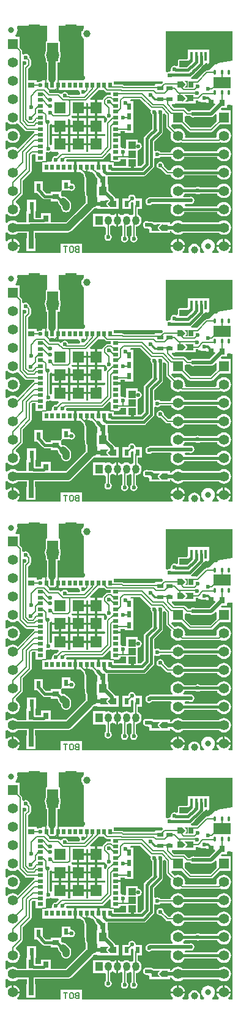
<source format=gbr>
G04*
G04 #@! TF.GenerationSoftware,Altium Limited,Altium Designer,18.1.7 (191)*
G04*
G04 Layer_Physical_Order=2*
G04 Layer_Color=16711680*
%FSLAX25Y25*%
%MOIN*%
G70*
G01*
G75*
%ADD11R,0.03937X0.03937*%
%ADD12R,0.03000X0.03400*%
%ADD13R,0.06000X0.16000*%
%ADD14C,0.03150*%
%ADD15R,0.03400X0.03000*%
%ADD16C,0.00787*%
%ADD17C,0.00800*%
%ADD19C,0.01000*%
%ADD20C,0.04000*%
%ADD21C,0.01500*%
%ADD22C,0.02000*%
%ADD23C,0.03937*%
%ADD24R,0.05500X0.05500*%
%ADD25C,0.05500*%
%ADD26O,0.04000X0.04724*%
%ADD27R,0.04000X0.04724*%
%ADD28C,0.07100*%
%ADD29O,0.03937X0.05906*%
%ADD30C,0.02362*%
%ADD31R,0.01968X0.03150*%
%ADD32R,0.03150X0.01968*%
%ADD33R,0.06299X0.06299*%
%ADD34R,0.02400X0.03400*%
%ADD35R,0.09449X0.05906*%
G04:AMPARAMS|DCode=36|XSize=15.75mil|YSize=23.62mil|CornerRadius=3.94mil|HoleSize=0mil|Usage=FLASHONLY|Rotation=0.000|XOffset=0mil|YOffset=0mil|HoleType=Round|Shape=RoundedRectangle|*
%AMROUNDEDRECTD36*
21,1,0.01575,0.01575,0,0,0.0*
21,1,0.00787,0.02362,0,0,0.0*
1,1,0.00787,0.00394,-0.00787*
1,1,0.00787,-0.00394,-0.00787*
1,1,0.00787,-0.00394,0.00787*
1,1,0.00787,0.00394,0.00787*
%
%ADD36ROUNDEDRECTD36*%
%ADD37R,0.02400X0.03900*%
%ADD38R,0.02800X0.04800*%
%ADD39R,0.01575X0.05118*%
%ADD40R,0.15354X0.08661*%
%ADD41R,0.04200X0.08700*%
%ADD42R,0.04200X0.04200*%
%ADD43R,0.06000X0.10000*%
%ADD44R,0.03900X0.04900*%
%ADD45R,0.03400X0.02400*%
%ADD46C,0.03937*%
%ADD47C,0.01968*%
%ADD48C,0.02500*%
%ADD49C,0.01600*%
%ADD50C,0.01181*%
G36*
X113160Y520677D02*
X112970Y520486D01*
X112843Y520402D01*
X109949Y517508D01*
X105797D01*
X105797Y520933D01*
X110793Y520933D01*
X111720Y521861D01*
X113160D01*
Y520677D01*
D02*
G37*
G36*
X134780Y521134D02*
X122790Y519106D01*
X122215Y519820D01*
Y527130D01*
X110601D01*
Y522478D01*
X110010Y521887D01*
Y521736D01*
X109859D01*
X109859Y521736D01*
X105797Y521736D01*
X105490Y521675D01*
X105229Y521501D01*
X105055Y521240D01*
X104994Y520933D01*
X104994Y518388D01*
X104194Y517960D01*
X103918Y518145D01*
X103150Y518298D01*
X102382Y518145D01*
X101730Y517710D01*
X101295Y517059D01*
X101143Y516291D01*
X101216Y515920D01*
X100607Y515230D01*
X100600Y515227D01*
X100500Y515247D01*
X99732Y515095D01*
X99383Y514861D01*
X98583Y515244D01*
X98583Y537036D01*
X134780D01*
Y521134D01*
D02*
G37*
G36*
X121272Y518850D02*
X120400Y518702D01*
X119861Y519422D01*
X119972Y519650D01*
X121205D01*
X121272Y518850D01*
D02*
G37*
G36*
X116200Y514658D02*
Y511803D01*
X115481Y511084D01*
X114681Y511121D01*
Y511121D01*
X112574D01*
X112210Y511862D01*
X112220Y511921D01*
X112684Y512232D01*
X114581Y514129D01*
X114666Y514256D01*
X115400Y514990D01*
X116200Y514658D01*
D02*
G37*
G36*
X53701Y538330D02*
X53254Y537987D01*
X52749Y537329D01*
X52431Y536562D01*
X52323Y535740D01*
X52431Y534918D01*
X52749Y534152D01*
X53254Y533494D01*
X53701Y533151D01*
X53701Y510496D01*
X40020D01*
X39312Y511240D01*
Y519953D01*
X40687D01*
Y522051D01*
X40689Y522053D01*
X41126Y523108D01*
X41275Y524240D01*
X41126Y525373D01*
X40689Y526428D01*
X40687Y526429D01*
Y531528D01*
X40646Y531548D01*
X40064Y532173D01*
Y540001D01*
X53701D01*
Y538330D01*
D02*
G37*
G36*
X33733Y532173D02*
X33148Y531545D01*
X33113Y531528D01*
Y526429D01*
X33111Y526428D01*
X32674Y525373D01*
X32525Y524240D01*
X32674Y523108D01*
X33111Y522053D01*
X33113Y522051D01*
Y519953D01*
X33689D01*
Y511240D01*
X32980Y510496D01*
X31185D01*
Y510205D01*
X30385Y509671D01*
X30000Y509747D01*
X29232Y509594D01*
X28781Y509293D01*
X28107Y509545D01*
X27981Y509648D01*
Y510421D01*
X23423D01*
Y516702D01*
X24624Y517903D01*
X24625Y517903D01*
X24887Y518296D01*
X24979Y518759D01*
Y521372D01*
X24887Y521835D01*
X24625Y522228D01*
X24624Y522228D01*
X24083Y522769D01*
X24107Y522891D01*
X23954Y523659D01*
X23519Y524310D01*
X22868Y524745D01*
X22100Y524898D01*
X21332Y524745D01*
X20967Y524501D01*
X20167Y524872D01*
Y526284D01*
X20075Y526747D01*
X19813Y527140D01*
X19813Y527140D01*
X18931Y528022D01*
Y534172D01*
X16718D01*
X16446Y534972D01*
X16629Y535112D01*
X17220Y535881D01*
X17591Y536778D01*
X17718Y537740D01*
X17591Y538702D01*
X17385Y539201D01*
X17863Y540001D01*
X33733D01*
Y532173D01*
D02*
G37*
G36*
X96477Y509840D02*
X96641Y509600D01*
X96783Y509040D01*
X96673Y508930D01*
X96655Y508902D01*
X96074Y508321D01*
X92419D01*
Y507582D01*
X75720D01*
X75607Y507696D01*
X75214Y507959D01*
X74750Y508051D01*
X74750Y508051D01*
X70161D01*
Y509840D01*
X96477Y509840D01*
D02*
G37*
G36*
X110575Y506540D02*
X108700D01*
X109900Y507640D01*
X109900Y508740D01*
X108700Y509940D01*
X110575Y509940D01*
Y506540D01*
D02*
G37*
G36*
X109100Y508340D02*
Y508140D01*
X107499Y506540D01*
X107200D01*
Y509940D01*
X107500Y509940D01*
X109100Y508340D01*
D02*
G37*
G36*
X40240Y504984D02*
X50945D01*
X51602Y504184D01*
X51593Y504140D01*
X51746Y503372D01*
X51820Y503261D01*
X51393Y502461D01*
X46263D01*
X46155Y502482D01*
X46155Y502482D01*
X45303D01*
X45234Y502834D01*
X44799Y503485D01*
X44147Y503920D01*
X43379Y504073D01*
X42611Y503920D01*
X41960Y503485D01*
X41757Y503181D01*
X40805Y503002D01*
X40623Y503184D01*
X40233Y503445D01*
X39772Y503537D01*
X39772Y503537D01*
X35415D01*
X34707Y504245D01*
X35013Y504984D01*
X35516D01*
Y505378D01*
X37484D01*
Y504984D01*
X39059D01*
Y507740D01*
X40240D01*
Y504984D01*
D02*
G37*
G36*
X65649Y504133D02*
X66039Y503872D01*
X66500Y503780D01*
X66500Y503780D01*
X68390D01*
Y502319D01*
X66619D01*
X66619Y502319D01*
X66156Y502227D01*
X65763Y501965D01*
X65763Y501965D01*
X64375Y500577D01*
X64113Y500185D01*
X64021Y499721D01*
X63257Y499669D01*
X61106D01*
Y495338D01*
Y491008D01*
X64846D01*
X64846Y491008D01*
X65574Y490833D01*
X65646Y490472D01*
X66081Y489821D01*
X66384Y489618D01*
X66563Y488666D01*
X65953Y488055D01*
X65690Y487663D01*
X65646Y487442D01*
X64846Y487521D01*
Y489827D01*
X61106D01*
Y485496D01*
Y481165D01*
X64798D01*
X64846Y481165D01*
X65598Y481049D01*
Y480101D01*
X64846Y479984D01*
Y479984D01*
X61106D01*
Y475653D01*
X60515D01*
Y475063D01*
X56185D01*
Y471382D01*
X55004D01*
Y475063D01*
X50673D01*
X46342D01*
Y471382D01*
X45161D01*
Y475063D01*
X40830D01*
Y475653D01*
X40240D01*
Y479984D01*
X36500D01*
Y475360D01*
X35768Y474995D01*
X35211Y475361D01*
Y486182D01*
X35419Y486321D01*
X35700Y486741D01*
X36500Y486498D01*
Y486086D01*
X40830D01*
X45161D01*
Y489022D01*
X45174Y489149D01*
X45541Y489342D01*
X45543Y489342D01*
X46342Y488860D01*
Y486086D01*
X50082D01*
Y489827D01*
X47362D01*
X46959Y490627D01*
X47240Y491008D01*
X50082D01*
Y495338D01*
X50673D01*
Y495929D01*
X55004D01*
Y498038D01*
X55385Y498280D01*
X56185Y497841D01*
Y495929D01*
X59925D01*
Y499669D01*
X57472D01*
X57166Y500408D01*
X61742Y504984D01*
X64797D01*
X65649Y504133D01*
D02*
G37*
G36*
X110672Y498927D02*
X108798D01*
X109997Y500027D01*
X109998Y501128D01*
X108798Y502327D01*
X110672Y502327D01*
Y498927D01*
D02*
G37*
G36*
X109198Y500728D02*
Y500527D01*
X107597Y498927D01*
X107298D01*
Y502327D01*
X107598Y502328D01*
X109198Y500728D01*
D02*
G37*
G36*
X116028Y499423D02*
X116200Y499282D01*
Y498840D01*
X125023Y497860D01*
X125287Y497105D01*
X122245Y494063D01*
X114116D01*
X114068Y494095D01*
X113300Y494247D01*
X112532Y494095D01*
X111881Y493659D01*
X111741Y493451D01*
X110681D01*
X109098Y495034D01*
X108705Y495296D01*
X108242Y495388D01*
X108242Y495388D01*
X103064D01*
X101632Y496820D01*
X101938Y497559D01*
X103181D01*
Y497559D01*
X103417Y497746D01*
X108779D01*
X108779Y497746D01*
X109417D01*
Y497746D01*
X109579Y497746D01*
X114779D01*
Y499423D01*
X116028D01*
X116028Y499423D01*
D02*
G37*
G36*
X126069Y491687D02*
Y488021D01*
X122730Y484682D01*
X112270D01*
X108931Y488021D01*
Y490684D01*
X109716Y491122D01*
X110179Y491030D01*
X110179Y491030D01*
X111741D01*
X111881Y490821D01*
X112532Y490386D01*
X113300Y490233D01*
X114068Y490386D01*
X114116Y490418D01*
X123000D01*
X123000Y490418D01*
X123697Y490556D01*
X124289Y490952D01*
X125330Y491993D01*
X126069Y491687D01*
D02*
G37*
G36*
X134780Y496776D02*
Y416444D01*
X132825D01*
X132553Y417244D01*
X132804Y417437D01*
X133434Y418258D01*
X133830Y419214D01*
X133887Y419650D01*
X130000D01*
X126113D01*
X126170Y419214D01*
X126566Y418258D01*
X127196Y417437D01*
X127447Y417244D01*
X127175Y416444D01*
X123922D01*
X123650Y417244D01*
X124129Y417612D01*
X124720Y418381D01*
X125091Y419278D01*
X125218Y420240D01*
X125091Y421202D01*
X124720Y422099D01*
X124129Y422869D01*
X123359Y423460D01*
X122462Y423831D01*
X121500Y423958D01*
X120538Y423831D01*
X119641Y423460D01*
X118871Y422869D01*
X118280Y422099D01*
X117909Y421202D01*
X117782Y420240D01*
X117909Y419278D01*
X118280Y418381D01*
X118871Y417612D01*
X119350Y417244D01*
X119078Y416444D01*
X117531D01*
X116997Y417244D01*
X117069Y417418D01*
X117177Y418240D01*
X117069Y419062D01*
X116751Y419829D01*
X116246Y420487D01*
X115588Y420991D01*
X114822Y421309D01*
X114000Y421417D01*
X113178Y421309D01*
X112412Y420991D01*
X111754Y420487D01*
X111249Y419829D01*
X110932Y419062D01*
X110823Y418240D01*
X110932Y417418D01*
X111003Y417244D01*
X110469Y416444D01*
X107825D01*
X107553Y417244D01*
X107804Y417437D01*
X108434Y418258D01*
X108830Y419214D01*
X108887Y419650D01*
X105000D01*
X101113D01*
X101170Y419214D01*
X101566Y418258D01*
X102196Y417437D01*
X102447Y417244D01*
X102175Y416444D01*
X52775Y416444D01*
Y421564D01*
X41229D01*
Y416444D01*
X17825D01*
X17553Y417244D01*
X17804Y417437D01*
X18434Y418258D01*
X18830Y419214D01*
X18887Y419650D01*
X15000D01*
Y420240D01*
X14410D01*
Y424127D01*
X13974Y424070D01*
X13017Y423674D01*
X12196Y423044D01*
X12004Y422794D01*
X11204Y423065D01*
Y427415D01*
X12004Y427687D01*
X12196Y427436D01*
X13017Y426806D01*
X13974Y426410D01*
X15000Y426275D01*
X16026Y426410D01*
X16983Y426806D01*
X17804Y427436D01*
X17822Y427461D01*
X22923D01*
Y424521D01*
X22419D01*
Y417359D01*
X27581D01*
Y424521D01*
X27077D01*
Y427561D01*
X45100D01*
X45819Y427655D01*
X46490Y427933D01*
X47065Y428375D01*
X58315Y439625D01*
X58728Y440162D01*
X59266Y440575D01*
X59300Y440609D01*
X61131D01*
X61319Y440359D01*
Y440359D01*
X66519D01*
X66681Y440359D01*
X66681Y440359D01*
X67319Y440359D01*
Y440359D01*
X72681D01*
Y446121D01*
X70822D01*
X70771Y446378D01*
X70376Y446969D01*
X70376Y446969D01*
X67131Y450214D01*
Y453871D01*
X66681D01*
Y458173D01*
X86400D01*
X87000Y458292D01*
X87508Y458632D01*
X91608Y462732D01*
X91948Y463240D01*
X92067Y463840D01*
Y467835D01*
X92867Y468263D01*
X93132Y468086D01*
X93900Y467933D01*
X94668Y468086D01*
X95319Y468521D01*
X95463Y468736D01*
X101368D01*
X101566Y468258D01*
X102196Y467437D01*
X103017Y466806D01*
X103974Y466410D01*
X105000Y466275D01*
X106026Y466410D01*
X106983Y466806D01*
X107804Y467437D01*
X108434Y468258D01*
X108585Y468622D01*
X126415D01*
X126566Y468258D01*
X127196Y467437D01*
X128017Y466806D01*
X128974Y466410D01*
X130000Y466275D01*
X131026Y466410D01*
X131983Y466806D01*
X132804Y467437D01*
X133434Y468258D01*
X133830Y469214D01*
X133965Y470240D01*
X133830Y471267D01*
X133434Y472223D01*
X132804Y473044D01*
X131983Y473674D01*
X131026Y474070D01*
X130000Y474205D01*
X128974Y474070D01*
X128017Y473674D01*
X127196Y473044D01*
X126566Y472223D01*
X126415Y471859D01*
X108585D01*
X108434Y472223D01*
X107804Y473044D01*
X106983Y473674D01*
X106026Y474070D01*
X105000Y474205D01*
X103974Y474070D01*
X103017Y473674D01*
X102196Y473044D01*
X101566Y472223D01*
X101170Y471267D01*
X101154Y471144D01*
X95463D01*
X95319Y471359D01*
X94668Y471795D01*
X93900Y471947D01*
X93132Y471795D01*
X92867Y471618D01*
X92067Y472046D01*
Y477091D01*
X96433Y481457D01*
X96773Y481965D01*
X96892Y482565D01*
Y492043D01*
X96947Y492124D01*
X97899Y492303D01*
X98677Y491526D01*
Y485353D01*
X98677Y485353D01*
X98769Y484890D01*
X99031Y484497D01*
X101490Y482038D01*
X101170Y481266D01*
X101035Y480240D01*
X101170Y479214D01*
X101566Y478258D01*
X102196Y477436D01*
X103017Y476806D01*
X103974Y476410D01*
X105000Y476275D01*
X106026Y476410D01*
X106838Y476747D01*
X107060Y476599D01*
X107523Y476507D01*
X107523Y476507D01*
X127477D01*
X127477Y476507D01*
X127940Y476599D01*
X128162Y476747D01*
X128974Y476410D01*
X130000Y476275D01*
X131026Y476410D01*
X131983Y476806D01*
X132804Y477436D01*
X133434Y478258D01*
X133830Y479214D01*
X133965Y480240D01*
X133830Y481266D01*
X133434Y482223D01*
X132804Y483044D01*
X131983Y483674D01*
X131026Y484070D01*
X130000Y484205D01*
X128974Y484070D01*
X128017Y483674D01*
X127196Y483044D01*
X126566Y482223D01*
X126170Y481266D01*
X126035Y480240D01*
X126102Y479728D01*
X125482Y478928D01*
X109518D01*
X108898Y479728D01*
X108965Y480240D01*
X108830Y481266D01*
X108434Y482223D01*
X107804Y483044D01*
X106983Y483674D01*
X106026Y484070D01*
X105000Y484205D01*
X103974Y484070D01*
X103202Y483750D01*
X101443Y485509D01*
X101775Y486309D01*
X107219D01*
X110912Y482616D01*
X110912Y482616D01*
X111305Y482353D01*
X111768Y482261D01*
X123231D01*
X123231Y482261D01*
X123695Y482353D01*
X124088Y482616D01*
X127781Y486309D01*
X133931D01*
Y494171D01*
X128881D01*
X128528Y494961D01*
X128844Y495359D01*
X131681D01*
Y496520D01*
X132277Y497054D01*
X134780Y496776D01*
D02*
G37*
G36*
X89881Y494753D02*
X90321Y494008D01*
X90168Y493240D01*
X90321Y492472D01*
X90756Y491821D01*
X91039Y491632D01*
Y484031D01*
X88392Y481384D01*
X88392Y481384D01*
X86892Y479884D01*
X86552Y479376D01*
X86432Y478776D01*
Y465525D01*
X84715Y463808D01*
X83150D01*
Y467091D01*
Y471760D01*
X83327Y472505D01*
X83361Y472533D01*
X84129Y472686D01*
X84780Y473121D01*
X85215Y473772D01*
X85368Y474540D01*
X85215Y475308D01*
X84780Y475959D01*
X84129Y476395D01*
X83361Y476547D01*
X83150Y476721D01*
Y478114D01*
X76850D01*
Y473533D01*
X76555Y473285D01*
X76050Y473106D01*
X75768Y473294D01*
X75000Y473447D01*
X74702Y473388D01*
X74634Y473396D01*
X73917Y473951D01*
X73902Y473982D01*
Y478606D01*
Y480181D01*
X71146D01*
Y481362D01*
X73902D01*
Y482711D01*
X76119D01*
Y481859D01*
X80881D01*
Y487621D01*
X80881D01*
Y487859D01*
X80881D01*
Y493359D01*
Y499121D01*
X79056D01*
X78991Y499230D01*
X79444Y500030D01*
X84604D01*
X89881Y494753D01*
D02*
G37*
G36*
X12196Y487437D02*
X13017Y486807D01*
X13973Y486411D01*
X15000Y486275D01*
X16026Y486411D01*
X16982Y486807D01*
X17144Y486931D01*
X18101Y486838D01*
X21873Y483065D01*
X21873Y483065D01*
X22266Y482803D01*
X22729Y482711D01*
X26792D01*
X26871Y481911D01*
X26768Y481890D01*
X26375Y481628D01*
X26375Y481628D01*
X17797Y473049D01*
X16982Y473674D01*
X16026Y474071D01*
X15000Y474206D01*
X13973Y474071D01*
X13017Y473674D01*
X12196Y473044D01*
X12004Y472794D01*
X11204Y473066D01*
Y477415D01*
X12004Y477687D01*
X12196Y477437D01*
X13017Y476807D01*
X13973Y476411D01*
X15000Y476275D01*
X16026Y476411D01*
X16982Y476807D01*
X17803Y477437D01*
X18433Y478258D01*
X18830Y479214D01*
X18965Y480241D01*
X18830Y481267D01*
X18433Y482223D01*
X17803Y483044D01*
X16982Y483674D01*
X16026Y484070D01*
X15000Y484206D01*
X13973Y484070D01*
X13017Y483674D01*
X12196Y483044D01*
X12004Y482794D01*
X11204Y483066D01*
Y487415D01*
X12004Y487687D01*
X12196Y487437D01*
D02*
G37*
G36*
X35825Y471625D02*
X36500Y471323D01*
Y471323D01*
X39945D01*
X40276Y470523D01*
X38918Y469164D01*
X38500Y469247D01*
X37732Y469095D01*
X37081Y468659D01*
X36646Y468008D01*
X36493Y467240D01*
X36579Y466808D01*
X36067Y466008D01*
X33757D01*
X32957Y466008D01*
Y470942D01*
X33730Y471385D01*
X33757Y471381D01*
X34500Y471233D01*
X35268Y471386D01*
X35700Y471674D01*
X35825Y471625D01*
D02*
G37*
G36*
X68390Y470565D02*
Y466008D01*
X67590Y466008D01*
X62287D01*
Y463252D01*
X61106D01*
Y466008D01*
X49689D01*
Y463252D01*
Y460496D01*
X52141D01*
X52830Y459807D01*
X52830Y459807D01*
X53685Y458952D01*
X53675Y458874D01*
X53769Y458154D01*
X54047Y457484D01*
X54220Y457258D01*
Y450240D01*
X54315Y449521D01*
X54319Y449511D01*
Y447359D01*
X54869D01*
Y443927D01*
X54384Y443556D01*
X43949Y433120D01*
X35681D01*
Y438121D01*
X30319D01*
Y435559D01*
X27581D01*
Y439109D01*
X27681D01*
Y445371D01*
X22919D01*
Y439121D01*
X22419D01*
Y433020D01*
X17822D01*
X17804Y433044D01*
X16983Y433674D01*
X16026Y434070D01*
X15000Y434205D01*
X13974Y434070D01*
X13017Y433674D01*
X12196Y433044D01*
X12004Y432794D01*
X11204Y433065D01*
Y437415D01*
X12004Y437687D01*
X12196Y437437D01*
X13017Y436807D01*
X13973Y436411D01*
X15000Y436275D01*
X16026Y436411D01*
X16982Y436807D01*
X17803Y437437D01*
X18433Y438258D01*
X18830Y439214D01*
X18965Y440241D01*
X18830Y441267D01*
X18433Y442223D01*
X17803Y443044D01*
X16982Y443674D01*
X16885Y443715D01*
X16698Y444658D01*
X20190Y448150D01*
X20190Y448150D01*
X20452Y448543D01*
X20545Y449006D01*
X20545Y449007D01*
Y455773D01*
X24956Y460184D01*
X24956Y460184D01*
X25218Y460577D01*
X25311Y461040D01*
X25311Y461040D01*
Y469639D01*
X25784Y470112D01*
X27445D01*
Y466008D01*
X30385D01*
X31185Y466008D01*
Y460496D01*
X48508D01*
Y463252D01*
Y466008D01*
X44476D01*
X44061Y466634D01*
X44409Y467386D01*
X63667D01*
X63667Y467386D01*
X64128Y467478D01*
X64519Y467739D01*
X67651Y470871D01*
X68390Y470565D01*
D02*
G37*
G36*
X76850Y463808D02*
X70161D01*
Y466008D01*
X70961Y466008D01*
X73902D01*
Y467461D01*
X76850D01*
Y463808D01*
D02*
G37*
G36*
X58553Y460463D02*
X59494Y459522D01*
X59478Y459440D01*
X59616Y458743D01*
X60011Y458152D01*
X61200Y456963D01*
Y453871D01*
X60869D01*
Y446609D01*
X61200D01*
Y444940D01*
X61200Y443402D01*
X60631Y442840D01*
X56077Y442899D01*
X55994Y442978D01*
X55790Y443238D01*
X55718Y443354D01*
X55680Y443449D01*
X55627Y443705D01*
X55631Y443723D01*
X55665Y443823D01*
X55661Y443876D01*
X55672Y443927D01*
Y443960D01*
X55807Y444640D01*
X55672Y445321D01*
Y447359D01*
X55611Y447666D01*
X55437Y447927D01*
X55176Y448101D01*
X55122Y448112D01*
Y449511D01*
X55108Y449580D01*
X55111Y449626D01*
X55023Y450293D01*
Y457258D01*
X55003Y457361D01*
X54996Y457466D01*
X54972Y457514D01*
X54962Y457565D01*
X54904Y457653D01*
X54857Y457747D01*
X54748Y457889D01*
X54681Y458051D01*
Y459121D01*
X54574D01*
X54133Y459785D01*
X54423Y460481D01*
X58553Y460463D01*
D02*
G37*
G36*
X66100Y443840D02*
X66100Y442740D01*
X67300Y441540D01*
X65425Y441540D01*
Y444940D01*
X67300D01*
X66100Y443840D01*
D02*
G37*
G36*
X68800Y441540D02*
X68500Y441540D01*
X66900Y443140D01*
Y443340D01*
X68501Y444941D01*
X68800D01*
Y441540D01*
D02*
G37*
G36*
X113160Y385263D02*
X112970Y385073D01*
X112843Y384988D01*
X109949Y382094D01*
X105797D01*
X105797Y385520D01*
X110793Y385520D01*
X111720Y386447D01*
X113160D01*
Y385263D01*
D02*
G37*
G36*
X134780Y385720D02*
X122790Y383693D01*
X122215Y384407D01*
Y391717D01*
X110601D01*
Y387064D01*
X110010Y386474D01*
Y386322D01*
X109859D01*
X109859Y386322D01*
X105797Y386322D01*
X105490Y386261D01*
X105229Y386087D01*
X105055Y385827D01*
X104994Y385520D01*
X104994Y382974D01*
X104194Y382547D01*
X103918Y382732D01*
X103150Y382884D01*
X102382Y382732D01*
X101730Y382296D01*
X101295Y381645D01*
X101143Y380877D01*
X101216Y380507D01*
X100607Y379817D01*
X100600Y379814D01*
X100500Y379834D01*
X99732Y379681D01*
X99383Y379448D01*
X98583Y379831D01*
X98583Y401623D01*
X134780D01*
Y385720D01*
D02*
G37*
G36*
X121272Y383436D02*
X120400Y383289D01*
X119861Y384009D01*
X119972Y384236D01*
X121205D01*
X121272Y383436D01*
D02*
G37*
G36*
X116200Y379245D02*
Y376389D01*
X115481Y375671D01*
X114681Y375708D01*
Y375708D01*
X112574D01*
X112210Y376449D01*
X112220Y376508D01*
X112684Y376818D01*
X114581Y378715D01*
X114666Y378842D01*
X115400Y379576D01*
X116200Y379245D01*
D02*
G37*
G36*
X53701Y402916D02*
X53254Y402573D01*
X52749Y401915D01*
X52431Y401149D01*
X52323Y400327D01*
X52431Y399505D01*
X52749Y398738D01*
X53254Y398080D01*
X53701Y397737D01*
X53701Y375083D01*
X40020D01*
X39312Y375827D01*
Y384539D01*
X40687D01*
Y386638D01*
X40689Y386639D01*
X41126Y387695D01*
X41275Y388827D01*
X41126Y389959D01*
X40689Y391014D01*
X40687Y391016D01*
Y396114D01*
X40646Y396135D01*
X40064Y396760D01*
Y404587D01*
X53701D01*
Y402916D01*
D02*
G37*
G36*
X33733Y396760D02*
X33148Y396132D01*
X33113Y396114D01*
Y391016D01*
X33111Y391014D01*
X32674Y389959D01*
X32525Y388827D01*
X32674Y387695D01*
X33111Y386639D01*
X33113Y386638D01*
Y384539D01*
X33689D01*
Y375827D01*
X32980Y375083D01*
X31185D01*
Y374791D01*
X30385Y374257D01*
X30000Y374334D01*
X29232Y374181D01*
X28781Y373880D01*
X28107Y374132D01*
X27981Y374234D01*
Y375008D01*
X23423D01*
Y381288D01*
X24624Y382490D01*
X24625Y382490D01*
X24887Y382882D01*
X24979Y383346D01*
Y385958D01*
X24887Y386422D01*
X24625Y386814D01*
X24624Y386814D01*
X24083Y387356D01*
X24107Y387477D01*
X23954Y388245D01*
X23519Y388896D01*
X22868Y389332D01*
X22100Y389484D01*
X21332Y389332D01*
X20967Y389088D01*
X20167Y389458D01*
Y390870D01*
X20075Y391333D01*
X19813Y391726D01*
X19813Y391726D01*
X18931Y392608D01*
Y398758D01*
X16718D01*
X16446Y399558D01*
X16629Y399698D01*
X17220Y400468D01*
X17591Y401365D01*
X17718Y402327D01*
X17591Y403289D01*
X17385Y403787D01*
X17863Y404587D01*
X33733D01*
Y396760D01*
D02*
G37*
G36*
X96477Y374427D02*
X96641Y374186D01*
X96783Y373627D01*
X96673Y373516D01*
X96655Y373489D01*
X96074Y372908D01*
X92419D01*
Y372169D01*
X75720D01*
X75607Y372283D01*
X75214Y372545D01*
X74750Y372638D01*
X74750Y372638D01*
X70161D01*
Y374427D01*
X96477Y374427D01*
D02*
G37*
G36*
X110575Y371127D02*
X108700D01*
X109900Y372227D01*
X109900Y373327D01*
X108700Y374527D01*
X110575Y374527D01*
Y371127D01*
D02*
G37*
G36*
X109100Y372927D02*
Y372727D01*
X107499Y371126D01*
X107200D01*
Y374527D01*
X107500Y374527D01*
X109100Y372927D01*
D02*
G37*
G36*
X40240Y369571D02*
X50945D01*
X51602Y368771D01*
X51593Y368727D01*
X51746Y367959D01*
X51820Y367847D01*
X51393Y367047D01*
X46263D01*
X46155Y367069D01*
X46155Y367069D01*
X45303D01*
X45234Y367420D01*
X44799Y368071D01*
X44147Y368506D01*
X43379Y368659D01*
X42611Y368506D01*
X41960Y368071D01*
X41757Y367768D01*
X40805Y367589D01*
X40623Y367771D01*
X40233Y368032D01*
X39772Y368123D01*
X39772Y368123D01*
X35415D01*
X34707Y368832D01*
X35013Y369571D01*
X35516D01*
Y369965D01*
X37484D01*
Y369571D01*
X39059D01*
Y372327D01*
X40240D01*
Y369571D01*
D02*
G37*
G36*
X65649Y368719D02*
X66039Y368458D01*
X66500Y368367D01*
X66500Y368367D01*
X68390D01*
Y366906D01*
X66619D01*
X66619Y366906D01*
X66156Y366814D01*
X65763Y366551D01*
X65763Y366551D01*
X64375Y365164D01*
X64113Y364771D01*
X64021Y364308D01*
X63257Y364256D01*
X61106D01*
Y359925D01*
Y355594D01*
X64846D01*
X64846Y355594D01*
X65574Y355420D01*
X65646Y355059D01*
X66081Y354408D01*
X66384Y354205D01*
X66563Y353253D01*
X65953Y352642D01*
X65690Y352249D01*
X65646Y352028D01*
X64846Y352107D01*
Y354413D01*
X61106D01*
Y350082D01*
Y345752D01*
X64798D01*
X64846Y345752D01*
X65598Y345635D01*
Y344687D01*
X64846Y344571D01*
Y344571D01*
X61106D01*
Y340240D01*
X60515D01*
Y339649D01*
X56185D01*
Y335969D01*
X55004D01*
Y339649D01*
X50673D01*
X46342D01*
Y335969D01*
X45161D01*
Y339649D01*
X40830D01*
Y340240D01*
X40240D01*
Y344571D01*
X36500D01*
Y339946D01*
X35768Y339582D01*
X35211Y339948D01*
Y350768D01*
X35419Y350908D01*
X35700Y351328D01*
X36500Y351085D01*
Y350673D01*
X40830D01*
X45161D01*
Y353608D01*
X45174Y353735D01*
X45541Y353929D01*
X45543Y353929D01*
X46342Y353447D01*
Y350673D01*
X50082D01*
Y354413D01*
X47362D01*
X46959Y355213D01*
X47240Y355594D01*
X50082D01*
Y359925D01*
X50673D01*
Y360515D01*
X55004D01*
Y362624D01*
X55385Y362867D01*
X56185Y362427D01*
Y360515D01*
X59925D01*
Y364256D01*
X57472D01*
X57166Y364995D01*
X61742Y369571D01*
X64797D01*
X65649Y368719D01*
D02*
G37*
G36*
X110672Y363514D02*
X108798D01*
X109997Y364614D01*
X109998Y365714D01*
X108798Y366914D01*
X110672Y366914D01*
Y363514D01*
D02*
G37*
G36*
X109198Y365314D02*
Y365114D01*
X107597Y363514D01*
X107298D01*
Y366914D01*
X107598Y366914D01*
X109198Y365314D01*
D02*
G37*
G36*
X116028Y364010D02*
X116200Y363869D01*
Y363427D01*
X125023Y362446D01*
X125287Y361692D01*
X122245Y358649D01*
X114116D01*
X114068Y358681D01*
X113300Y358834D01*
X112532Y358681D01*
X111881Y358246D01*
X111741Y358037D01*
X110681D01*
X109098Y359620D01*
X108705Y359883D01*
X108242Y359975D01*
X108242Y359975D01*
X103064D01*
X101632Y361407D01*
X101938Y362146D01*
X103181D01*
Y362146D01*
X103417Y362333D01*
X108779D01*
X108779Y362333D01*
X109417D01*
Y362333D01*
X109579Y362333D01*
X114779D01*
Y364010D01*
X116028D01*
X116028Y364010D01*
D02*
G37*
G36*
X126069Y356273D02*
Y352608D01*
X122730Y349269D01*
X112270D01*
X108931Y352608D01*
Y355271D01*
X109716Y355708D01*
X110179Y355616D01*
X110179Y355616D01*
X111741D01*
X111881Y355408D01*
X112532Y354973D01*
X113300Y354820D01*
X114068Y354973D01*
X114116Y355004D01*
X123000D01*
X123000Y355004D01*
X123697Y355143D01*
X124289Y355538D01*
X125330Y356579D01*
X126069Y356273D01*
D02*
G37*
G36*
X134780Y361362D02*
Y281031D01*
X132825D01*
X132553Y281831D01*
X132804Y282023D01*
X133434Y282844D01*
X133830Y283801D01*
X133887Y284236D01*
X130000D01*
X126113D01*
X126170Y283801D01*
X126566Y282844D01*
X127196Y282023D01*
X127447Y281831D01*
X127175Y281031D01*
X123922D01*
X123650Y281831D01*
X124129Y282198D01*
X124720Y282968D01*
X125091Y283865D01*
X125218Y284827D01*
X125091Y285789D01*
X124720Y286686D01*
X124129Y287456D01*
X123359Y288046D01*
X122462Y288418D01*
X121500Y288545D01*
X120538Y288418D01*
X119641Y288046D01*
X118871Y287456D01*
X118280Y286686D01*
X117909Y285789D01*
X117782Y284827D01*
X117909Y283865D01*
X118280Y282968D01*
X118871Y282198D01*
X119350Y281831D01*
X119078Y281031D01*
X117531D01*
X116997Y281831D01*
X117069Y282005D01*
X117177Y282827D01*
X117069Y283649D01*
X116751Y284415D01*
X116246Y285073D01*
X115588Y285578D01*
X114822Y285895D01*
X114000Y286004D01*
X113178Y285895D01*
X112412Y285578D01*
X111754Y285073D01*
X111249Y284415D01*
X110932Y283649D01*
X110823Y282827D01*
X110932Y282005D01*
X111003Y281831D01*
X110469Y281031D01*
X107825D01*
X107553Y281831D01*
X107804Y282023D01*
X108434Y282844D01*
X108830Y283801D01*
X108887Y284236D01*
X105000D01*
X101113D01*
X101170Y283801D01*
X101566Y282844D01*
X102196Y282023D01*
X102447Y281831D01*
X102175Y281031D01*
X52775Y281031D01*
Y286150D01*
X41229D01*
Y281031D01*
X17825D01*
X17553Y281831D01*
X17804Y282023D01*
X18434Y282844D01*
X18830Y283801D01*
X18887Y284236D01*
X15000D01*
Y284827D01*
X14410D01*
Y288714D01*
X13974Y288657D01*
X13017Y288261D01*
X12196Y287631D01*
X12004Y287380D01*
X11204Y287652D01*
Y292002D01*
X12004Y292273D01*
X12196Y292023D01*
X13017Y291393D01*
X13974Y290997D01*
X15000Y290862D01*
X16026Y290997D01*
X16983Y291393D01*
X17804Y292023D01*
X17822Y292047D01*
X22923D01*
Y289108D01*
X22419D01*
Y281946D01*
X27581D01*
Y289108D01*
X27077D01*
Y292147D01*
X45100D01*
X45819Y292242D01*
X46490Y292520D01*
X47065Y292961D01*
X58315Y304211D01*
X58728Y304749D01*
X59266Y305161D01*
X59300Y305196D01*
X61131D01*
X61319Y304946D01*
Y304946D01*
X66519D01*
X66681Y304946D01*
X66681Y304946D01*
X67319Y304946D01*
Y304946D01*
X72681D01*
Y310708D01*
X70822D01*
X70771Y310965D01*
X70376Y311556D01*
X70376Y311556D01*
X67131Y314801D01*
Y318458D01*
X66681D01*
Y322759D01*
X86400D01*
X87000Y322879D01*
X87508Y323218D01*
X91608Y327318D01*
X91948Y327827D01*
X92067Y328427D01*
Y332422D01*
X92867Y332849D01*
X93132Y332673D01*
X93900Y332520D01*
X94668Y332673D01*
X95319Y333108D01*
X95463Y333323D01*
X101368D01*
X101566Y332844D01*
X102196Y332023D01*
X103017Y331393D01*
X103974Y330997D01*
X105000Y330862D01*
X106026Y330997D01*
X106983Y331393D01*
X107804Y332023D01*
X108434Y332844D01*
X108585Y333208D01*
X126415D01*
X126566Y332844D01*
X127196Y332023D01*
X128017Y331393D01*
X128974Y330997D01*
X130000Y330862D01*
X131026Y330997D01*
X131983Y331393D01*
X132804Y332023D01*
X133434Y332844D01*
X133830Y333801D01*
X133965Y334827D01*
X133830Y335853D01*
X133434Y336809D01*
X132804Y337631D01*
X131983Y338261D01*
X131026Y338657D01*
X130000Y338792D01*
X128974Y338657D01*
X128017Y338261D01*
X127196Y337631D01*
X126566Y336809D01*
X126415Y336445D01*
X108585D01*
X108434Y336809D01*
X107804Y337631D01*
X106983Y338261D01*
X106026Y338657D01*
X105000Y338792D01*
X103974Y338657D01*
X103017Y338261D01*
X102196Y337631D01*
X101566Y336809D01*
X101170Y335853D01*
X101154Y335731D01*
X95463D01*
X95319Y335946D01*
X94668Y336381D01*
X93900Y336534D01*
X93132Y336381D01*
X92867Y336204D01*
X92067Y336632D01*
Y341678D01*
X96433Y346043D01*
X96773Y346552D01*
X96892Y347152D01*
Y356630D01*
X96947Y356711D01*
X97899Y356890D01*
X98677Y356112D01*
Y349939D01*
X98677Y349939D01*
X98769Y349476D01*
X99031Y349083D01*
X101490Y346625D01*
X101170Y345853D01*
X101035Y344827D01*
X101170Y343801D01*
X101566Y342844D01*
X102196Y342023D01*
X103017Y341393D01*
X103974Y340997D01*
X105000Y340862D01*
X106026Y340997D01*
X106838Y341333D01*
X107060Y341185D01*
X107523Y341093D01*
X107523Y341093D01*
X127477D01*
X127477Y341093D01*
X127940Y341185D01*
X128162Y341333D01*
X128974Y340997D01*
X130000Y340862D01*
X131026Y340997D01*
X131983Y341393D01*
X132804Y342023D01*
X133434Y342844D01*
X133830Y343801D01*
X133965Y344827D01*
X133830Y345853D01*
X133434Y346809D01*
X132804Y347631D01*
X131983Y348261D01*
X131026Y348657D01*
X130000Y348792D01*
X128974Y348657D01*
X128017Y348261D01*
X127196Y347631D01*
X126566Y346809D01*
X126170Y345853D01*
X126035Y344827D01*
X126102Y344315D01*
X125482Y343515D01*
X109518D01*
X108898Y344315D01*
X108965Y344827D01*
X108830Y345853D01*
X108434Y346809D01*
X107804Y347631D01*
X106983Y348261D01*
X106026Y348657D01*
X105000Y348792D01*
X103974Y348657D01*
X103202Y348337D01*
X101443Y350096D01*
X101775Y350896D01*
X107219D01*
X110912Y347202D01*
X110912Y347202D01*
X111305Y346940D01*
X111768Y346848D01*
X123231D01*
X123231Y346848D01*
X123695Y346940D01*
X124088Y347202D01*
X127781Y350896D01*
X133931D01*
Y358758D01*
X128881D01*
X128528Y359547D01*
X128844Y359946D01*
X131681D01*
Y361107D01*
X132277Y361641D01*
X134780Y361362D01*
D02*
G37*
G36*
X89881Y359339D02*
X90321Y358595D01*
X90168Y357827D01*
X90321Y357059D01*
X90756Y356408D01*
X91039Y356219D01*
Y348618D01*
X88392Y345971D01*
X88392Y345971D01*
X86892Y344471D01*
X86552Y343962D01*
X86432Y343362D01*
Y330112D01*
X84715Y328394D01*
X83150D01*
Y331677D01*
Y336346D01*
X83327Y337092D01*
X83361Y337120D01*
X84129Y337273D01*
X84780Y337708D01*
X85215Y338359D01*
X85368Y339127D01*
X85215Y339895D01*
X84780Y340546D01*
X84129Y340981D01*
X83361Y341134D01*
X83150Y341307D01*
Y342701D01*
X76850D01*
Y338120D01*
X76555Y337872D01*
X76050Y337692D01*
X75768Y337881D01*
X75000Y338034D01*
X74702Y337975D01*
X74634Y337983D01*
X73917Y338538D01*
X73902Y338569D01*
Y343193D01*
Y344768D01*
X71146D01*
Y345949D01*
X73902D01*
Y347297D01*
X76119D01*
Y346446D01*
X80881D01*
Y352208D01*
X80881D01*
Y352446D01*
X80881D01*
Y357946D01*
Y363708D01*
X79056D01*
X78991Y363816D01*
X79444Y364616D01*
X84604D01*
X89881Y359339D01*
D02*
G37*
G36*
X12196Y352024D02*
X13017Y351393D01*
X13973Y350997D01*
X15000Y350862D01*
X16026Y350997D01*
X16982Y351393D01*
X17144Y351518D01*
X18101Y351424D01*
X21873Y347652D01*
X21873Y347652D01*
X22266Y347389D01*
X22729Y347297D01*
X26792D01*
X26871Y346497D01*
X26768Y346477D01*
X26375Y346214D01*
X26375Y346214D01*
X17797Y337636D01*
X16982Y338261D01*
X16026Y338657D01*
X15000Y338792D01*
X13973Y338657D01*
X13017Y338261D01*
X12196Y337631D01*
X12004Y337381D01*
X11204Y337652D01*
Y342002D01*
X12004Y342273D01*
X12196Y342023D01*
X13017Y341393D01*
X13973Y340997D01*
X15000Y340862D01*
X16026Y340997D01*
X16982Y341393D01*
X17803Y342023D01*
X18433Y342845D01*
X18830Y343801D01*
X18965Y344827D01*
X18830Y345853D01*
X18433Y346810D01*
X17803Y347631D01*
X16982Y348261D01*
X16026Y348657D01*
X15000Y348792D01*
X13973Y348657D01*
X13017Y348261D01*
X12196Y347631D01*
X12004Y347381D01*
X11204Y347653D01*
Y352002D01*
X12004Y352273D01*
X12196Y352024D01*
D02*
G37*
G36*
X35825Y336212D02*
X36500Y335909D01*
Y335909D01*
X39945D01*
X40276Y335109D01*
X38918Y333751D01*
X38500Y333834D01*
X37732Y333681D01*
X37081Y333246D01*
X36646Y332595D01*
X36493Y331827D01*
X36579Y331395D01*
X36067Y330594D01*
X33757D01*
X32957Y330595D01*
Y335528D01*
X33730Y335971D01*
X33757Y335968D01*
X34500Y335820D01*
X35268Y335972D01*
X35700Y336261D01*
X35825Y336212D01*
D02*
G37*
G36*
X68390Y335151D02*
Y330595D01*
X67590Y330594D01*
X62287D01*
Y327839D01*
X61106D01*
Y330594D01*
X49689D01*
Y327839D01*
Y325083D01*
X52141D01*
X52830Y324394D01*
X52830Y324394D01*
X53685Y323539D01*
X53675Y323460D01*
X53769Y322741D01*
X54047Y322071D01*
X54220Y321845D01*
Y314827D01*
X54315Y314107D01*
X54319Y314098D01*
Y311946D01*
X54869D01*
Y308514D01*
X54384Y308142D01*
X43949Y297707D01*
X35681D01*
Y302708D01*
X30319D01*
Y300145D01*
X27581D01*
Y303696D01*
X27681D01*
Y309958D01*
X22919D01*
Y303708D01*
X22419D01*
Y297606D01*
X17822D01*
X17804Y297631D01*
X16983Y298261D01*
X16026Y298657D01*
X15000Y298792D01*
X13974Y298657D01*
X13017Y298261D01*
X12196Y297631D01*
X12004Y297380D01*
X11204Y297652D01*
Y302002D01*
X12004Y302273D01*
X12196Y302024D01*
X13017Y301393D01*
X13973Y300997D01*
X15000Y300862D01*
X16026Y300997D01*
X16982Y301393D01*
X17803Y302024D01*
X18433Y302845D01*
X18830Y303801D01*
X18965Y304827D01*
X18830Y305853D01*
X18433Y306810D01*
X17803Y307631D01*
X16982Y308261D01*
X16885Y308301D01*
X16698Y309245D01*
X20190Y312737D01*
X20190Y312737D01*
X20452Y313130D01*
X20545Y313593D01*
X20545Y313593D01*
Y320359D01*
X24956Y324771D01*
X24956Y324771D01*
X25218Y325164D01*
X25311Y325627D01*
X25311Y325627D01*
Y334225D01*
X25784Y334699D01*
X27445D01*
Y330594D01*
X30385D01*
X31185Y330594D01*
Y325083D01*
X48508D01*
Y327839D01*
Y330594D01*
X44476D01*
X44061Y331221D01*
X44409Y331973D01*
X63667D01*
X63667Y331973D01*
X64128Y332065D01*
X64519Y332326D01*
X67651Y335458D01*
X68390Y335151D01*
D02*
G37*
G36*
X76850Y328394D02*
X70161D01*
Y330594D01*
X70961Y330594D01*
X73902D01*
Y332048D01*
X76850D01*
Y328394D01*
D02*
G37*
G36*
X58553Y325050D02*
X59494Y324109D01*
X59478Y324027D01*
X59616Y323329D01*
X60011Y322738D01*
X61200Y321550D01*
Y318458D01*
X60869D01*
Y311196D01*
X61200D01*
Y309527D01*
X61200Y307988D01*
X60631Y307426D01*
X56077Y307486D01*
X55994Y307564D01*
X55790Y307825D01*
X55718Y307940D01*
X55680Y308036D01*
X55627Y308292D01*
X55631Y308310D01*
X55665Y308409D01*
X55661Y308462D01*
X55672Y308514D01*
Y308546D01*
X55807Y309227D01*
X55672Y309907D01*
Y311946D01*
X55611Y312253D01*
X55437Y312513D01*
X55176Y312687D01*
X55122Y312698D01*
Y314098D01*
X55108Y314167D01*
X55111Y314212D01*
X55023Y314879D01*
Y321845D01*
X55003Y321948D01*
X54996Y322053D01*
X54972Y322100D01*
X54962Y322152D01*
X54904Y322239D01*
X54857Y322334D01*
X54748Y322476D01*
X54681Y322638D01*
Y323708D01*
X54574D01*
X54133Y324371D01*
X54423Y325068D01*
X58553Y325050D01*
D02*
G37*
G36*
X66100Y308427D02*
X66100Y307327D01*
X67300Y306127D01*
X65425Y306127D01*
Y309527D01*
X67300D01*
X66100Y308427D01*
D02*
G37*
G36*
X68800Y306127D02*
X68500Y306127D01*
X66900Y307727D01*
Y307927D01*
X68501Y309527D01*
X68800D01*
Y306127D01*
D02*
G37*
G36*
X113160Y249850D02*
X112970Y249660D01*
X112843Y249575D01*
X109949Y246681D01*
X105797D01*
X105797Y250106D01*
X110793Y250106D01*
X111720Y251034D01*
X113160D01*
Y249850D01*
D02*
G37*
G36*
X134780Y250307D02*
X122790Y248280D01*
X122215Y248994D01*
Y256303D01*
X110601D01*
Y251651D01*
X110010Y251060D01*
Y250909D01*
X109859D01*
X109859Y250909D01*
X105797Y250909D01*
X105490Y250848D01*
X105229Y250674D01*
X105055Y250413D01*
X104994Y250106D01*
X104994Y247561D01*
X104194Y247133D01*
X103918Y247318D01*
X103150Y247471D01*
X102382Y247318D01*
X101730Y246883D01*
X101295Y246232D01*
X101143Y245464D01*
X101216Y245094D01*
X100607Y244404D01*
X100600Y244401D01*
X100500Y244421D01*
X99732Y244268D01*
X99383Y244034D01*
X98583Y244418D01*
X98583Y266209D01*
X134780D01*
Y250307D01*
D02*
G37*
G36*
X121272Y248023D02*
X120400Y247875D01*
X119861Y248596D01*
X119972Y248823D01*
X121205D01*
X121272Y248023D01*
D02*
G37*
G36*
X116200Y243831D02*
Y240976D01*
X115481Y240257D01*
X114681Y240295D01*
Y240295D01*
X112574D01*
X112210Y241035D01*
X112220Y241094D01*
X112684Y241405D01*
X114581Y243302D01*
X114666Y243429D01*
X115400Y244163D01*
X116200Y243831D01*
D02*
G37*
G36*
X53701Y267503D02*
X53254Y267160D01*
X52749Y266502D01*
X52431Y265736D01*
X52323Y264913D01*
X52431Y264091D01*
X52749Y263325D01*
X53254Y262667D01*
X53701Y262324D01*
X53701Y239669D01*
X40020D01*
X39312Y240413D01*
Y249126D01*
X40687D01*
Y251224D01*
X40689Y251226D01*
X41126Y252281D01*
X41275Y253413D01*
X41126Y254546D01*
X40689Y255601D01*
X40687Y255603D01*
Y260701D01*
X40646Y260721D01*
X40064Y261347D01*
Y269174D01*
X53701D01*
Y267503D01*
D02*
G37*
G36*
X33733Y261347D02*
X33148Y260718D01*
X33113Y260701D01*
Y255603D01*
X33111Y255601D01*
X32674Y254546D01*
X32525Y253413D01*
X32674Y252281D01*
X33111Y251226D01*
X33113Y251224D01*
Y249126D01*
X33689D01*
Y240413D01*
X32980Y239669D01*
X31185D01*
Y239378D01*
X30385Y238844D01*
X30000Y238920D01*
X29232Y238768D01*
X28781Y238467D01*
X28107Y238719D01*
X27981Y238821D01*
Y239595D01*
X23423D01*
Y245875D01*
X24624Y247076D01*
X24625Y247076D01*
X24887Y247469D01*
X24979Y247932D01*
Y250545D01*
X24887Y251008D01*
X24625Y251401D01*
X24624Y251401D01*
X24083Y251943D01*
X24107Y252064D01*
X23954Y252832D01*
X23519Y253483D01*
X22868Y253918D01*
X22100Y254071D01*
X21332Y253918D01*
X20967Y253675D01*
X20167Y254045D01*
Y255457D01*
X20075Y255920D01*
X19813Y256313D01*
X19813Y256313D01*
X18931Y257195D01*
Y263345D01*
X16718D01*
X16446Y264145D01*
X16629Y264285D01*
X17220Y265055D01*
X17591Y265951D01*
X17718Y266913D01*
X17591Y267876D01*
X17385Y268374D01*
X17863Y269174D01*
X33733D01*
Y261347D01*
D02*
G37*
G36*
X96477Y239013D02*
X96641Y238773D01*
X96783Y238213D01*
X96673Y238103D01*
X96655Y238075D01*
X96074Y237494D01*
X92419D01*
Y236756D01*
X75720D01*
X75607Y236870D01*
X75214Y237132D01*
X74750Y237224D01*
X74750Y237224D01*
X70161D01*
Y239013D01*
X96477Y239013D01*
D02*
G37*
G36*
X110575Y235713D02*
X108700D01*
X109900Y236813D01*
X109900Y237913D01*
X108700Y239113D01*
X110575Y239113D01*
Y235713D01*
D02*
G37*
G36*
X109100Y237513D02*
Y237313D01*
X107499Y235713D01*
X107200D01*
Y239113D01*
X107500Y239113D01*
X109100Y237513D01*
D02*
G37*
G36*
X40240Y234157D02*
X50945D01*
X51602Y233358D01*
X51593Y233313D01*
X51746Y232545D01*
X51820Y232434D01*
X51393Y231634D01*
X46263D01*
X46155Y231656D01*
X46155Y231656D01*
X45303D01*
X45234Y232007D01*
X44799Y232658D01*
X44147Y233093D01*
X43379Y233246D01*
X42611Y233093D01*
X41960Y232658D01*
X41757Y232354D01*
X40805Y232175D01*
X40623Y232357D01*
X40233Y232618D01*
X39772Y232710D01*
X39772Y232710D01*
X35415D01*
X34707Y233418D01*
X35013Y234157D01*
X35516D01*
Y234551D01*
X37484D01*
Y234157D01*
X39059D01*
Y236913D01*
X40240D01*
Y234157D01*
D02*
G37*
G36*
X65649Y233306D02*
X66039Y233045D01*
X66500Y232953D01*
X66500Y232953D01*
X68390D01*
Y231493D01*
X66619D01*
X66619Y231493D01*
X66156Y231400D01*
X65763Y231138D01*
X65763Y231138D01*
X64375Y229751D01*
X64113Y229358D01*
X64021Y228894D01*
X63257Y228842D01*
X61106D01*
Y224512D01*
Y220181D01*
X64846D01*
X64846Y220181D01*
X65574Y220006D01*
X65646Y219645D01*
X66081Y218994D01*
X66384Y218792D01*
X66563Y217839D01*
X65953Y217229D01*
X65690Y216836D01*
X65646Y216615D01*
X64846Y216694D01*
Y219000D01*
X61106D01*
Y214669D01*
Y210338D01*
X64798D01*
X64846Y210338D01*
X65598Y210222D01*
Y209274D01*
X64846Y209157D01*
Y209157D01*
X61106D01*
Y204826D01*
X60515D01*
Y204236D01*
X56185D01*
Y200556D01*
X55004D01*
Y204236D01*
X50673D01*
X46342D01*
Y200556D01*
X45161D01*
Y204236D01*
X40830D01*
Y204826D01*
X40240D01*
Y209157D01*
X36500D01*
Y204533D01*
X35768Y204168D01*
X35211Y204534D01*
Y215355D01*
X35419Y215494D01*
X35700Y215914D01*
X36500Y215671D01*
Y215260D01*
X40830D01*
X45161D01*
Y218195D01*
X45174Y218322D01*
X45541Y218516D01*
X45543Y218516D01*
X46342Y218033D01*
Y215260D01*
X50082D01*
Y219000D01*
X47362D01*
X46959Y219800D01*
X47240Y220181D01*
X50082D01*
Y224512D01*
X50673D01*
Y225102D01*
X55004D01*
Y227211D01*
X55385Y227453D01*
X56185Y227014D01*
Y225102D01*
X59925D01*
Y228842D01*
X57472D01*
X57166Y229581D01*
X61742Y234157D01*
X64797D01*
X65649Y233306D01*
D02*
G37*
G36*
X110672Y228101D02*
X108798D01*
X109997Y229201D01*
X109998Y230301D01*
X108798Y231501D01*
X110672Y231501D01*
Y228101D01*
D02*
G37*
G36*
X109198Y229901D02*
Y229701D01*
X107597Y228100D01*
X107298D01*
Y231501D01*
X107598Y231501D01*
X109198Y229901D01*
D02*
G37*
G36*
X116028Y228596D02*
X116200Y228455D01*
Y228013D01*
X125023Y227033D01*
X125287Y226278D01*
X122245Y223236D01*
X114116D01*
X114068Y223268D01*
X113300Y223421D01*
X112532Y223268D01*
X111881Y222833D01*
X111741Y222624D01*
X110681D01*
X109098Y224207D01*
X108705Y224469D01*
X108242Y224562D01*
X108242Y224562D01*
X103064D01*
X101632Y225993D01*
X101938Y226732D01*
X103181D01*
Y226732D01*
X103417Y226920D01*
X108779D01*
X108779Y226920D01*
X109417D01*
Y226920D01*
X109579Y226920D01*
X114779D01*
Y228596D01*
X116028D01*
X116028Y228596D01*
D02*
G37*
G36*
X126069Y220860D02*
Y217195D01*
X122730Y213856D01*
X112270D01*
X108931Y217195D01*
Y219857D01*
X109716Y220295D01*
X110179Y220203D01*
X110179Y220203D01*
X111741D01*
X111881Y219994D01*
X112532Y219559D01*
X113300Y219406D01*
X114068Y219559D01*
X114116Y219591D01*
X123000D01*
X123000Y219591D01*
X123697Y219730D01*
X124289Y220125D01*
X125330Y221166D01*
X126069Y220860D01*
D02*
G37*
G36*
X134780Y225949D02*
Y145618D01*
X132825D01*
X132553Y146418D01*
X132804Y146610D01*
X133434Y147431D01*
X133830Y148387D01*
X133887Y148823D01*
X130000D01*
X126113D01*
X126170Y148387D01*
X126566Y147431D01*
X127196Y146610D01*
X127447Y146418D01*
X127175Y145618D01*
X123922D01*
X123650Y146418D01*
X124129Y146785D01*
X124720Y147555D01*
X125091Y148451D01*
X125218Y149413D01*
X125091Y150376D01*
X124720Y151272D01*
X124129Y152042D01*
X123359Y152633D01*
X122462Y153004D01*
X121500Y153131D01*
X120538Y153004D01*
X119641Y152633D01*
X118871Y152042D01*
X118280Y151272D01*
X117909Y150376D01*
X117782Y149413D01*
X117909Y148451D01*
X118280Y147555D01*
X118871Y146785D01*
X119350Y146418D01*
X119078Y145618D01*
X117531D01*
X116997Y146418D01*
X117069Y146591D01*
X117177Y147413D01*
X117069Y148236D01*
X116751Y149002D01*
X116246Y149660D01*
X115588Y150165D01*
X114822Y150482D01*
X114000Y150590D01*
X113178Y150482D01*
X112412Y150165D01*
X111754Y149660D01*
X111249Y149002D01*
X110932Y148236D01*
X110823Y147413D01*
X110932Y146591D01*
X111003Y146418D01*
X110469Y145618D01*
X107825D01*
X107553Y146418D01*
X107804Y146610D01*
X108434Y147431D01*
X108830Y148387D01*
X108887Y148823D01*
X105000D01*
X101113D01*
X101170Y148387D01*
X101566Y147431D01*
X102196Y146610D01*
X102447Y146418D01*
X102175Y145618D01*
X52775Y145618D01*
Y150737D01*
X41229D01*
Y145618D01*
X17825D01*
X17553Y146418D01*
X17804Y146610D01*
X18434Y147431D01*
X18830Y148387D01*
X18887Y148823D01*
X15000D01*
Y149413D01*
X14410D01*
Y153301D01*
X13974Y153243D01*
X13017Y152847D01*
X12196Y152217D01*
X12004Y151967D01*
X11204Y152238D01*
Y156588D01*
X12004Y156860D01*
X12196Y156610D01*
X13017Y155980D01*
X13974Y155584D01*
X15000Y155448D01*
X16026Y155584D01*
X16983Y155980D01*
X17804Y156610D01*
X17822Y156634D01*
X22923D01*
Y153694D01*
X22419D01*
Y146532D01*
X27581D01*
Y153694D01*
X27077D01*
Y156734D01*
X45100D01*
X45819Y156828D01*
X46490Y157106D01*
X47065Y157548D01*
X58315Y168798D01*
X58728Y169335D01*
X59266Y169748D01*
X59300Y169782D01*
X61131D01*
X61319Y169532D01*
Y169532D01*
X66519D01*
X66681Y169532D01*
X66681Y169532D01*
X67319Y169532D01*
Y169532D01*
X72681D01*
Y175294D01*
X70822D01*
X70771Y175551D01*
X70376Y176142D01*
X70376Y176143D01*
X67131Y179387D01*
Y183045D01*
X66681D01*
Y187346D01*
X86400D01*
X87000Y187465D01*
X87508Y187805D01*
X91608Y191905D01*
X91948Y192414D01*
X92067Y193013D01*
Y197008D01*
X92867Y197436D01*
X93132Y197259D01*
X93900Y197106D01*
X94668Y197259D01*
X95319Y197694D01*
X95463Y197909D01*
X101368D01*
X101566Y197431D01*
X102196Y196610D01*
X103017Y195980D01*
X103974Y195583D01*
X105000Y195448D01*
X106026Y195583D01*
X106983Y195980D01*
X107804Y196610D01*
X108434Y197431D01*
X108585Y197795D01*
X126415D01*
X126566Y197431D01*
X127196Y196610D01*
X128017Y195980D01*
X128974Y195583D01*
X130000Y195448D01*
X131026Y195583D01*
X131983Y195980D01*
X132804Y196610D01*
X133434Y197431D01*
X133830Y198387D01*
X133965Y199413D01*
X133830Y200440D01*
X133434Y201396D01*
X132804Y202217D01*
X131983Y202847D01*
X131026Y203243D01*
X130000Y203378D01*
X128974Y203243D01*
X128017Y202847D01*
X127196Y202217D01*
X126566Y201396D01*
X126415Y201032D01*
X108585D01*
X108434Y201396D01*
X107804Y202217D01*
X106983Y202847D01*
X106026Y203243D01*
X105000Y203378D01*
X103974Y203243D01*
X103017Y202847D01*
X102196Y202217D01*
X101566Y201396D01*
X101170Y200440D01*
X101154Y200318D01*
X95463D01*
X95319Y200533D01*
X94668Y200968D01*
X93900Y201120D01*
X93132Y200968D01*
X92867Y200791D01*
X92067Y201219D01*
Y206264D01*
X96433Y210630D01*
X96773Y211138D01*
X96892Y211738D01*
Y221216D01*
X96947Y221298D01*
X97899Y221477D01*
X98677Y220699D01*
Y214526D01*
X98677Y214526D01*
X98769Y214063D01*
X99031Y213670D01*
X101490Y211211D01*
X101170Y210440D01*
X101035Y209413D01*
X101170Y208387D01*
X101566Y207431D01*
X102196Y206610D01*
X103017Y205980D01*
X103974Y205584D01*
X105000Y205448D01*
X106026Y205584D01*
X106838Y205920D01*
X107060Y205772D01*
X107523Y205680D01*
X107523Y205680D01*
X127477D01*
X127477Y205680D01*
X127940Y205772D01*
X128162Y205920D01*
X128974Y205584D01*
X130000Y205448D01*
X131026Y205584D01*
X131983Y205980D01*
X132804Y206610D01*
X133434Y207431D01*
X133830Y208387D01*
X133965Y209413D01*
X133830Y210440D01*
X133434Y211396D01*
X132804Y212217D01*
X131983Y212847D01*
X131026Y213243D01*
X130000Y213378D01*
X128974Y213243D01*
X128017Y212847D01*
X127196Y212217D01*
X126566Y211396D01*
X126170Y210440D01*
X126035Y209413D01*
X126102Y208901D01*
X125482Y208101D01*
X109518D01*
X108898Y208901D01*
X108965Y209413D01*
X108830Y210440D01*
X108434Y211396D01*
X107804Y212217D01*
X106983Y212847D01*
X106026Y213243D01*
X105000Y213378D01*
X103974Y213243D01*
X103202Y212924D01*
X101443Y214682D01*
X101775Y215482D01*
X107219D01*
X110912Y211789D01*
X110912Y211789D01*
X111305Y211526D01*
X111768Y211434D01*
X123231D01*
X123231Y211434D01*
X123695Y211526D01*
X124088Y211789D01*
X127781Y215482D01*
X133931D01*
Y223344D01*
X128881D01*
X128528Y224134D01*
X128844Y224532D01*
X131681D01*
Y225693D01*
X132277Y226227D01*
X134780Y225949D01*
D02*
G37*
G36*
X89881Y223926D02*
X90321Y223182D01*
X90168Y222413D01*
X90321Y221645D01*
X90756Y220994D01*
X91039Y220805D01*
Y213205D01*
X88392Y210557D01*
X88392Y210557D01*
X86892Y209057D01*
X86552Y208549D01*
X86432Y207949D01*
Y194698D01*
X84715Y192981D01*
X83150D01*
Y196264D01*
Y200933D01*
X83327Y201678D01*
X83361Y201706D01*
X84129Y201859D01*
X84780Y202294D01*
X85215Y202945D01*
X85368Y203713D01*
X85215Y204482D01*
X84780Y205133D01*
X84129Y205568D01*
X83361Y205720D01*
X83150Y205894D01*
Y207287D01*
X76850D01*
Y202707D01*
X76555Y202458D01*
X76050Y202279D01*
X75768Y202468D01*
X75000Y202621D01*
X74702Y202561D01*
X74634Y202570D01*
X73917Y203124D01*
X73902Y203156D01*
Y207780D01*
Y209354D01*
X71146D01*
Y210536D01*
X73902D01*
Y211884D01*
X76119D01*
Y211032D01*
X80881D01*
Y216794D01*
X80881D01*
Y217032D01*
X80881D01*
Y222532D01*
Y228294D01*
X79056D01*
X78991Y228403D01*
X79444Y229203D01*
X84604D01*
X89881Y223926D01*
D02*
G37*
G36*
X12196Y216610D02*
X13017Y215980D01*
X13973Y215584D01*
X15000Y215449D01*
X16026Y215584D01*
X16982Y215980D01*
X17144Y216104D01*
X18101Y216011D01*
X21873Y212239D01*
X21873Y212239D01*
X22266Y211976D01*
X22729Y211884D01*
X26792D01*
X26871Y211084D01*
X26768Y211063D01*
X26375Y210801D01*
X26375Y210801D01*
X17797Y202222D01*
X16982Y202848D01*
X16026Y203244D01*
X15000Y203379D01*
X13973Y203244D01*
X13017Y202848D01*
X12196Y202217D01*
X12004Y201968D01*
X11204Y202239D01*
Y206588D01*
X12004Y206860D01*
X12196Y206610D01*
X13017Y205980D01*
X13973Y205584D01*
X15000Y205449D01*
X16026Y205584D01*
X16982Y205980D01*
X17803Y206610D01*
X18433Y207431D01*
X18830Y208387D01*
X18965Y209414D01*
X18830Y210440D01*
X18433Y211396D01*
X17803Y212217D01*
X16982Y212848D01*
X16026Y213244D01*
X15000Y213379D01*
X13973Y213244D01*
X13017Y212848D01*
X12196Y212217D01*
X12004Y211967D01*
X11204Y212239D01*
Y216588D01*
X12004Y216860D01*
X12196Y216610D01*
D02*
G37*
G36*
X35825Y200798D02*
X36500Y200496D01*
Y200496D01*
X39945D01*
X40276Y199696D01*
X38918Y198337D01*
X38500Y198421D01*
X37732Y198268D01*
X37081Y197833D01*
X36646Y197181D01*
X36493Y196413D01*
X36579Y195981D01*
X36067Y195181D01*
X33757D01*
X32957Y195181D01*
Y200115D01*
X33730Y200558D01*
X33757Y200554D01*
X34500Y200406D01*
X35268Y200559D01*
X35700Y200848D01*
X35825Y200798D01*
D02*
G37*
G36*
X68390Y199738D02*
Y195181D01*
X67590Y195181D01*
X62287D01*
Y192425D01*
X61106D01*
Y195181D01*
X49689D01*
Y192425D01*
Y189669D01*
X52141D01*
X52830Y188980D01*
X52830Y188980D01*
X53685Y188125D01*
X53675Y188047D01*
X53769Y187328D01*
X54047Y186657D01*
X54220Y186431D01*
Y179413D01*
X54315Y178694D01*
X54319Y178685D01*
Y176532D01*
X54869D01*
Y173101D01*
X54384Y172729D01*
X43949Y162293D01*
X35681D01*
Y167295D01*
X30319D01*
Y164732D01*
X27581D01*
Y168282D01*
X27681D01*
Y174545D01*
X22919D01*
Y168295D01*
X22419D01*
Y162193D01*
X17822D01*
X17804Y162217D01*
X16983Y162847D01*
X16026Y163243D01*
X15000Y163378D01*
X13974Y163243D01*
X13017Y162847D01*
X12196Y162217D01*
X12004Y161967D01*
X11204Y162238D01*
Y166588D01*
X12004Y166860D01*
X12196Y166610D01*
X13017Y165980D01*
X13973Y165584D01*
X15000Y165449D01*
X16026Y165584D01*
X16982Y165980D01*
X17803Y166610D01*
X18433Y167431D01*
X18830Y168387D01*
X18965Y169414D01*
X18830Y170440D01*
X18433Y171396D01*
X17803Y172217D01*
X16982Y172848D01*
X16885Y172888D01*
X16698Y173831D01*
X20190Y177323D01*
X20190Y177323D01*
X20452Y177716D01*
X20545Y178180D01*
X20545Y178180D01*
Y184946D01*
X24956Y189357D01*
X24956Y189357D01*
X25218Y189750D01*
X25311Y190213D01*
X25311Y190214D01*
Y198812D01*
X25784Y199285D01*
X27445D01*
Y195181D01*
X30385D01*
X31185Y195181D01*
Y189669D01*
X48508D01*
Y192425D01*
Y195181D01*
X44476D01*
X44061Y195807D01*
X44409Y196560D01*
X63667D01*
X63667Y196560D01*
X64128Y196651D01*
X64519Y196912D01*
X67651Y200044D01*
X68390Y199738D01*
D02*
G37*
G36*
X76850Y192981D02*
X70161D01*
Y195181D01*
X70961Y195181D01*
X73902D01*
Y196634D01*
X76850D01*
Y192981D01*
D02*
G37*
G36*
X58553Y189636D02*
X59494Y188696D01*
X59478Y188613D01*
X59616Y187916D01*
X60011Y187325D01*
X61200Y186136D01*
Y183045D01*
X60869D01*
Y175782D01*
X61200D01*
Y174113D01*
X61200Y172575D01*
X60631Y172013D01*
X56077Y172072D01*
X55994Y172151D01*
X55790Y172411D01*
X55718Y172527D01*
X55680Y172623D01*
X55627Y172878D01*
X55631Y172896D01*
X55665Y172996D01*
X55661Y173049D01*
X55672Y173101D01*
Y173133D01*
X55807Y173813D01*
X55672Y174494D01*
Y176532D01*
X55611Y176840D01*
X55437Y177100D01*
X55176Y177274D01*
X55122Y177285D01*
Y178685D01*
X55108Y178753D01*
X55111Y178799D01*
X55023Y179466D01*
Y186431D01*
X55003Y186534D01*
X54996Y186639D01*
X54972Y186687D01*
X54962Y186739D01*
X54904Y186826D01*
X54857Y186920D01*
X54748Y187062D01*
X54681Y187224D01*
Y188294D01*
X54574D01*
X54133Y188958D01*
X54423Y189654D01*
X58553Y189636D01*
D02*
G37*
G36*
X66100Y173014D02*
X66100Y171913D01*
X67300Y170713D01*
X65425Y170713D01*
Y174113D01*
X67300D01*
X66100Y173014D01*
D02*
G37*
G36*
X68800Y170713D02*
X68500Y170713D01*
X66900Y172313D01*
Y172513D01*
X68501Y174114D01*
X68800D01*
Y170713D01*
D02*
G37*
G36*
X113160Y114436D02*
X112970Y114246D01*
X112843Y114162D01*
X109949Y111267D01*
X105797D01*
X105797Y114693D01*
X110793Y114693D01*
X111720Y115620D01*
X113160D01*
Y114436D01*
D02*
G37*
G36*
X134780Y114894D02*
X122790Y112866D01*
X122215Y113580D01*
Y120890D01*
X110601D01*
Y116237D01*
X110010Y115647D01*
Y115496D01*
X109859D01*
X109859Y115496D01*
X105797Y115496D01*
X105490Y115435D01*
X105229Y115261D01*
X105055Y115000D01*
X104994Y114693D01*
X104994Y112147D01*
X104194Y111720D01*
X103918Y111905D01*
X103150Y112057D01*
X102382Y111905D01*
X101730Y111470D01*
X101295Y110819D01*
X101143Y110050D01*
X101216Y109680D01*
X100607Y108990D01*
X100600Y108987D01*
X100500Y109007D01*
X99732Y108854D01*
X99383Y108621D01*
X98583Y109004D01*
X98583Y130796D01*
X134780D01*
Y114894D01*
D02*
G37*
G36*
X121272Y112610D02*
X120400Y112462D01*
X119861Y113182D01*
X119972Y113409D01*
X121205D01*
X121272Y112610D01*
D02*
G37*
G36*
X116200Y108418D02*
Y105563D01*
X115481Y104844D01*
X114681Y104881D01*
Y104881D01*
X112574D01*
X112210Y105622D01*
X112220Y105681D01*
X112684Y105992D01*
X114581Y107889D01*
X114666Y108015D01*
X115400Y108749D01*
X116200Y108418D01*
D02*
G37*
G36*
X53701Y132089D02*
X53254Y131746D01*
X52749Y131088D01*
X52431Y130322D01*
X52323Y129500D01*
X52431Y128678D01*
X52749Y127912D01*
X53254Y127254D01*
X53701Y126911D01*
X53701Y104256D01*
X40020D01*
X39312Y105000D01*
Y113713D01*
X40687D01*
Y115811D01*
X40689Y115813D01*
X41126Y116868D01*
X41275Y118000D01*
X41126Y119132D01*
X40689Y120187D01*
X40687Y120189D01*
Y125287D01*
X40646Y125308D01*
X40064Y125933D01*
Y133760D01*
X53701D01*
Y132089D01*
D02*
G37*
G36*
X33733Y125933D02*
X33148Y125305D01*
X33113Y125287D01*
Y120189D01*
X33111Y120187D01*
X32674Y119132D01*
X32525Y118000D01*
X32674Y116868D01*
X33111Y115813D01*
X33113Y115811D01*
Y113713D01*
X33689D01*
Y105000D01*
X32980Y104256D01*
X31185D01*
Y103965D01*
X30385Y103430D01*
X30000Y103507D01*
X29232Y103354D01*
X28781Y103053D01*
X28107Y103305D01*
X27981Y103407D01*
Y104181D01*
X23423D01*
Y110462D01*
X24624Y111663D01*
X24625Y111663D01*
X24887Y112056D01*
X24979Y112519D01*
Y115131D01*
X24887Y115595D01*
X24625Y115988D01*
X24624Y115988D01*
X24083Y116529D01*
X24107Y116650D01*
X23954Y117419D01*
X23519Y118070D01*
X22868Y118505D01*
X22100Y118658D01*
X21332Y118505D01*
X20967Y118261D01*
X20167Y118632D01*
Y120043D01*
X20075Y120507D01*
X19813Y120899D01*
X19813Y120899D01*
X18931Y121781D01*
Y127931D01*
X16718D01*
X16446Y128731D01*
X16629Y128871D01*
X17220Y129641D01*
X17591Y130538D01*
X17718Y131500D01*
X17591Y132462D01*
X17385Y132960D01*
X17863Y133760D01*
X33733D01*
Y125933D01*
D02*
G37*
G36*
X96477Y103600D02*
X96641Y103360D01*
X96783Y102800D01*
X96673Y102690D01*
X96655Y102662D01*
X96074Y102081D01*
X92419D01*
Y101342D01*
X75720D01*
X75607Y101456D01*
X75214Y101718D01*
X74750Y101811D01*
X74750Y101811D01*
X70161D01*
Y103600D01*
X96477Y103600D01*
D02*
G37*
G36*
X110575Y100300D02*
X108700D01*
X109900Y101400D01*
X109900Y102500D01*
X108700Y103700D01*
X110575Y103700D01*
Y100300D01*
D02*
G37*
G36*
X109100Y102100D02*
Y101900D01*
X107499Y100300D01*
X107200D01*
Y103700D01*
X107500Y103700D01*
X109100Y102100D01*
D02*
G37*
G36*
X40240Y98744D02*
X50945D01*
X51602Y97944D01*
X51593Y97900D01*
X51746Y97132D01*
X51820Y97021D01*
X51393Y96220D01*
X46263D01*
X46155Y96242D01*
X46155Y96242D01*
X45303D01*
X45234Y96593D01*
X44799Y97244D01*
X44147Y97680D01*
X43379Y97832D01*
X42611Y97680D01*
X41960Y97244D01*
X41757Y96941D01*
X40805Y96762D01*
X40623Y96944D01*
X40233Y97205D01*
X39772Y97297D01*
X39772Y97297D01*
X35415D01*
X34707Y98005D01*
X35013Y98744D01*
X35516D01*
Y99138D01*
X37484D01*
Y98744D01*
X39059D01*
Y101500D01*
X40240D01*
Y98744D01*
D02*
G37*
G36*
X65649Y97893D02*
X66039Y97632D01*
X66500Y97540D01*
X66500Y97540D01*
X68390D01*
Y96079D01*
X66619D01*
X66619Y96079D01*
X66156Y95987D01*
X65763Y95725D01*
X65763Y95724D01*
X64375Y94337D01*
X64113Y93944D01*
X64021Y93481D01*
X63257Y93429D01*
X61106D01*
Y89098D01*
Y84768D01*
X64846D01*
X64846Y84768D01*
X65574Y84593D01*
X65646Y84232D01*
X66081Y83581D01*
X66384Y83378D01*
X66563Y82426D01*
X65953Y81815D01*
X65690Y81422D01*
X65646Y81202D01*
X64846Y81280D01*
Y83586D01*
X61106D01*
Y79256D01*
Y74925D01*
X64798D01*
X64846Y74925D01*
X65598Y74809D01*
Y73860D01*
X64846Y73744D01*
Y73744D01*
X61106D01*
Y69413D01*
X60515D01*
Y68823D01*
X56185D01*
Y65142D01*
X55004D01*
Y68823D01*
X50673D01*
X46342D01*
Y65142D01*
X45161D01*
Y68823D01*
X40830D01*
Y69413D01*
X40240D01*
Y73744D01*
X36500D01*
Y69119D01*
X35768Y68755D01*
X35211Y69121D01*
Y79941D01*
X35419Y80081D01*
X35700Y80501D01*
X36500Y80258D01*
Y79846D01*
X40830D01*
X45161D01*
Y82781D01*
X45174Y82909D01*
X45541Y83102D01*
X45543Y83102D01*
X46342Y82620D01*
Y79846D01*
X50082D01*
Y83586D01*
X47362D01*
X46959Y84386D01*
X47240Y84768D01*
X50082D01*
Y89098D01*
X50673D01*
Y89689D01*
X55004D01*
Y91797D01*
X55385Y92040D01*
X56185Y91601D01*
Y89689D01*
X59925D01*
Y93429D01*
X57472D01*
X57166Y94168D01*
X61742Y98744D01*
X64797D01*
X65649Y97893D01*
D02*
G37*
G36*
X110672Y92687D02*
X108798D01*
X109997Y93787D01*
X109998Y94887D01*
X108798Y96087D01*
X110672Y96087D01*
Y92687D01*
D02*
G37*
G36*
X109198Y94487D02*
Y94287D01*
X107597Y92687D01*
X107298D01*
Y96087D01*
X107598Y96087D01*
X109198Y94487D01*
D02*
G37*
G36*
X116028Y93183D02*
X116200Y93042D01*
Y92600D01*
X125023Y91620D01*
X125287Y90865D01*
X122245Y87822D01*
X114116D01*
X114068Y87854D01*
X113300Y88007D01*
X112532Y87854D01*
X111881Y87419D01*
X111741Y87211D01*
X110681D01*
X109098Y88793D01*
X108705Y89056D01*
X108242Y89148D01*
X108242Y89148D01*
X103064D01*
X101632Y90580D01*
X101938Y91319D01*
X103181D01*
Y91319D01*
X103417Y91506D01*
X108779D01*
X108779Y91506D01*
X109417D01*
Y91506D01*
X109579Y91506D01*
X114779D01*
Y93183D01*
X116028D01*
X116028Y93183D01*
D02*
G37*
G36*
X126069Y85446D02*
Y81781D01*
X122730Y78442D01*
X112270D01*
X108931Y81781D01*
Y84444D01*
X109716Y84882D01*
X110179Y84789D01*
X110179Y84789D01*
X111741D01*
X111881Y84581D01*
X112532Y84146D01*
X113300Y83993D01*
X114068Y84146D01*
X114116Y84178D01*
X123000D01*
X123000Y84178D01*
X123697Y84316D01*
X124289Y84711D01*
X125330Y85752D01*
X126069Y85446D01*
D02*
G37*
G36*
X134780Y90536D02*
Y10204D01*
X132825D01*
X132553Y11004D01*
X132804Y11196D01*
X133434Y12017D01*
X133830Y12974D01*
X133887Y13409D01*
X130000D01*
X126113D01*
X126170Y12974D01*
X126566Y12017D01*
X127196Y11196D01*
X127447Y11004D01*
X127175Y10204D01*
X123922D01*
X123650Y11004D01*
X124129Y11371D01*
X124720Y12141D01*
X125091Y13038D01*
X125218Y14000D01*
X125091Y14962D01*
X124720Y15859D01*
X124129Y16629D01*
X123359Y17220D01*
X122462Y17591D01*
X121500Y17718D01*
X120538Y17591D01*
X119641Y17220D01*
X118871Y16629D01*
X118280Y15859D01*
X117909Y14962D01*
X117782Y14000D01*
X117909Y13038D01*
X118280Y12141D01*
X118871Y11371D01*
X119350Y11004D01*
X119078Y10204D01*
X117531D01*
X116997Y11004D01*
X117069Y11178D01*
X117177Y12000D01*
X117069Y12822D01*
X116751Y13588D01*
X116246Y14246D01*
X115588Y14751D01*
X114822Y15068D01*
X114000Y15177D01*
X113178Y15068D01*
X112412Y14751D01*
X111754Y14246D01*
X111249Y13588D01*
X110932Y12822D01*
X110823Y12000D01*
X110932Y11178D01*
X111003Y11004D01*
X110469Y10204D01*
X107825D01*
X107553Y11004D01*
X107804Y11196D01*
X108434Y12017D01*
X108830Y12974D01*
X108887Y13409D01*
X105000D01*
X101113D01*
X101170Y12974D01*
X101566Y12017D01*
X102196Y11196D01*
X102447Y11004D01*
X102175Y10204D01*
X52775Y10204D01*
Y15323D01*
X41229D01*
Y10204D01*
X17825D01*
X17553Y11004D01*
X17804Y11196D01*
X18434Y12017D01*
X18830Y12974D01*
X18887Y13409D01*
X15000D01*
Y14000D01*
X14410D01*
Y17887D01*
X13974Y17830D01*
X13017Y17434D01*
X12196Y16804D01*
X12004Y16553D01*
X11204Y16825D01*
Y21175D01*
X12004Y21447D01*
X12196Y21196D01*
X13017Y20566D01*
X13974Y20170D01*
X15000Y20035D01*
X16026Y20170D01*
X16983Y20566D01*
X17804Y21196D01*
X17822Y21220D01*
X22923D01*
Y18281D01*
X22419D01*
Y11119D01*
X27581D01*
Y18281D01*
X27077D01*
Y21320D01*
X45100D01*
X45819Y21415D01*
X46490Y21693D01*
X47065Y22135D01*
X58315Y33384D01*
X58728Y33922D01*
X59266Y34334D01*
X59300Y34369D01*
X61131D01*
X61319Y34119D01*
Y34119D01*
X66519D01*
X66681Y34119D01*
X66681Y34119D01*
X67319Y34119D01*
Y34119D01*
X72681D01*
Y39881D01*
X70822D01*
X70771Y40138D01*
X70376Y40729D01*
X70376Y40729D01*
X67131Y43974D01*
Y47631D01*
X66681D01*
Y51933D01*
X86400D01*
X87000Y52052D01*
X87508Y52392D01*
X91608Y56492D01*
X91948Y57000D01*
X92067Y57600D01*
Y61595D01*
X92867Y62022D01*
X93132Y61846D01*
X93900Y61693D01*
X94668Y61846D01*
X95319Y62281D01*
X95463Y62496D01*
X101368D01*
X101566Y62018D01*
X102196Y61196D01*
X103017Y60566D01*
X103974Y60170D01*
X105000Y60035D01*
X106026Y60170D01*
X106983Y60566D01*
X107804Y61196D01*
X108434Y62018D01*
X108585Y62382D01*
X126415D01*
X126566Y62018D01*
X127196Y61196D01*
X128017Y60566D01*
X128974Y60170D01*
X130000Y60035D01*
X131026Y60170D01*
X131983Y60566D01*
X132804Y61196D01*
X133434Y62018D01*
X133830Y62974D01*
X133965Y64000D01*
X133830Y65026D01*
X133434Y65983D01*
X132804Y66804D01*
X131983Y67434D01*
X131026Y67830D01*
X130000Y67965D01*
X128974Y67830D01*
X128017Y67434D01*
X127196Y66804D01*
X126566Y65983D01*
X126415Y65618D01*
X108585D01*
X108434Y65983D01*
X107804Y66804D01*
X106983Y67434D01*
X106026Y67830D01*
X105000Y67965D01*
X103974Y67830D01*
X103017Y67434D01*
X102196Y66804D01*
X101566Y65983D01*
X101170Y65026D01*
X101154Y64904D01*
X95463D01*
X95319Y65119D01*
X94668Y65554D01*
X93900Y65707D01*
X93132Y65554D01*
X92867Y65378D01*
X92067Y65805D01*
Y70851D01*
X96433Y75216D01*
X96773Y75725D01*
X96892Y76325D01*
Y85803D01*
X96947Y85884D01*
X97899Y86063D01*
X98677Y85286D01*
Y79113D01*
X98677Y79113D01*
X98769Y78649D01*
X99031Y78256D01*
X101490Y75798D01*
X101170Y75026D01*
X101035Y74000D01*
X101170Y72974D01*
X101566Y72018D01*
X102196Y71196D01*
X103017Y70566D01*
X103974Y70170D01*
X105000Y70035D01*
X106026Y70170D01*
X106838Y70507D01*
X107060Y70359D01*
X107523Y70266D01*
X107523Y70266D01*
X127477D01*
X127477Y70266D01*
X127940Y70359D01*
X128162Y70507D01*
X128974Y70170D01*
X130000Y70035D01*
X131026Y70170D01*
X131983Y70566D01*
X132804Y71196D01*
X133434Y72018D01*
X133830Y72974D01*
X133965Y74000D01*
X133830Y75026D01*
X133434Y75982D01*
X132804Y76804D01*
X131983Y77434D01*
X131026Y77830D01*
X130000Y77965D01*
X128974Y77830D01*
X128017Y77434D01*
X127196Y76804D01*
X126566Y75982D01*
X126170Y75026D01*
X126035Y74000D01*
X126102Y73488D01*
X125482Y72688D01*
X109518D01*
X108898Y73488D01*
X108965Y74000D01*
X108830Y75026D01*
X108434Y75982D01*
X107804Y76804D01*
X106983Y77434D01*
X106026Y77830D01*
X105000Y77965D01*
X103974Y77830D01*
X103202Y77510D01*
X101443Y79269D01*
X101775Y80069D01*
X107219D01*
X110912Y76376D01*
X110912Y76375D01*
X111305Y76113D01*
X111768Y76021D01*
X123231D01*
X123231Y76021D01*
X123695Y76113D01*
X124088Y76375D01*
X127781Y80069D01*
X133931D01*
Y87931D01*
X128881D01*
X128528Y88721D01*
X128844Y89119D01*
X131681D01*
Y90280D01*
X132277Y90814D01*
X134780Y90536D01*
D02*
G37*
G36*
X89881Y88512D02*
X90321Y87768D01*
X90168Y87000D01*
X90321Y86232D01*
X90756Y85581D01*
X91039Y85392D01*
Y77791D01*
X88392Y75144D01*
X88392Y75144D01*
X86892Y73644D01*
X86552Y73135D01*
X86432Y72536D01*
Y59285D01*
X84715Y57568D01*
X83150D01*
Y60850D01*
Y65519D01*
X83327Y66265D01*
X83361Y66293D01*
X84129Y66446D01*
X84780Y66881D01*
X85215Y67532D01*
X85368Y68300D01*
X85215Y69068D01*
X84780Y69719D01*
X84129Y70154D01*
X83361Y70307D01*
X83150Y70480D01*
Y71874D01*
X76850D01*
Y67293D01*
X76555Y67045D01*
X76050Y66866D01*
X75768Y67054D01*
X75000Y67207D01*
X74702Y67148D01*
X74634Y67156D01*
X73917Y67711D01*
X73902Y67742D01*
Y72366D01*
Y73941D01*
X71146D01*
Y75122D01*
X73902D01*
Y76471D01*
X76119D01*
Y75619D01*
X80881D01*
Y81381D01*
X80881D01*
Y81619D01*
X80881D01*
Y87119D01*
Y92881D01*
X79056D01*
X78991Y92989D01*
X79444Y93789D01*
X84604D01*
X89881Y88512D01*
D02*
G37*
G36*
X12196Y81197D02*
X13017Y80567D01*
X13973Y80170D01*
X15000Y80035D01*
X16026Y80170D01*
X16982Y80567D01*
X17144Y80691D01*
X18101Y80597D01*
X21873Y76825D01*
X21873Y76825D01*
X22266Y76563D01*
X22729Y76471D01*
X26792D01*
X26871Y75670D01*
X26768Y75650D01*
X26375Y75388D01*
X26375Y75388D01*
X17797Y66809D01*
X16982Y67434D01*
X16026Y67830D01*
X15000Y67965D01*
X13973Y67830D01*
X13017Y67434D01*
X12196Y66804D01*
X12004Y66554D01*
X11204Y66826D01*
Y71175D01*
X12004Y71447D01*
X12196Y71197D01*
X13017Y70566D01*
X13973Y70170D01*
X15000Y70035D01*
X16026Y70170D01*
X16982Y70566D01*
X17803Y71197D01*
X18433Y72018D01*
X18830Y72974D01*
X18965Y74000D01*
X18830Y75027D01*
X18433Y75983D01*
X17803Y76804D01*
X16982Y77434D01*
X16026Y77830D01*
X15000Y77965D01*
X13973Y77830D01*
X13017Y77434D01*
X12196Y76804D01*
X12004Y76554D01*
X11204Y76826D01*
Y81175D01*
X12004Y81447D01*
X12196Y81197D01*
D02*
G37*
G36*
X35825Y65385D02*
X36500Y65082D01*
Y65082D01*
X39945D01*
X40276Y64282D01*
X38918Y62924D01*
X38500Y63007D01*
X37732Y62854D01*
X37081Y62419D01*
X36646Y61768D01*
X36493Y61000D01*
X36579Y60568D01*
X36067Y59768D01*
X33757D01*
X32957Y59768D01*
Y64702D01*
X33730Y65145D01*
X33757Y65141D01*
X34500Y64993D01*
X35268Y65146D01*
X35700Y65434D01*
X35825Y65385D01*
D02*
G37*
G36*
X68390Y64325D02*
Y59768D01*
X67590Y59768D01*
X62287D01*
Y57012D01*
X61106D01*
Y59768D01*
X49689D01*
Y57012D01*
Y54256D01*
X52141D01*
X52830Y53567D01*
X52830Y53567D01*
X53685Y52712D01*
X53675Y52634D01*
X53769Y51914D01*
X54047Y51244D01*
X54220Y51018D01*
Y44000D01*
X54315Y43281D01*
X54319Y43271D01*
Y41119D01*
X54869D01*
Y37687D01*
X54384Y37315D01*
X43949Y26880D01*
X35681D01*
Y31881D01*
X30319D01*
Y29318D01*
X27581D01*
Y32869D01*
X27681D01*
Y39131D01*
X22919D01*
Y32881D01*
X22419D01*
Y26780D01*
X17822D01*
X17804Y26804D01*
X16983Y27434D01*
X16026Y27830D01*
X15000Y27965D01*
X13974Y27830D01*
X13017Y27434D01*
X12196Y26804D01*
X12004Y26553D01*
X11204Y26825D01*
Y31175D01*
X12004Y31447D01*
X12196Y31197D01*
X13017Y30566D01*
X13973Y30170D01*
X15000Y30035D01*
X16026Y30170D01*
X16982Y30566D01*
X17803Y31197D01*
X18433Y32018D01*
X18830Y32974D01*
X18965Y34000D01*
X18830Y35026D01*
X18433Y35983D01*
X17803Y36804D01*
X16982Y37434D01*
X16885Y37474D01*
X16698Y38418D01*
X20190Y41910D01*
X20190Y41910D01*
X20452Y42303D01*
X20545Y42766D01*
X20545Y42766D01*
Y49532D01*
X24956Y53944D01*
X24956Y53944D01*
X25218Y54337D01*
X25311Y54800D01*
X25311Y54800D01*
Y63398D01*
X25784Y63872D01*
X27445D01*
Y59768D01*
X30385D01*
X31185Y59768D01*
Y54256D01*
X48508D01*
Y57012D01*
Y59768D01*
X44476D01*
X44061Y60394D01*
X44409Y61146D01*
X63667D01*
X63667Y61146D01*
X64128Y61238D01*
X64519Y61499D01*
X67651Y64631D01*
X68390Y64325D01*
D02*
G37*
G36*
X76850Y57568D02*
X70161D01*
Y59768D01*
X70961Y59768D01*
X73902D01*
Y61221D01*
X76850D01*
Y57568D01*
D02*
G37*
G36*
X58553Y54223D02*
X59494Y53282D01*
X59478Y53200D01*
X59616Y52503D01*
X60011Y51911D01*
X61200Y50723D01*
Y47631D01*
X60869D01*
Y40369D01*
X61200D01*
Y38700D01*
X61200Y37162D01*
X60631Y36600D01*
X56077Y36659D01*
X55994Y36737D01*
X55790Y36998D01*
X55718Y37113D01*
X55680Y37209D01*
X55627Y37465D01*
X55631Y37483D01*
X55665Y37582D01*
X55661Y37635D01*
X55672Y37687D01*
Y37720D01*
X55807Y38400D01*
X55672Y39080D01*
Y41119D01*
X55611Y41426D01*
X55437Y41687D01*
X55176Y41861D01*
X55122Y41871D01*
Y43271D01*
X55108Y43340D01*
X55111Y43385D01*
X55023Y44053D01*
Y51018D01*
X55003Y51121D01*
X54996Y51226D01*
X54972Y51273D01*
X54962Y51325D01*
X54904Y51412D01*
X54857Y51507D01*
X54748Y51649D01*
X54681Y51811D01*
Y52881D01*
X54574D01*
X54133Y53544D01*
X54423Y54241D01*
X58553Y54223D01*
D02*
G37*
G36*
X66100Y37600D02*
X66100Y36500D01*
X67300Y35300D01*
X65425Y35300D01*
Y38700D01*
X67300D01*
X66100Y37600D01*
D02*
G37*
G36*
X68800Y35300D02*
X68500Y35300D01*
X66900Y36900D01*
Y37100D01*
X68501Y38701D01*
X68800D01*
Y35300D01*
D02*
G37*
%LPC*%
G36*
X59925Y494748D02*
X56185D01*
Y491008D01*
X59925D01*
Y494748D01*
D02*
G37*
G36*
X55004D02*
X51264D01*
Y491008D01*
X55004D01*
Y494748D01*
D02*
G37*
G36*
X51264Y489827D02*
Y486086D01*
X55004D01*
Y489827D01*
X51264D01*
D02*
G37*
G36*
X59925D02*
X56185D01*
Y486086D01*
X59925D01*
Y489827D01*
D02*
G37*
G36*
X55004Y484905D02*
X51264D01*
Y481165D01*
X55004D01*
Y484905D01*
D02*
G37*
G36*
X50082D02*
X46342D01*
Y481165D01*
X50082D01*
Y484905D01*
D02*
G37*
G36*
X45161D02*
X41421D01*
Y481165D01*
X45161D01*
Y484905D01*
D02*
G37*
G36*
X40240D02*
X36500D01*
Y481165D01*
X40240D01*
Y484905D01*
D02*
G37*
G36*
X59925D02*
X56185D01*
Y481165D01*
X59925D01*
Y484905D01*
D02*
G37*
G36*
X55004Y479984D02*
X51264D01*
Y476244D01*
X55004D01*
Y479984D01*
D02*
G37*
G36*
X45161D02*
X41421D01*
Y476244D01*
X45161D01*
Y479984D01*
D02*
G37*
G36*
X59925D02*
X56185D01*
Y476244D01*
X59925D01*
Y479984D01*
D02*
G37*
G36*
X50082D02*
X46342D01*
Y476244D01*
X50082D01*
Y479984D01*
D02*
G37*
G36*
X95400Y466138D02*
X94632Y465985D01*
X93981Y465550D01*
X93546Y464899D01*
X93393Y464131D01*
X93546Y463363D01*
X93981Y462712D01*
X94632Y462277D01*
X95400Y462124D01*
X95654Y462175D01*
X98439Y459389D01*
X98439Y459389D01*
X98830Y459128D01*
X99291Y459036D01*
X99291Y459036D01*
X101244D01*
X101566Y458258D01*
X102196Y457437D01*
X103017Y456806D01*
X103974Y456410D01*
X105000Y456275D01*
X106026Y456410D01*
X106983Y456806D01*
X107804Y457437D01*
X108434Y458258D01*
X108585Y458622D01*
X126415D01*
X126566Y458258D01*
X127196Y457437D01*
X128017Y456806D01*
X128974Y456410D01*
X130000Y456275D01*
X131026Y456410D01*
X131983Y456806D01*
X132804Y457437D01*
X133434Y458258D01*
X133830Y459214D01*
X133965Y460240D01*
X133830Y461267D01*
X133434Y462223D01*
X132804Y463044D01*
X131983Y463674D01*
X131026Y464070D01*
X130000Y464205D01*
X128974Y464070D01*
X128017Y463674D01*
X127196Y463044D01*
X126566Y462223D01*
X126415Y461859D01*
X108585D01*
X108434Y462223D01*
X107804Y463044D01*
X106983Y463674D01*
X106026Y464070D01*
X105000Y464205D01*
X103974Y464070D01*
X103017Y463674D01*
X102196Y463044D01*
X101566Y462223D01*
X101244Y461445D01*
X99790D01*
X97357Y463878D01*
X97407Y464131D01*
X97254Y464899D01*
X96819Y465550D01*
X96168Y465985D01*
X95400Y466138D01*
D02*
G37*
G36*
X130000Y454205D02*
X128974Y454070D01*
X128017Y453674D01*
X127196Y453044D01*
X126566Y452223D01*
X126498Y452059D01*
X117021D01*
X116668Y452294D01*
X115900Y452447D01*
X115132Y452294D01*
X114779Y452059D01*
X108502D01*
X108434Y452223D01*
X107804Y453044D01*
X106983Y453674D01*
X106026Y454070D01*
X105000Y454205D01*
X103974Y454070D01*
X103017Y453674D01*
X102196Y453044D01*
X101566Y452223D01*
X101170Y451266D01*
X101035Y450240D01*
X101170Y449214D01*
X101566Y448258D01*
X102100Y447563D01*
X101974Y447092D01*
X101760Y446763D01*
X89900D01*
X89900Y446763D01*
X89203Y446624D01*
X88626Y446238D01*
X88563Y446226D01*
X87912Y445791D01*
X87477Y445140D01*
X87324Y444372D01*
X87477Y443604D01*
X87912Y442952D01*
X88563Y442518D01*
X89332Y442365D01*
X90100Y442518D01*
X90751Y442952D01*
X90861Y443118D01*
X101245D01*
X101639Y442318D01*
X101566Y442223D01*
X101170Y441266D01*
X101035Y440240D01*
X101170Y439214D01*
X101566Y438258D01*
X102196Y437436D01*
X103017Y436806D01*
X103974Y436410D01*
X105000Y436275D01*
X106026Y436410D01*
X106983Y436806D01*
X107804Y437436D01*
X108434Y438258D01*
X108585Y438622D01*
X126415D01*
X126566Y438258D01*
X127196Y437436D01*
X128017Y436806D01*
X128974Y436410D01*
X130000Y436275D01*
X131026Y436410D01*
X131983Y436806D01*
X132804Y437436D01*
X133434Y438258D01*
X133830Y439214D01*
X133965Y440240D01*
X133830Y441266D01*
X133434Y442223D01*
X132804Y443044D01*
X131983Y443674D01*
X131026Y444070D01*
X130000Y444205D01*
X128974Y444070D01*
X128017Y443674D01*
X127196Y443044D01*
X126566Y442223D01*
X126415Y441859D01*
X108958D01*
X108675Y442351D01*
X109092Y443118D01*
X111184D01*
X111232Y443086D01*
X112000Y442933D01*
X112768Y443086D01*
X113419Y443521D01*
X113854Y444172D01*
X114007Y444940D01*
X113854Y445708D01*
X113419Y446359D01*
X112768Y446795D01*
X112000Y446947D01*
X111232Y446795D01*
X111184Y446763D01*
X108240D01*
X108026Y447092D01*
X107901Y447563D01*
X108434Y448258D01*
X108667Y448822D01*
X114779D01*
X115132Y448586D01*
X115900Y448433D01*
X116668Y448586D01*
X117021Y448822D01*
X126333D01*
X126566Y448258D01*
X127196Y447437D01*
X128017Y446806D01*
X128974Y446410D01*
X130000Y446275D01*
X131026Y446410D01*
X131983Y446806D01*
X132804Y447437D01*
X133434Y448258D01*
X133830Y449214D01*
X133965Y450240D01*
X133830Y451266D01*
X133434Y452223D01*
X132804Y453044D01*
X131983Y453674D01*
X131026Y454070D01*
X130000Y454205D01*
D02*
G37*
G36*
X67000Y437811D02*
X66170Y437702D01*
X65981Y437624D01*
X65181Y437784D01*
Y437783D01*
X58819D01*
Y430697D01*
X65181D01*
X65796Y430250D01*
Y426603D01*
X65581Y426460D01*
X65146Y425808D01*
X64993Y425040D01*
X65146Y424272D01*
X65581Y423621D01*
X66232Y423186D01*
X67000Y423033D01*
X67768Y423186D01*
X68419Y423621D01*
X68854Y424272D01*
X69007Y425040D01*
X68854Y425808D01*
X68419Y426460D01*
X68204Y426603D01*
Y430934D01*
X68604Y431099D01*
X68925Y431346D01*
X69500Y431534D01*
X70075Y431346D01*
X70396Y431099D01*
X71170Y430779D01*
X71409Y430747D01*
Y434240D01*
Y437733D01*
X71170Y437702D01*
X70396Y437381D01*
X70075Y437135D01*
X69500Y436947D01*
X68925Y437135D01*
X68604Y437381D01*
X67830Y437702D01*
X67000Y437811D01*
D02*
G37*
G36*
X80000Y448247D02*
X79232Y448095D01*
X78581Y447659D01*
X78146Y447008D01*
X77993Y446240D01*
X77895Y446121D01*
X74619D01*
Y440359D01*
X79381D01*
Y443639D01*
X80000Y444233D01*
X80001Y444233D01*
X80619Y443726D01*
Y440359D01*
X80789D01*
Y437544D01*
X80396Y437381D01*
X80075Y437135D01*
X79500Y436947D01*
X78925Y437135D01*
X78604Y437381D01*
X77830Y437702D01*
X77000Y437811D01*
X76170Y437702D01*
X75396Y437381D01*
X75075Y437135D01*
X74500Y436947D01*
X73925Y437135D01*
X73604Y437381D01*
X72830Y437702D01*
X72591Y437733D01*
Y434240D01*
Y430747D01*
X72830Y430779D01*
X73604Y431099D01*
X73925Y431346D01*
X74036Y431382D01*
X74796Y431044D01*
Y425803D01*
X74581Y425660D01*
X74146Y425008D01*
X73993Y424240D01*
X74146Y423472D01*
X74581Y422821D01*
X75232Y422386D01*
X76000Y422233D01*
X76768Y422386D01*
X77419Y422821D01*
X77854Y423472D01*
X78007Y424240D01*
X77854Y425008D01*
X77419Y425660D01*
X77204Y425803D01*
Y430696D01*
X77830Y430779D01*
X78604Y431099D01*
X78925Y431346D01*
X79036Y431382D01*
X79796Y431044D01*
Y425803D01*
X79581Y425660D01*
X79146Y425008D01*
X78993Y424240D01*
X79146Y423472D01*
X79581Y422821D01*
X80232Y422386D01*
X81000Y422233D01*
X81768Y422386D01*
X82419Y422821D01*
X82854Y423472D01*
X83007Y424240D01*
X82854Y425008D01*
X82419Y425660D01*
X82204Y425803D01*
Y430696D01*
X82830Y430779D01*
X83604Y431099D01*
X84269Y431609D01*
X84779Y432274D01*
X85099Y433048D01*
X85209Y433878D01*
Y434602D01*
X85099Y435433D01*
X84779Y436207D01*
X84269Y436871D01*
X83604Y437381D01*
X83211Y437544D01*
Y440359D01*
X85381D01*
Y446121D01*
X82105D01*
X82007Y446240D01*
X81854Y447008D01*
X81419Y447659D01*
X80768Y448095D01*
X80000Y448247D01*
D02*
G37*
G36*
X130000Y434205D02*
X128974Y434070D01*
X128017Y433674D01*
X127196Y433044D01*
X127178Y433020D01*
X107822D01*
X107804Y433044D01*
X106983Y433674D01*
X106026Y434070D01*
X105000Y434205D01*
X103974Y434070D01*
X103017Y433674D01*
X102196Y433044D01*
X101566Y432223D01*
X101500Y432063D01*
X100681D01*
Y433121D01*
X95319D01*
X95319Y433121D01*
X94681D01*
Y433121D01*
X94519Y433121D01*
X91650D01*
X91197Y433424D01*
X90500Y433563D01*
X90500Y433563D01*
X88816D01*
X88768Y433595D01*
X88000Y433747D01*
X87232Y433595D01*
X86581Y433159D01*
X86146Y432508D01*
X85993Y431740D01*
X86146Y430972D01*
X86581Y430321D01*
X87232Y429886D01*
X88000Y429733D01*
X88519Y429836D01*
X89258Y429401D01*
X89319Y429340D01*
Y427359D01*
X94519D01*
X94681Y427359D01*
X94681Y427359D01*
X95319Y427359D01*
Y427359D01*
X100681D01*
Y428418D01*
X101500D01*
X101566Y428258D01*
X102196Y427436D01*
X103017Y426806D01*
X103974Y426410D01*
X105000Y426275D01*
X106026Y426410D01*
X106983Y426806D01*
X107804Y427436D01*
X107822Y427461D01*
X127178D01*
X127196Y427436D01*
X128017Y426806D01*
X128974Y426410D01*
X130000Y426275D01*
X131026Y426410D01*
X131983Y426806D01*
X132804Y427436D01*
X133434Y428258D01*
X133830Y429214D01*
X133965Y430240D01*
X133830Y431266D01*
X133434Y432223D01*
X132804Y433044D01*
X131983Y433674D01*
X131026Y434070D01*
X130000Y434205D01*
D02*
G37*
G36*
X130591Y424127D02*
Y420831D01*
X133887D01*
X133830Y421267D01*
X133434Y422223D01*
X132804Y423044D01*
X131983Y423674D01*
X131026Y424070D01*
X130591Y424127D01*
D02*
G37*
G36*
X105591D02*
Y420831D01*
X108887D01*
X108830Y421267D01*
X108434Y422223D01*
X107804Y423044D01*
X106983Y423674D01*
X106026Y424070D01*
X105591Y424127D01*
D02*
G37*
G36*
X15590D02*
Y420831D01*
X18887D01*
X18830Y421267D01*
X18434Y422223D01*
X17804Y423044D01*
X16983Y423674D01*
X16026Y424070D01*
X15590Y424127D01*
D02*
G37*
G36*
X129409D02*
X128974Y424070D01*
X128017Y423674D01*
X127196Y423044D01*
X126566Y422223D01*
X126170Y421267D01*
X126113Y420831D01*
X129409D01*
Y424127D01*
D02*
G37*
G36*
X104409D02*
X103974Y424070D01*
X103017Y423674D01*
X102196Y423044D01*
X101566Y422223D01*
X101170Y421267D01*
X101113Y420831D01*
X104409D01*
Y424127D01*
D02*
G37*
%LPD*%
G36*
X94100Y430840D02*
X94100Y429740D01*
X95300Y428540D01*
X93425Y428540D01*
Y431940D01*
X95300D01*
X94100Y430840D01*
D02*
G37*
G36*
X96800Y428540D02*
X96500Y428540D01*
X94900Y430140D01*
Y430340D01*
X96501Y431941D01*
X96800D01*
Y428540D01*
D02*
G37*
%LPC*%
G36*
X46381Y456121D02*
X41619D01*
Y451031D01*
X41619Y450753D01*
X41585Y450540D01*
X41574Y450490D01*
X41501Y450276D01*
X41054Y449959D01*
X40760Y449921D01*
X40643Y449921D01*
X35619D01*
Y448859D01*
X33270D01*
X31381Y450748D01*
Y455371D01*
X26619D01*
Y449109D01*
X28442D01*
X31455Y446096D01*
X31981Y445745D01*
X32600Y445622D01*
X35619D01*
Y444559D01*
X39392D01*
X39678Y444274D01*
X39755Y443684D01*
X40036Y443006D01*
X40483Y442423D01*
X41289Y441618D01*
Y441340D01*
X41384Y440613D01*
X41665Y439934D01*
X42112Y439352D01*
X42694Y438905D01*
X43372Y438625D01*
X44100Y438529D01*
X44828Y438625D01*
X45506Y438905D01*
X46088Y439352D01*
X46535Y439934D01*
X46816Y440613D01*
X46911Y441340D01*
Y442782D01*
X46911Y442782D01*
X46816Y443510D01*
X46535Y444188D01*
X46088Y444770D01*
X46088Y444770D01*
X44459Y446399D01*
X43877Y446846D01*
X43199Y447127D01*
X42471Y447223D01*
X42181Y447185D01*
X41439Y447729D01*
X41381Y447843D01*
X41381Y449272D01*
X41381Y449527D01*
X41415Y449740D01*
X41426Y449790D01*
X41499Y450004D01*
X41946Y450321D01*
X42240Y450359D01*
X42357Y450359D01*
X46367D01*
X47000Y450233D01*
X47768Y450386D01*
X48419Y450821D01*
X48854Y451472D01*
X49007Y452240D01*
X48854Y453008D01*
X48419Y453659D01*
X47768Y454095D01*
X47000Y454247D01*
X46999Y454247D01*
X46381Y454755D01*
Y456121D01*
D02*
G37*
G36*
X59925Y359334D02*
X56185D01*
Y355594D01*
X59925D01*
Y359334D01*
D02*
G37*
G36*
X55004D02*
X51264D01*
Y355594D01*
X55004D01*
Y359334D01*
D02*
G37*
G36*
X51264Y354413D02*
Y350673D01*
X55004D01*
Y354413D01*
X51264D01*
D02*
G37*
G36*
X59925D02*
X56185D01*
Y350673D01*
X59925D01*
Y354413D01*
D02*
G37*
G36*
X55004Y349492D02*
X51264D01*
Y345752D01*
X55004D01*
Y349492D01*
D02*
G37*
G36*
X50082D02*
X46342D01*
Y345752D01*
X50082D01*
Y349492D01*
D02*
G37*
G36*
X45161D02*
X41421D01*
Y345752D01*
X45161D01*
Y349492D01*
D02*
G37*
G36*
X40240D02*
X36500D01*
Y345752D01*
X40240D01*
Y349492D01*
D02*
G37*
G36*
X59925D02*
X56185D01*
Y345752D01*
X59925D01*
Y349492D01*
D02*
G37*
G36*
X55004Y344571D02*
X51264D01*
Y340830D01*
X55004D01*
Y344571D01*
D02*
G37*
G36*
X45161D02*
X41421D01*
Y340830D01*
X45161D01*
Y344571D01*
D02*
G37*
G36*
X59925D02*
X56185D01*
Y340830D01*
X59925D01*
Y344571D01*
D02*
G37*
G36*
X50082D02*
X46342D01*
Y340830D01*
X50082D01*
Y344571D01*
D02*
G37*
G36*
X95400Y330725D02*
X94632Y330572D01*
X93981Y330137D01*
X93546Y329486D01*
X93393Y328718D01*
X93546Y327950D01*
X93981Y327299D01*
X94632Y326864D01*
X95400Y326711D01*
X95654Y326761D01*
X98439Y323975D01*
X98439Y323975D01*
X98830Y323714D01*
X99291Y323623D01*
X99291Y323623D01*
X101244D01*
X101566Y322844D01*
X102196Y322023D01*
X103017Y321393D01*
X103974Y320997D01*
X105000Y320862D01*
X106026Y320997D01*
X106983Y321393D01*
X107804Y322023D01*
X108434Y322844D01*
X108585Y323208D01*
X126415D01*
X126566Y322844D01*
X127196Y322023D01*
X128017Y321393D01*
X128974Y320997D01*
X130000Y320862D01*
X131026Y320997D01*
X131983Y321393D01*
X132804Y322023D01*
X133434Y322844D01*
X133830Y323801D01*
X133965Y324827D01*
X133830Y325853D01*
X133434Y326809D01*
X132804Y327630D01*
X131983Y328261D01*
X131026Y328657D01*
X130000Y328792D01*
X128974Y328657D01*
X128017Y328261D01*
X127196Y327630D01*
X126566Y326809D01*
X126415Y326445D01*
X108585D01*
X108434Y326809D01*
X107804Y327630D01*
X106983Y328261D01*
X106026Y328657D01*
X105000Y328792D01*
X103974Y328657D01*
X103017Y328261D01*
X102196Y327630D01*
X101566Y326809D01*
X101244Y326031D01*
X99790D01*
X97357Y328464D01*
X97407Y328718D01*
X97254Y329486D01*
X96819Y330137D01*
X96168Y330572D01*
X95400Y330725D01*
D02*
G37*
G36*
X130000Y318792D02*
X128974Y318657D01*
X128017Y318261D01*
X127196Y317631D01*
X126566Y316809D01*
X126498Y316645D01*
X117021D01*
X116668Y316881D01*
X115900Y317034D01*
X115132Y316881D01*
X114779Y316645D01*
X108502D01*
X108434Y316809D01*
X107804Y317631D01*
X106983Y318261D01*
X106026Y318657D01*
X105000Y318792D01*
X103974Y318657D01*
X103017Y318261D01*
X102196Y317631D01*
X101566Y316809D01*
X101170Y315853D01*
X101035Y314827D01*
X101170Y313801D01*
X101566Y312844D01*
X102100Y312149D01*
X101974Y311679D01*
X101760Y311349D01*
X89900D01*
X89900Y311349D01*
X89203Y311210D01*
X88626Y310825D01*
X88563Y310813D01*
X87912Y310378D01*
X87477Y309726D01*
X87324Y308958D01*
X87477Y308190D01*
X87912Y307539D01*
X88563Y307104D01*
X89332Y306951D01*
X90100Y307104D01*
X90751Y307539D01*
X90861Y307704D01*
X101245D01*
X101639Y306904D01*
X101566Y306809D01*
X101170Y305853D01*
X101035Y304827D01*
X101170Y303801D01*
X101566Y302844D01*
X102196Y302023D01*
X103017Y301393D01*
X103974Y300997D01*
X105000Y300862D01*
X106026Y300997D01*
X106983Y301393D01*
X107804Y302023D01*
X108434Y302844D01*
X108585Y303208D01*
X126415D01*
X126566Y302844D01*
X127196Y302023D01*
X128017Y301393D01*
X128974Y300997D01*
X130000Y300862D01*
X131026Y300997D01*
X131983Y301393D01*
X132804Y302023D01*
X133434Y302844D01*
X133830Y303801D01*
X133965Y304827D01*
X133830Y305853D01*
X133434Y306809D01*
X132804Y307630D01*
X131983Y308261D01*
X131026Y308657D01*
X130000Y308792D01*
X128974Y308657D01*
X128017Y308261D01*
X127196Y307630D01*
X126566Y306809D01*
X126415Y306445D01*
X108958D01*
X108675Y306938D01*
X109092Y307704D01*
X111184D01*
X111232Y307673D01*
X112000Y307520D01*
X112768Y307673D01*
X113419Y308108D01*
X113854Y308759D01*
X114007Y309527D01*
X113854Y310295D01*
X113419Y310946D01*
X112768Y311381D01*
X112000Y311534D01*
X111232Y311381D01*
X111184Y311349D01*
X108240D01*
X108026Y311679D01*
X107901Y312149D01*
X108434Y312844D01*
X108667Y313408D01*
X114779D01*
X115132Y313173D01*
X115900Y313020D01*
X116668Y313173D01*
X117021Y313408D01*
X126333D01*
X126566Y312844D01*
X127196Y312023D01*
X128017Y311393D01*
X128974Y310997D01*
X130000Y310862D01*
X131026Y310997D01*
X131983Y311393D01*
X132804Y312023D01*
X133434Y312844D01*
X133830Y313801D01*
X133965Y314827D01*
X133830Y315853D01*
X133434Y316809D01*
X132804Y317631D01*
X131983Y318261D01*
X131026Y318657D01*
X130000Y318792D01*
D02*
G37*
G36*
X67000Y302398D02*
X66170Y302288D01*
X65981Y302210D01*
X65181Y302370D01*
Y302370D01*
X58819D01*
Y295284D01*
X65181D01*
X65796Y294836D01*
Y291190D01*
X65581Y291046D01*
X65146Y290395D01*
X64993Y289627D01*
X65146Y288859D01*
X65581Y288208D01*
X66232Y287772D01*
X67000Y287620D01*
X67768Y287772D01*
X68419Y288208D01*
X68854Y288859D01*
X69007Y289627D01*
X68854Y290395D01*
X68419Y291046D01*
X68204Y291190D01*
Y295520D01*
X68604Y295686D01*
X68925Y295932D01*
X69500Y296120D01*
X70075Y295932D01*
X70396Y295686D01*
X71170Y295365D01*
X71409Y295334D01*
Y298827D01*
Y302320D01*
X71170Y302288D01*
X70396Y301968D01*
X70075Y301722D01*
X69500Y301534D01*
X68925Y301722D01*
X68604Y301968D01*
X67830Y302288D01*
X67000Y302398D01*
D02*
G37*
G36*
X80000Y312834D02*
X79232Y312681D01*
X78581Y312246D01*
X78146Y311595D01*
X77993Y310827D01*
X77895Y310708D01*
X74619D01*
Y304946D01*
X79381D01*
Y308225D01*
X80000Y308820D01*
X80001Y308820D01*
X80619Y308312D01*
Y304946D01*
X80789D01*
Y302131D01*
X80396Y301968D01*
X80075Y301722D01*
X79500Y301534D01*
X78925Y301722D01*
X78604Y301968D01*
X77830Y302288D01*
X77000Y302398D01*
X76170Y302288D01*
X75396Y301968D01*
X75075Y301722D01*
X74500Y301534D01*
X73925Y301722D01*
X73604Y301968D01*
X72830Y302288D01*
X72591Y302320D01*
Y298827D01*
Y295334D01*
X72830Y295365D01*
X73604Y295686D01*
X73925Y295932D01*
X74036Y295968D01*
X74796Y295630D01*
Y290390D01*
X74581Y290246D01*
X74146Y289595D01*
X73993Y288827D01*
X74146Y288059D01*
X74581Y287408D01*
X75232Y286972D01*
X76000Y286820D01*
X76768Y286972D01*
X77419Y287408D01*
X77854Y288059D01*
X78007Y288827D01*
X77854Y289595D01*
X77419Y290246D01*
X77204Y290390D01*
Y295283D01*
X77830Y295365D01*
X78604Y295686D01*
X78925Y295932D01*
X79036Y295968D01*
X79796Y295630D01*
Y290390D01*
X79581Y290246D01*
X79146Y289595D01*
X78993Y288827D01*
X79146Y288059D01*
X79581Y287408D01*
X80232Y286972D01*
X81000Y286820D01*
X81768Y286972D01*
X82419Y287408D01*
X82854Y288059D01*
X83007Y288827D01*
X82854Y289595D01*
X82419Y290246D01*
X82204Y290390D01*
Y295283D01*
X82830Y295365D01*
X83604Y295686D01*
X84269Y296196D01*
X84779Y296860D01*
X85099Y297634D01*
X85209Y298465D01*
Y299189D01*
X85099Y300020D01*
X84779Y300793D01*
X84269Y301458D01*
X83604Y301968D01*
X83211Y302131D01*
Y304946D01*
X85381D01*
Y310708D01*
X82105D01*
X82007Y310827D01*
X81854Y311595D01*
X81419Y312246D01*
X80768Y312681D01*
X80000Y312834D01*
D02*
G37*
G36*
X130000Y298792D02*
X128974Y298657D01*
X128017Y298261D01*
X127196Y297631D01*
X127178Y297606D01*
X107822D01*
X107804Y297631D01*
X106983Y298261D01*
X106026Y298657D01*
X105000Y298792D01*
X103974Y298657D01*
X103017Y298261D01*
X102196Y297631D01*
X101566Y296809D01*
X101500Y296649D01*
X100681D01*
Y297708D01*
X95319D01*
X95319Y297708D01*
X94681D01*
Y297708D01*
X94519Y297708D01*
X91650D01*
X91197Y298010D01*
X90500Y298149D01*
X90500Y298149D01*
X88816D01*
X88768Y298181D01*
X88000Y298334D01*
X87232Y298181D01*
X86581Y297746D01*
X86146Y297095D01*
X85993Y296327D01*
X86146Y295559D01*
X86581Y294908D01*
X87232Y294473D01*
X88000Y294320D01*
X88519Y294423D01*
X89258Y293988D01*
X89319Y293927D01*
Y291946D01*
X94519D01*
X94681Y291946D01*
X94681Y291946D01*
X95319Y291946D01*
Y291946D01*
X100681D01*
Y293004D01*
X101500D01*
X101566Y292844D01*
X102196Y292023D01*
X103017Y291393D01*
X103974Y290997D01*
X105000Y290862D01*
X106026Y290997D01*
X106983Y291393D01*
X107804Y292023D01*
X107822Y292047D01*
X127178D01*
X127196Y292023D01*
X128017Y291393D01*
X128974Y290997D01*
X130000Y290862D01*
X131026Y290997D01*
X131983Y291393D01*
X132804Y292023D01*
X133434Y292844D01*
X133830Y293801D01*
X133965Y294827D01*
X133830Y295853D01*
X133434Y296809D01*
X132804Y297631D01*
X131983Y298261D01*
X131026Y298657D01*
X130000Y298792D01*
D02*
G37*
G36*
X130591Y288714D02*
Y285417D01*
X133887D01*
X133830Y285853D01*
X133434Y286809D01*
X132804Y287631D01*
X131983Y288261D01*
X131026Y288657D01*
X130591Y288714D01*
D02*
G37*
G36*
X105591D02*
Y285417D01*
X108887D01*
X108830Y285853D01*
X108434Y286809D01*
X107804Y287631D01*
X106983Y288261D01*
X106026Y288657D01*
X105591Y288714D01*
D02*
G37*
G36*
X15590D02*
Y285417D01*
X18887D01*
X18830Y285853D01*
X18434Y286809D01*
X17804Y287631D01*
X16983Y288261D01*
X16026Y288657D01*
X15590Y288714D01*
D02*
G37*
G36*
X129409D02*
X128974Y288657D01*
X128017Y288261D01*
X127196Y287631D01*
X126566Y286809D01*
X126170Y285853D01*
X126113Y285417D01*
X129409D01*
Y288714D01*
D02*
G37*
G36*
X104409D02*
X103974Y288657D01*
X103017Y288261D01*
X102196Y287631D01*
X101566Y286809D01*
X101170Y285853D01*
X101113Y285417D01*
X104409D01*
Y288714D01*
D02*
G37*
%LPD*%
G36*
X94100Y295427D02*
X94100Y294327D01*
X95300Y293127D01*
X93425Y293127D01*
Y296527D01*
X95300D01*
X94100Y295427D01*
D02*
G37*
G36*
X96800Y293127D02*
X96500Y293127D01*
X94900Y294727D01*
Y294927D01*
X96501Y296527D01*
X96800D01*
Y293127D01*
D02*
G37*
%LPC*%
G36*
X46381Y320708D02*
X41619D01*
Y315617D01*
X41619Y315340D01*
X41585Y315127D01*
X41574Y315077D01*
X41501Y314862D01*
X41054Y314546D01*
X40760Y314508D01*
X40643Y314508D01*
X35619D01*
Y313445D01*
X33270D01*
X31381Y315335D01*
Y319958D01*
X26619D01*
Y313696D01*
X28442D01*
X31455Y310682D01*
X31981Y310332D01*
X32600Y310208D01*
X35619D01*
Y309146D01*
X39392D01*
X39678Y308860D01*
X39755Y308270D01*
X40036Y307592D01*
X40483Y307010D01*
X41289Y306204D01*
Y305927D01*
X41384Y305199D01*
X41665Y304521D01*
X42112Y303939D01*
X42694Y303492D01*
X43372Y303211D01*
X44100Y303115D01*
X44828Y303211D01*
X45506Y303492D01*
X46088Y303939D01*
X46535Y304521D01*
X46816Y305199D01*
X46911Y305927D01*
Y307369D01*
X46911Y307369D01*
X46816Y308097D01*
X46535Y308774D01*
X46088Y309357D01*
X46088Y309357D01*
X44459Y310986D01*
X43877Y311433D01*
X43199Y311714D01*
X42471Y311809D01*
X42181Y311771D01*
X41439Y312316D01*
X41381Y312429D01*
X41381Y313858D01*
X41381Y314114D01*
X41415Y314327D01*
X41426Y314377D01*
X41499Y314591D01*
X41946Y314908D01*
X42240Y314946D01*
X42357Y314946D01*
X46367D01*
X47000Y314820D01*
X47768Y314972D01*
X48419Y315408D01*
X48854Y316059D01*
X49007Y316827D01*
X48854Y317595D01*
X48419Y318246D01*
X47768Y318681D01*
X47000Y318834D01*
X46999Y318834D01*
X46381Y319341D01*
Y320708D01*
D02*
G37*
G36*
X59925Y223921D02*
X56185D01*
Y220181D01*
X59925D01*
Y223921D01*
D02*
G37*
G36*
X55004D02*
X51264D01*
Y220181D01*
X55004D01*
Y223921D01*
D02*
G37*
G36*
X51264Y219000D02*
Y215260D01*
X55004D01*
Y219000D01*
X51264D01*
D02*
G37*
G36*
X59925D02*
X56185D01*
Y215260D01*
X59925D01*
Y219000D01*
D02*
G37*
G36*
X55004Y214078D02*
X51264D01*
Y210338D01*
X55004D01*
Y214078D01*
D02*
G37*
G36*
X50082D02*
X46342D01*
Y210338D01*
X50082D01*
Y214078D01*
D02*
G37*
G36*
X45161D02*
X41421D01*
Y210338D01*
X45161D01*
Y214078D01*
D02*
G37*
G36*
X40240D02*
X36500D01*
Y210338D01*
X40240D01*
Y214078D01*
D02*
G37*
G36*
X59925D02*
X56185D01*
Y210338D01*
X59925D01*
Y214078D01*
D02*
G37*
G36*
X55004Y209157D02*
X51264D01*
Y205417D01*
X55004D01*
Y209157D01*
D02*
G37*
G36*
X45161D02*
X41421D01*
Y205417D01*
X45161D01*
Y209157D01*
D02*
G37*
G36*
X59925D02*
X56185D01*
Y205417D01*
X59925D01*
Y209157D01*
D02*
G37*
G36*
X50082D02*
X46342D01*
Y205417D01*
X50082D01*
Y209157D01*
D02*
G37*
G36*
X95400Y195311D02*
X94632Y195159D01*
X93981Y194724D01*
X93546Y194072D01*
X93393Y193304D01*
X93546Y192536D01*
X93981Y191885D01*
X94632Y191450D01*
X95400Y191297D01*
X95654Y191348D01*
X98439Y188562D01*
X98439Y188562D01*
X98830Y188301D01*
X99291Y188209D01*
X99291Y188209D01*
X101244D01*
X101566Y187431D01*
X102196Y186610D01*
X103017Y185980D01*
X103974Y185583D01*
X105000Y185448D01*
X106026Y185583D01*
X106983Y185980D01*
X107804Y186610D01*
X108434Y187431D01*
X108585Y187795D01*
X126415D01*
X126566Y187431D01*
X127196Y186610D01*
X128017Y185980D01*
X128974Y185583D01*
X130000Y185448D01*
X131026Y185583D01*
X131983Y185980D01*
X132804Y186610D01*
X133434Y187431D01*
X133830Y188387D01*
X133965Y189413D01*
X133830Y190440D01*
X133434Y191396D01*
X132804Y192217D01*
X131983Y192847D01*
X131026Y193243D01*
X130000Y193378D01*
X128974Y193243D01*
X128017Y192847D01*
X127196Y192217D01*
X126566Y191396D01*
X126415Y191032D01*
X108585D01*
X108434Y191396D01*
X107804Y192217D01*
X106983Y192847D01*
X106026Y193243D01*
X105000Y193378D01*
X103974Y193243D01*
X103017Y192847D01*
X102196Y192217D01*
X101566Y191396D01*
X101244Y190618D01*
X99790D01*
X97357Y193051D01*
X97407Y193304D01*
X97254Y194072D01*
X96819Y194724D01*
X96168Y195159D01*
X95400Y195311D01*
D02*
G37*
G36*
X130000Y183378D02*
X128974Y183243D01*
X128017Y182847D01*
X127196Y182217D01*
X126566Y181396D01*
X126498Y181232D01*
X117021D01*
X116668Y181468D01*
X115900Y181621D01*
X115132Y181468D01*
X114779Y181232D01*
X108502D01*
X108434Y181396D01*
X107804Y182217D01*
X106983Y182847D01*
X106026Y183243D01*
X105000Y183378D01*
X103974Y183243D01*
X103017Y182847D01*
X102196Y182217D01*
X101566Y181396D01*
X101170Y180440D01*
X101035Y179413D01*
X101170Y178387D01*
X101566Y177431D01*
X102100Y176736D01*
X101974Y176265D01*
X101760Y175936D01*
X89900D01*
X89900Y175936D01*
X89203Y175797D01*
X88626Y175412D01*
X88563Y175399D01*
X87912Y174964D01*
X87477Y174313D01*
X87324Y173545D01*
X87477Y172777D01*
X87912Y172126D01*
X88563Y171691D01*
X89332Y171538D01*
X90100Y171691D01*
X90751Y172126D01*
X90861Y172291D01*
X101245D01*
X101639Y171491D01*
X101566Y171396D01*
X101170Y170440D01*
X101035Y169413D01*
X101170Y168387D01*
X101566Y167431D01*
X102196Y166610D01*
X103017Y165980D01*
X103974Y165584D01*
X105000Y165448D01*
X106026Y165584D01*
X106983Y165980D01*
X107804Y166610D01*
X108434Y167431D01*
X108585Y167795D01*
X126415D01*
X126566Y167431D01*
X127196Y166610D01*
X128017Y165980D01*
X128974Y165584D01*
X130000Y165448D01*
X131026Y165584D01*
X131983Y165980D01*
X132804Y166610D01*
X133434Y167431D01*
X133830Y168387D01*
X133965Y169413D01*
X133830Y170440D01*
X133434Y171396D01*
X132804Y172217D01*
X131983Y172847D01*
X131026Y173243D01*
X130000Y173378D01*
X128974Y173243D01*
X128017Y172847D01*
X127196Y172217D01*
X126566Y171396D01*
X126415Y171032D01*
X108958D01*
X108675Y171524D01*
X109092Y172291D01*
X111184D01*
X111232Y172259D01*
X112000Y172106D01*
X112768Y172259D01*
X113419Y172694D01*
X113854Y173345D01*
X114007Y174113D01*
X113854Y174881D01*
X113419Y175533D01*
X112768Y175968D01*
X112000Y176120D01*
X111232Y175968D01*
X111184Y175936D01*
X108240D01*
X108026Y176265D01*
X107901Y176736D01*
X108434Y177431D01*
X108667Y177995D01*
X114779D01*
X115132Y177759D01*
X115900Y177606D01*
X116668Y177759D01*
X117021Y177995D01*
X126333D01*
X126566Y177431D01*
X127196Y176610D01*
X128017Y175980D01*
X128974Y175584D01*
X130000Y175448D01*
X131026Y175584D01*
X131983Y175980D01*
X132804Y176610D01*
X133434Y177431D01*
X133830Y178387D01*
X133965Y179413D01*
X133830Y180440D01*
X133434Y181396D01*
X132804Y182217D01*
X131983Y182847D01*
X131026Y183243D01*
X130000Y183378D01*
D02*
G37*
G36*
X67000Y166984D02*
X66170Y166875D01*
X65981Y166797D01*
X65181Y166957D01*
Y166957D01*
X58819D01*
Y159870D01*
X65181D01*
X65796Y159423D01*
Y155776D01*
X65581Y155633D01*
X65146Y154982D01*
X64993Y154213D01*
X65146Y153445D01*
X65581Y152794D01*
X66232Y152359D01*
X67000Y152206D01*
X67768Y152359D01*
X68419Y152794D01*
X68854Y153445D01*
X69007Y154213D01*
X68854Y154982D01*
X68419Y155633D01*
X68204Y155776D01*
Y160107D01*
X68604Y160273D01*
X68925Y160519D01*
X69500Y160707D01*
X70075Y160519D01*
X70396Y160273D01*
X71170Y159952D01*
X71409Y159920D01*
Y163413D01*
Y166906D01*
X71170Y166875D01*
X70396Y166554D01*
X70075Y166308D01*
X69500Y166120D01*
X68925Y166308D01*
X68604Y166554D01*
X67830Y166875D01*
X67000Y166984D01*
D02*
G37*
G36*
X80000Y177420D02*
X79232Y177268D01*
X78581Y176833D01*
X78146Y176181D01*
X77993Y175413D01*
X77895Y175294D01*
X74619D01*
Y169532D01*
X79381D01*
Y172812D01*
X80000Y173406D01*
X80001Y173406D01*
X80619Y172899D01*
Y169532D01*
X80789D01*
Y166717D01*
X80396Y166554D01*
X80075Y166308D01*
X79500Y166120D01*
X78925Y166308D01*
X78604Y166554D01*
X77830Y166875D01*
X77000Y166984D01*
X76170Y166875D01*
X75396Y166554D01*
X75075Y166308D01*
X74500Y166120D01*
X73925Y166308D01*
X73604Y166554D01*
X72830Y166875D01*
X72591Y166906D01*
Y163413D01*
Y159920D01*
X72830Y159952D01*
X73604Y160273D01*
X73925Y160519D01*
X74036Y160555D01*
X74796Y160217D01*
Y154976D01*
X74581Y154833D01*
X74146Y154182D01*
X73993Y153413D01*
X74146Y152645D01*
X74581Y151994D01*
X75232Y151559D01*
X76000Y151406D01*
X76768Y151559D01*
X77419Y151994D01*
X77854Y152645D01*
X78007Y153413D01*
X77854Y154182D01*
X77419Y154833D01*
X77204Y154976D01*
Y159870D01*
X77830Y159952D01*
X78604Y160273D01*
X78925Y160519D01*
X79036Y160555D01*
X79796Y160217D01*
Y154976D01*
X79581Y154833D01*
X79146Y154182D01*
X78993Y153413D01*
X79146Y152645D01*
X79581Y151994D01*
X80232Y151559D01*
X81000Y151406D01*
X81768Y151559D01*
X82419Y151994D01*
X82854Y152645D01*
X83007Y153413D01*
X82854Y154182D01*
X82419Y154833D01*
X82204Y154976D01*
Y159870D01*
X82830Y159952D01*
X83604Y160273D01*
X84269Y160782D01*
X84779Y161447D01*
X85099Y162221D01*
X85209Y163051D01*
Y163776D01*
X85099Y164606D01*
X84779Y165380D01*
X84269Y166044D01*
X83604Y166554D01*
X83211Y166717D01*
Y169532D01*
X85381D01*
Y175294D01*
X82105D01*
X82007Y175413D01*
X81854Y176181D01*
X81419Y176833D01*
X80768Y177268D01*
X80000Y177420D01*
D02*
G37*
G36*
X130000Y163378D02*
X128974Y163243D01*
X128017Y162847D01*
X127196Y162217D01*
X127178Y162193D01*
X107822D01*
X107804Y162217D01*
X106983Y162847D01*
X106026Y163243D01*
X105000Y163378D01*
X103974Y163243D01*
X103017Y162847D01*
X102196Y162217D01*
X101566Y161396D01*
X101500Y161236D01*
X100681D01*
Y162294D01*
X95319D01*
X95319Y162294D01*
X94681D01*
Y162294D01*
X94519Y162294D01*
X91650D01*
X91197Y162597D01*
X90500Y162736D01*
X90500Y162736D01*
X88816D01*
X88768Y162768D01*
X88000Y162920D01*
X87232Y162768D01*
X86581Y162333D01*
X86146Y161681D01*
X85993Y160913D01*
X86146Y160145D01*
X86581Y159494D01*
X87232Y159059D01*
X88000Y158906D01*
X88519Y159010D01*
X89258Y158574D01*
X89319Y158514D01*
Y156532D01*
X94519D01*
X94681Y156532D01*
X94681Y156532D01*
X95319Y156532D01*
Y156532D01*
X100681D01*
Y157591D01*
X101500D01*
X101566Y157431D01*
X102196Y156610D01*
X103017Y155980D01*
X103974Y155584D01*
X105000Y155448D01*
X106026Y155584D01*
X106983Y155980D01*
X107804Y156610D01*
X107822Y156634D01*
X127178D01*
X127196Y156610D01*
X128017Y155980D01*
X128974Y155584D01*
X130000Y155448D01*
X131026Y155584D01*
X131983Y155980D01*
X132804Y156610D01*
X133434Y157431D01*
X133830Y158387D01*
X133965Y159413D01*
X133830Y160440D01*
X133434Y161396D01*
X132804Y162217D01*
X131983Y162847D01*
X131026Y163243D01*
X130000Y163378D01*
D02*
G37*
G36*
X130591Y153301D02*
Y150004D01*
X133887D01*
X133830Y150440D01*
X133434Y151396D01*
X132804Y152217D01*
X131983Y152847D01*
X131026Y153243D01*
X130591Y153301D01*
D02*
G37*
G36*
X105591D02*
Y150004D01*
X108887D01*
X108830Y150440D01*
X108434Y151396D01*
X107804Y152217D01*
X106983Y152847D01*
X106026Y153243D01*
X105591Y153301D01*
D02*
G37*
G36*
X15590D02*
Y150004D01*
X18887D01*
X18830Y150440D01*
X18434Y151396D01*
X17804Y152217D01*
X16983Y152847D01*
X16026Y153243D01*
X15590Y153301D01*
D02*
G37*
G36*
X129409D02*
X128974Y153243D01*
X128017Y152847D01*
X127196Y152217D01*
X126566Y151396D01*
X126170Y150440D01*
X126113Y150004D01*
X129409D01*
Y153301D01*
D02*
G37*
G36*
X104409D02*
X103974Y153243D01*
X103017Y152847D01*
X102196Y152217D01*
X101566Y151396D01*
X101170Y150440D01*
X101113Y150004D01*
X104409D01*
Y153301D01*
D02*
G37*
%LPD*%
G36*
X94100Y160014D02*
X94100Y158913D01*
X95300Y157713D01*
X93425Y157713D01*
Y161113D01*
X95300D01*
X94100Y160014D01*
D02*
G37*
G36*
X96800Y157713D02*
X96500Y157713D01*
X94900Y159313D01*
Y159513D01*
X96501Y161114D01*
X96800D01*
Y157713D01*
D02*
G37*
%LPC*%
G36*
X46381Y185294D02*
X41619D01*
Y180204D01*
X41619Y179926D01*
X41585Y179714D01*
X41574Y179663D01*
X41501Y179449D01*
X41054Y179132D01*
X40760Y179095D01*
X40643Y179095D01*
X35619D01*
Y178032D01*
X33270D01*
X31381Y179921D01*
Y184545D01*
X26619D01*
Y178282D01*
X28442D01*
X31455Y175269D01*
X31981Y174918D01*
X32600Y174795D01*
X35619D01*
Y173732D01*
X39392D01*
X39678Y173447D01*
X39755Y172857D01*
X40036Y172179D01*
X40483Y171596D01*
X41289Y170791D01*
Y170513D01*
X41384Y169786D01*
X41665Y169108D01*
X42112Y168525D01*
X42694Y168079D01*
X43372Y167798D01*
X44100Y167702D01*
X44828Y167798D01*
X45506Y168079D01*
X46088Y168525D01*
X46535Y169108D01*
X46816Y169786D01*
X46911Y170513D01*
Y171955D01*
X46911Y171955D01*
X46816Y172683D01*
X46535Y173361D01*
X46088Y173943D01*
X46088Y173943D01*
X44459Y175572D01*
X43877Y176019D01*
X43199Y176300D01*
X42471Y176396D01*
X42181Y176358D01*
X41439Y176902D01*
X41381Y177016D01*
X41381Y178445D01*
X41381Y178700D01*
X41415Y178913D01*
X41426Y178963D01*
X41499Y179178D01*
X41946Y179495D01*
X42240Y179532D01*
X42357Y179532D01*
X46367D01*
X47000Y179406D01*
X47768Y179559D01*
X48419Y179994D01*
X48854Y180645D01*
X49007Y181413D01*
X48854Y182182D01*
X48419Y182833D01*
X47768Y183268D01*
X47000Y183421D01*
X46999Y183420D01*
X46381Y183928D01*
Y185294D01*
D02*
G37*
G36*
X59925Y88508D02*
X56185D01*
Y84768D01*
X59925D01*
Y88508D01*
D02*
G37*
G36*
X55004D02*
X51264D01*
Y84768D01*
X55004D01*
Y88508D01*
D02*
G37*
G36*
X51264Y83586D02*
Y79846D01*
X55004D01*
Y83586D01*
X51264D01*
D02*
G37*
G36*
X59925D02*
X56185D01*
Y79846D01*
X59925D01*
Y83586D01*
D02*
G37*
G36*
X55004Y78665D02*
X51264D01*
Y74925D01*
X55004D01*
Y78665D01*
D02*
G37*
G36*
X50082D02*
X46342D01*
Y74925D01*
X50082D01*
Y78665D01*
D02*
G37*
G36*
X45161D02*
X41421D01*
Y74925D01*
X45161D01*
Y78665D01*
D02*
G37*
G36*
X40240D02*
X36500D01*
Y74925D01*
X40240D01*
Y78665D01*
D02*
G37*
G36*
X59925D02*
X56185D01*
Y74925D01*
X59925D01*
Y78665D01*
D02*
G37*
G36*
X55004Y73744D02*
X51264D01*
Y70004D01*
X55004D01*
Y73744D01*
D02*
G37*
G36*
X45161D02*
X41421D01*
Y70004D01*
X45161D01*
Y73744D01*
D02*
G37*
G36*
X59925D02*
X56185D01*
Y70004D01*
X59925D01*
Y73744D01*
D02*
G37*
G36*
X50082D02*
X46342D01*
Y70004D01*
X50082D01*
Y73744D01*
D02*
G37*
G36*
X95400Y59898D02*
X94632Y59745D01*
X93981Y59310D01*
X93546Y58659D01*
X93393Y57891D01*
X93546Y57123D01*
X93981Y56472D01*
X94632Y56037D01*
X95400Y55884D01*
X95654Y55934D01*
X98439Y53149D01*
X98439Y53149D01*
X98830Y52887D01*
X99291Y52796D01*
X99291Y52796D01*
X101244D01*
X101566Y52017D01*
X102196Y51196D01*
X103017Y50566D01*
X103974Y50170D01*
X105000Y50035D01*
X106026Y50170D01*
X106983Y50566D01*
X107804Y51196D01*
X108434Y52017D01*
X108585Y52381D01*
X126415D01*
X126566Y52017D01*
X127196Y51196D01*
X128017Y50566D01*
X128974Y50170D01*
X130000Y50035D01*
X131026Y50170D01*
X131983Y50566D01*
X132804Y51196D01*
X133434Y52017D01*
X133830Y52974D01*
X133965Y54000D01*
X133830Y55026D01*
X133434Y55983D01*
X132804Y56804D01*
X131983Y57434D01*
X131026Y57830D01*
X130000Y57965D01*
X128974Y57830D01*
X128017Y57434D01*
X127196Y56804D01*
X126566Y55983D01*
X126415Y55619D01*
X108585D01*
X108434Y55983D01*
X107804Y56804D01*
X106983Y57434D01*
X106026Y57830D01*
X105000Y57965D01*
X103974Y57830D01*
X103017Y57434D01*
X102196Y56804D01*
X101566Y55983D01*
X101244Y55204D01*
X99790D01*
X97357Y57637D01*
X97407Y57891D01*
X97254Y58659D01*
X96819Y59310D01*
X96168Y59745D01*
X95400Y59898D01*
D02*
G37*
G36*
X130000Y47965D02*
X128974Y47830D01*
X128017Y47434D01*
X127196Y46804D01*
X126566Y45983D01*
X126498Y45818D01*
X117021D01*
X116668Y46054D01*
X115900Y46207D01*
X115132Y46054D01*
X114779Y45818D01*
X108502D01*
X108434Y45983D01*
X107804Y46804D01*
X106983Y47434D01*
X106026Y47830D01*
X105000Y47965D01*
X103974Y47830D01*
X103017Y47434D01*
X102196Y46804D01*
X101566Y45983D01*
X101170Y45026D01*
X101035Y44000D01*
X101170Y42974D01*
X101566Y42017D01*
X102100Y41322D01*
X101974Y40852D01*
X101760Y40522D01*
X89900D01*
X89900Y40522D01*
X89203Y40384D01*
X88626Y39998D01*
X88563Y39986D01*
X87912Y39551D01*
X87477Y38900D01*
X87324Y38131D01*
X87477Y37363D01*
X87912Y36712D01*
X88563Y36277D01*
X89332Y36124D01*
X90100Y36277D01*
X90751Y36712D01*
X90861Y36878D01*
X101245D01*
X101639Y36078D01*
X101566Y35982D01*
X101170Y35026D01*
X101035Y34000D01*
X101170Y32974D01*
X101566Y32017D01*
X102196Y31196D01*
X103017Y30566D01*
X103974Y30170D01*
X105000Y30035D01*
X106026Y30170D01*
X106983Y30566D01*
X107804Y31196D01*
X108434Y32017D01*
X108585Y32381D01*
X126415D01*
X126566Y32017D01*
X127196Y31196D01*
X128017Y30566D01*
X128974Y30170D01*
X130000Y30035D01*
X131026Y30170D01*
X131983Y30566D01*
X132804Y31196D01*
X133434Y32017D01*
X133830Y32974D01*
X133965Y34000D01*
X133830Y35026D01*
X133434Y35982D01*
X132804Y36804D01*
X131983Y37434D01*
X131026Y37830D01*
X130000Y37965D01*
X128974Y37830D01*
X128017Y37434D01*
X127196Y36804D01*
X126566Y35982D01*
X126415Y35618D01*
X108958D01*
X108675Y36111D01*
X109092Y36878D01*
X111184D01*
X111232Y36846D01*
X112000Y36693D01*
X112768Y36846D01*
X113419Y37281D01*
X113854Y37932D01*
X114007Y38700D01*
X113854Y39468D01*
X113419Y40119D01*
X112768Y40554D01*
X112000Y40707D01*
X111232Y40554D01*
X111184Y40522D01*
X108240D01*
X108026Y40852D01*
X107901Y41322D01*
X108434Y42017D01*
X108667Y42581D01*
X114779D01*
X115132Y42346D01*
X115900Y42193D01*
X116668Y42346D01*
X117021Y42581D01*
X126333D01*
X126566Y42017D01*
X127196Y41196D01*
X128017Y40566D01*
X128974Y40170D01*
X130000Y40035D01*
X131026Y40170D01*
X131983Y40566D01*
X132804Y41196D01*
X133434Y42017D01*
X133830Y42974D01*
X133965Y44000D01*
X133830Y45026D01*
X133434Y45983D01*
X132804Y46804D01*
X131983Y47434D01*
X131026Y47830D01*
X130000Y47965D01*
D02*
G37*
G36*
X67000Y31571D02*
X66170Y31461D01*
X65981Y31383D01*
X65181Y31543D01*
Y31543D01*
X58819D01*
Y24457D01*
X65181D01*
X65796Y24009D01*
Y20363D01*
X65581Y20219D01*
X65146Y19568D01*
X64993Y18800D01*
X65146Y18032D01*
X65581Y17381D01*
X66232Y16946D01*
X67000Y16793D01*
X67768Y16946D01*
X68419Y17381D01*
X68854Y18032D01*
X69007Y18800D01*
X68854Y19568D01*
X68419Y20219D01*
X68204Y20363D01*
Y24693D01*
X68604Y24859D01*
X68925Y25105D01*
X69500Y25293D01*
X70075Y25105D01*
X70396Y24859D01*
X71170Y24539D01*
X71409Y24507D01*
Y28000D01*
Y31493D01*
X71170Y31461D01*
X70396Y31141D01*
X70075Y30895D01*
X69500Y30707D01*
X68925Y30895D01*
X68604Y31141D01*
X67830Y31461D01*
X67000Y31571D01*
D02*
G37*
G36*
X80000Y42007D02*
X79232Y41854D01*
X78581Y41419D01*
X78146Y40768D01*
X77993Y40000D01*
X77895Y39881D01*
X74619D01*
Y34119D01*
X79381D01*
Y37399D01*
X80000Y37993D01*
X80001Y37993D01*
X80619Y37486D01*
Y34119D01*
X80789D01*
Y31304D01*
X80396Y31141D01*
X80075Y30895D01*
X79500Y30707D01*
X78925Y30895D01*
X78604Y31141D01*
X77830Y31461D01*
X77000Y31571D01*
X76170Y31461D01*
X75396Y31141D01*
X75075Y30895D01*
X74500Y30707D01*
X73925Y30895D01*
X73604Y31141D01*
X72830Y31461D01*
X72591Y31493D01*
Y28000D01*
Y24507D01*
X72830Y24539D01*
X73604Y24859D01*
X73925Y25105D01*
X74036Y25142D01*
X74796Y24803D01*
Y19563D01*
X74581Y19419D01*
X74146Y18768D01*
X73993Y18000D01*
X74146Y17232D01*
X74581Y16581D01*
X75232Y16146D01*
X76000Y15993D01*
X76768Y16146D01*
X77419Y16581D01*
X77854Y17232D01*
X78007Y18000D01*
X77854Y18768D01*
X77419Y19419D01*
X77204Y19563D01*
Y24456D01*
X77830Y24539D01*
X78604Y24859D01*
X78925Y25105D01*
X79036Y25142D01*
X79796Y24803D01*
Y19563D01*
X79581Y19419D01*
X79146Y18768D01*
X78993Y18000D01*
X79146Y17232D01*
X79581Y16581D01*
X80232Y16146D01*
X81000Y15993D01*
X81768Y16146D01*
X82419Y16581D01*
X82854Y17232D01*
X83007Y18000D01*
X82854Y18768D01*
X82419Y19419D01*
X82204Y19563D01*
Y24456D01*
X82830Y24539D01*
X83604Y24859D01*
X84269Y25369D01*
X84779Y26033D01*
X85099Y26807D01*
X85209Y27638D01*
Y28362D01*
X85099Y29193D01*
X84779Y29967D01*
X84269Y30631D01*
X83604Y31141D01*
X83211Y31304D01*
Y34119D01*
X85381D01*
Y39881D01*
X82105D01*
X82007Y40000D01*
X81854Y40768D01*
X81419Y41419D01*
X80768Y41854D01*
X80000Y42007D01*
D02*
G37*
G36*
X130000Y27965D02*
X128974Y27830D01*
X128017Y27434D01*
X127196Y26804D01*
X127178Y26780D01*
X107822D01*
X107804Y26804D01*
X106983Y27434D01*
X106026Y27830D01*
X105000Y27965D01*
X103974Y27830D01*
X103017Y27434D01*
X102196Y26804D01*
X101566Y25982D01*
X101500Y25822D01*
X100681D01*
Y26881D01*
X95319D01*
X95319Y26881D01*
X94681D01*
Y26881D01*
X94519Y26881D01*
X91650D01*
X91197Y27184D01*
X90500Y27322D01*
X90500Y27322D01*
X88816D01*
X88768Y27354D01*
X88000Y27507D01*
X87232Y27354D01*
X86581Y26919D01*
X86146Y26268D01*
X85993Y25500D01*
X86146Y24732D01*
X86581Y24081D01*
X87232Y23646D01*
X88000Y23493D01*
X88519Y23596D01*
X89258Y23161D01*
X89319Y23100D01*
Y21119D01*
X94519D01*
X94681Y21119D01*
X94681Y21119D01*
X95319Y21119D01*
Y21119D01*
X100681D01*
Y22178D01*
X101500D01*
X101566Y22017D01*
X102196Y21196D01*
X103017Y20566D01*
X103974Y20170D01*
X105000Y20035D01*
X106026Y20170D01*
X106983Y20566D01*
X107804Y21196D01*
X107822Y21220D01*
X127178D01*
X127196Y21196D01*
X128017Y20566D01*
X128974Y20170D01*
X130000Y20035D01*
X131026Y20170D01*
X131983Y20566D01*
X132804Y21196D01*
X133434Y22017D01*
X133830Y22974D01*
X133965Y24000D01*
X133830Y25026D01*
X133434Y25982D01*
X132804Y26804D01*
X131983Y27434D01*
X131026Y27830D01*
X130000Y27965D01*
D02*
G37*
G36*
X130591Y17887D02*
Y14591D01*
X133887D01*
X133830Y15026D01*
X133434Y15982D01*
X132804Y16804D01*
X131983Y17434D01*
X131026Y17830D01*
X130591Y17887D01*
D02*
G37*
G36*
X105591D02*
Y14591D01*
X108887D01*
X108830Y15026D01*
X108434Y15982D01*
X107804Y16804D01*
X106983Y17434D01*
X106026Y17830D01*
X105591Y17887D01*
D02*
G37*
G36*
X15590D02*
Y14591D01*
X18887D01*
X18830Y15026D01*
X18434Y15982D01*
X17804Y16804D01*
X16983Y17434D01*
X16026Y17830D01*
X15590Y17887D01*
D02*
G37*
G36*
X129409D02*
X128974Y17830D01*
X128017Y17434D01*
X127196Y16804D01*
X126566Y15982D01*
X126170Y15026D01*
X126113Y14591D01*
X129409D01*
Y17887D01*
D02*
G37*
G36*
X104409D02*
X103974Y17830D01*
X103017Y17434D01*
X102196Y16804D01*
X101566Y15982D01*
X101170Y15026D01*
X101113Y14591D01*
X104409D01*
Y17887D01*
D02*
G37*
%LPD*%
G36*
X94100Y24600D02*
X94100Y23500D01*
X95300Y22300D01*
X93425Y22300D01*
Y25700D01*
X95300D01*
X94100Y24600D01*
D02*
G37*
G36*
X96800Y22300D02*
X96500Y22300D01*
X94900Y23900D01*
Y24100D01*
X96501Y25701D01*
X96800D01*
Y22300D01*
D02*
G37*
%LPC*%
G36*
X46381Y49881D02*
X41619D01*
Y44790D01*
X41619Y44513D01*
X41585Y44300D01*
X41574Y44250D01*
X41501Y44036D01*
X41054Y43719D01*
X40760Y43681D01*
X40643Y43681D01*
X35619D01*
Y42619D01*
X33270D01*
X31381Y44508D01*
Y49131D01*
X26619D01*
Y42869D01*
X28442D01*
X31455Y39856D01*
X31981Y39505D01*
X32600Y39382D01*
X35619D01*
Y38319D01*
X39392D01*
X39678Y38034D01*
X39755Y37443D01*
X40036Y36765D01*
X40483Y36183D01*
X41289Y35377D01*
Y35100D01*
X41384Y34372D01*
X41665Y33694D01*
X42112Y33112D01*
X42694Y32665D01*
X43372Y32384D01*
X44100Y32289D01*
X44828Y32384D01*
X45506Y32665D01*
X46088Y33112D01*
X46535Y33694D01*
X46816Y34372D01*
X46911Y35100D01*
Y36542D01*
X46911Y36542D01*
X46816Y37270D01*
X46535Y37948D01*
X46088Y38530D01*
X46088Y38530D01*
X44459Y40159D01*
X43877Y40606D01*
X43199Y40887D01*
X42471Y40982D01*
X42181Y40944D01*
X41439Y41489D01*
X41381Y41603D01*
X41381Y43031D01*
X41381Y43287D01*
X41415Y43500D01*
X41426Y43550D01*
X41499Y43764D01*
X41946Y44081D01*
X42240Y44119D01*
X42357Y44119D01*
X46367D01*
X47000Y43993D01*
X47768Y44146D01*
X48419Y44581D01*
X48854Y45232D01*
X49007Y46000D01*
X48854Y46768D01*
X48419Y47419D01*
X47768Y47854D01*
X47000Y48007D01*
X46999Y48007D01*
X46381Y48515D01*
Y49881D01*
D02*
G37*
%LPD*%
D11*
X80000Y68724D02*
D03*
Y64000D02*
D03*
Y59276D02*
D03*
Y204138D02*
D03*
Y199413D02*
D03*
Y194689D02*
D03*
Y339551D02*
D03*
Y334827D02*
D03*
Y330102D02*
D03*
Y474965D02*
D03*
Y470240D02*
D03*
Y465516D02*
D03*
D12*
X92000Y24000D02*
D03*
X98000D02*
D03*
X106098Y94387D02*
D03*
X112098D02*
D03*
X112000Y102000D02*
D03*
X106000D02*
D03*
X33000Y29000D02*
D03*
X39000D02*
D03*
X64000Y50200D02*
D03*
X70000D02*
D03*
X57000Y44000D02*
D03*
X51000D02*
D03*
X58000Y50000D02*
D03*
X52000D02*
D03*
X70000Y37000D02*
D03*
X64000D02*
D03*
X129000Y92000D02*
D03*
X123000D02*
D03*
X92000Y159413D02*
D03*
X98000D02*
D03*
X106098Y229801D02*
D03*
X112098D02*
D03*
X112000Y237413D02*
D03*
X106000D02*
D03*
X33000Y164413D02*
D03*
X39000D02*
D03*
X64000Y185613D02*
D03*
X70000D02*
D03*
X57000Y179413D02*
D03*
X51000D02*
D03*
X58000Y185413D02*
D03*
X52000D02*
D03*
X70000Y172413D02*
D03*
X64000D02*
D03*
X129000Y227413D02*
D03*
X123000D02*
D03*
X92000Y294827D02*
D03*
X98000D02*
D03*
X106098Y365214D02*
D03*
X112098D02*
D03*
X112000Y372827D02*
D03*
X106000D02*
D03*
X33000Y299827D02*
D03*
X39000D02*
D03*
X64000Y321027D02*
D03*
X70000D02*
D03*
X57000Y314827D02*
D03*
X51000D02*
D03*
X58000Y320827D02*
D03*
X52000D02*
D03*
X70000Y307827D02*
D03*
X64000D02*
D03*
X129000Y362827D02*
D03*
X123000D02*
D03*
X92000Y430240D02*
D03*
X98000D02*
D03*
X106098Y500628D02*
D03*
X112098D02*
D03*
X112000Y508240D02*
D03*
X106000D02*
D03*
X33000Y435240D02*
D03*
X39000D02*
D03*
X64000Y456440D02*
D03*
X70000D02*
D03*
X57000Y450240D02*
D03*
X51000D02*
D03*
X58000Y456240D02*
D03*
X52000D02*
D03*
X70000Y443240D02*
D03*
X64000D02*
D03*
X129000Y498240D02*
D03*
X123000D02*
D03*
D13*
X46900Y126500D02*
D03*
X26900D02*
D03*
X46900Y261913D02*
D03*
X26900D02*
D03*
X46900Y397327D02*
D03*
X26900D02*
D03*
X46900Y532740D02*
D03*
X26900D02*
D03*
D14*
X14000Y131500D02*
D03*
X121500Y14000D02*
D03*
X14000Y266913D02*
D03*
X121500Y149413D02*
D03*
X14000Y402327D02*
D03*
X121500Y284827D02*
D03*
X14000Y537740D02*
D03*
X121500Y420240D02*
D03*
D15*
X25100Y107500D02*
D03*
Y101500D02*
D03*
X38500Y41000D02*
D03*
Y35000D02*
D03*
X25100Y242913D02*
D03*
Y236913D02*
D03*
X38500Y176413D02*
D03*
Y170413D02*
D03*
X25100Y378327D02*
D03*
Y372327D02*
D03*
X38500Y311827D02*
D03*
Y305827D02*
D03*
X25100Y513740D02*
D03*
Y507740D02*
D03*
X38500Y447240D02*
D03*
Y441240D02*
D03*
D16*
X76500Y92000D02*
X78500Y90000D01*
X66500Y98744D02*
X73520D01*
X24900Y100500D02*
X25900Y101500D01*
X24500Y100900D02*
X24900Y100500D01*
X43379Y95825D02*
X44167Y95038D01*
X46155D01*
X46176Y95016D01*
X54066D01*
X25000Y95616D02*
X27500Y98116D01*
X25000Y89500D02*
Y95616D01*
X34592Y90268D02*
X35512D01*
X28128Y98744D02*
X32265D01*
X25900Y101500D02*
X30000D01*
X28122Y98738D02*
X28128Y98744D01*
X32265D02*
X34917Y96092D01*
X24500Y100900D02*
X25100Y101500D01*
X33213Y101638D02*
Y104787D01*
Y101638D02*
X33350Y101500D01*
X34510Y93500D02*
X35500D01*
X34917Y96092D02*
X39772D01*
X35026Y98744D02*
X38044D01*
X33350Y100420D02*
X35026Y98744D01*
X31431Y93429D02*
X34592Y90268D01*
X38044Y98744D02*
X39650Y100350D01*
X30201Y93429D02*
X31431D01*
X31306Y96703D02*
X34510Y93500D01*
X104200Y63800D02*
X104500Y63500D01*
X68390Y91956D02*
Y92500D01*
X70066Y90280D02*
X71146D01*
X68390Y91956D02*
X70066Y90280D01*
X39772Y96092D02*
X42407Y93457D01*
X43043D01*
X53600Y97900D02*
X54400D01*
X54066Y95016D02*
X58547Y99498D01*
X55398Y98898D02*
Y101500D01*
X54400Y97900D02*
X55398Y98898D01*
X43379Y95825D02*
Y95921D01*
X53682Y54418D02*
X55398Y54498D01*
X53682Y54418D02*
X55466Y52634D01*
X52248Y55852D02*
X53682Y54418D01*
X55466Y52634D02*
X56454D01*
X52248Y55852D02*
Y57012D01*
X55398Y54498D02*
Y57012D01*
X80000Y70000D02*
X81700Y68300D01*
X78500Y70300D02*
X80000D01*
X122000Y93000D02*
X122400Y93400D01*
X33350Y100420D02*
Y101500D01*
X39650Y100350D02*
Y101500D01*
X64846Y100398D02*
X66500Y98744D01*
X95300Y97300D02*
X97900D01*
X100300Y99700D01*
X106200Y97300D02*
X115200D01*
X105400D02*
X106200D01*
X103000Y99700D02*
X105400Y97300D01*
X100300Y99700D02*
X103000D01*
X95833Y100138D02*
X97529Y101833D01*
X58547Y99498D02*
Y101500D01*
X31268Y59768D02*
X33168D01*
X33400Y60000D01*
X93900Y63700D02*
X104100D01*
X104200Y63800D01*
X68390Y79200D02*
X70021Y80831D01*
X68390Y67073D02*
Y79200D01*
X81700Y68300D02*
X83361D01*
X80000Y70000D02*
Y70300D01*
X67600Y92500D02*
X68390D01*
X118300Y89700D02*
X120700D01*
X68232Y59768D02*
X70232D01*
X66800Y61200D02*
X68232Y59768D01*
X43200Y96100D02*
X43379Y95921D01*
X30325Y96703D02*
X31306D01*
X75000Y84000D02*
X78000D01*
X75000Y62432D02*
Y65200D01*
X115200Y97300D02*
X115400Y97100D01*
X120700Y89700D02*
X123000Y92000D01*
X30201Y96579D02*
X30325Y96703D01*
X123400Y99400D02*
X125000Y101000D01*
X121600Y99400D02*
X123400D01*
X112000Y93985D02*
X112402Y94387D01*
X112000Y93985D02*
Y95000D01*
X112098Y94387D02*
X112402D01*
X122000Y93000D02*
X123000Y92000D01*
X67000Y18800D02*
Y28000D01*
X44000Y47000D02*
X45000Y46000D01*
X47000D01*
X61697Y57012D02*
Y58242D01*
X32500Y105500D02*
X33213Y104787D01*
X39787Y101638D02*
Y104787D01*
X39650Y101500D02*
X39787Y101638D01*
X78000Y84000D02*
X78500Y84500D01*
X58547Y55932D02*
X60398Y54081D01*
X58547Y55932D02*
Y57012D01*
X64846Y100398D02*
Y101500D01*
X61500Y101303D02*
X61697Y101500D01*
X60398Y54081D02*
X60419D01*
X77000Y37000D02*
X80000Y40000D01*
X76000Y18000D02*
Y27000D01*
X77000Y28000D01*
X81000Y18000D02*
Y27000D01*
X82000Y28000D01*
X129000Y103000D02*
Y108512D01*
Y92000D02*
Y97488D01*
X125063Y96962D02*
Y97488D01*
X104500Y63500D02*
X105000Y64000D01*
X95400Y57891D02*
X99291Y54000D01*
X105000D01*
X42016Y60961D02*
X43406Y62350D01*
X63667D01*
X68390Y67073D01*
X70021Y80831D02*
X71146D01*
X60419Y54081D02*
X61300Y53200D01*
X118603Y96962D02*
X125063D01*
X112402Y94387D02*
X116028D01*
X118603Y96962D01*
X106098Y94387D02*
Y97198D01*
X106200Y97300D01*
X51200Y13749D02*
Y10600D01*
X49626D01*
X49101Y11125D01*
Y11649D01*
X49626Y12174D01*
X51200D01*
X49626D01*
X49101Y12699D01*
Y13224D01*
X49626Y13749D01*
X51200D01*
X46477D02*
X47527D01*
X48051Y13224D01*
Y11125D01*
X47527Y10600D01*
X46477D01*
X45952Y11125D01*
Y13224D01*
X46477Y13749D01*
X44903D02*
X42804D01*
X43853D01*
Y10600D01*
X76500Y227413D02*
X78500Y225413D01*
X66500Y234157D02*
X73520D01*
X24900Y235913D02*
X25900Y236913D01*
X24500Y236313D02*
X24900Y235913D01*
X43379Y231239D02*
X44167Y230451D01*
X46155D01*
X46176Y230430D01*
X54066D01*
X25000Y231030D02*
X27500Y233530D01*
X25000Y224913D02*
Y231030D01*
X34592Y225682D02*
X35512D01*
X28128Y234157D02*
X32265D01*
X25900Y236913D02*
X30000D01*
X28122Y234151D02*
X28128Y234157D01*
X32265D02*
X34917Y231506D01*
X24500Y236313D02*
X25100Y236913D01*
X33213Y237051D02*
Y240201D01*
Y237051D02*
X33350Y236913D01*
X34510Y228913D02*
X35500D01*
X34917Y231506D02*
X39772D01*
X35026Y234157D02*
X38044D01*
X33350Y235834D02*
X35026Y234157D01*
X31431Y228842D02*
X34592Y225682D01*
X38044Y234157D02*
X39650Y235763D01*
X30201Y228842D02*
X31431D01*
X31306Y232117D02*
X34510Y228913D01*
X104200Y199213D02*
X104500Y198913D01*
X68390Y227369D02*
Y227913D01*
X70066Y225693D02*
X71146D01*
X68390Y227369D02*
X70066Y225693D01*
X39772Y231506D02*
X42407Y228870D01*
X43043D01*
X53600Y233313D02*
X54400D01*
X54066Y230430D02*
X58547Y234911D01*
X55398Y234311D02*
Y236913D01*
X54400Y233313D02*
X55398Y234311D01*
X43379Y231239D02*
Y231334D01*
X53682Y189832D02*
X55398Y189911D01*
X53682Y189832D02*
X55466Y188047D01*
X52248Y191265D02*
X53682Y189832D01*
X55466Y188047D02*
X56454D01*
X52248Y191265D02*
Y192425D01*
X55398Y189911D02*
Y192425D01*
X80000Y205413D02*
X81700Y203713D01*
X78500Y205713D02*
X80000D01*
X122000Y228413D02*
X122400Y228813D01*
X33350Y235834D02*
Y236913D01*
X39650Y235763D02*
Y236913D01*
X64846Y235811D02*
X66500Y234157D01*
X95300Y232713D02*
X97900D01*
X100300Y235113D01*
X106200Y232713D02*
X115200D01*
X105400D02*
X106200D01*
X103000Y235113D02*
X105400Y232713D01*
X100300Y235113D02*
X103000D01*
X95833Y235551D02*
X97529Y237247D01*
X58547Y234911D02*
Y236913D01*
X31268Y195181D02*
X33168D01*
X33400Y195413D01*
X93900Y199113D02*
X104100D01*
X104200Y199213D01*
X68390Y214613D02*
X70021Y216244D01*
X68390Y202486D02*
Y214613D01*
X81700Y203713D02*
X83361D01*
X80000Y205413D02*
Y205713D01*
X67600Y227913D02*
X68390D01*
X118300Y225113D02*
X120700D01*
X68232Y195181D02*
X70232D01*
X66800Y196613D02*
X68232Y195181D01*
X43200Y231513D02*
X43379Y231334D01*
X30325Y232117D02*
X31306D01*
X75000Y219413D02*
X78000D01*
X75000Y197845D02*
Y200613D01*
X115200Y232713D02*
X115400Y232513D01*
X120700Y225113D02*
X123000Y227413D01*
X30201Y231992D02*
X30325Y232117D01*
X123400Y234813D02*
X125000Y236413D01*
X121600Y234813D02*
X123400D01*
X112000Y229398D02*
X112402Y229801D01*
X112000Y229398D02*
Y230413D01*
X112098Y229801D02*
X112402D01*
X122000Y228413D02*
X123000Y227413D01*
X67000Y154213D02*
Y163413D01*
X44000Y182413D02*
X45000Y181413D01*
X47000D01*
X61697Y192425D02*
Y193655D01*
X32500Y240913D02*
X33213Y240201D01*
X39787Y237051D02*
Y240201D01*
X39650Y236913D02*
X39787Y237051D01*
X78000Y219413D02*
X78500Y219913D01*
X58547Y191346D02*
X60398Y189495D01*
X58547Y191346D02*
Y192425D01*
X64846Y235811D02*
Y236913D01*
X61500Y236717D02*
X61697Y236913D01*
X60398Y189495D02*
X60419D01*
X77000Y172413D02*
X80000Y175413D01*
X76000Y153413D02*
Y162413D01*
X77000Y163413D01*
X81000Y153413D02*
Y162413D01*
X82000Y163413D01*
X129000Y238413D02*
Y243925D01*
Y227413D02*
Y232902D01*
X125063Y232376D02*
Y232902D01*
X104500Y198913D02*
X105000Y199413D01*
X95400Y193304D02*
X99291Y189413D01*
X105000D01*
X42016Y196374D02*
X43406Y197764D01*
X63667D01*
X68390Y202486D01*
X70021Y216244D02*
X71146D01*
X60419Y189495D02*
X61300Y188613D01*
X118603Y232376D02*
X125063D01*
X112402Y229801D02*
X116028D01*
X118603Y232376D01*
X106098Y229801D02*
Y232611D01*
X106200Y232713D01*
X51200Y149162D02*
Y146013D01*
X49626D01*
X49101Y146538D01*
Y147063D01*
X49626Y147588D01*
X51200D01*
X49626D01*
X49101Y148112D01*
Y148637D01*
X49626Y149162D01*
X51200D01*
X46477D02*
X47527D01*
X48051Y148637D01*
Y146538D01*
X47527Y146013D01*
X46477D01*
X45952Y146538D01*
Y148637D01*
X46477Y149162D01*
X44903D02*
X42804D01*
X43853D01*
Y146013D01*
X76500Y362827D02*
X78500Y360827D01*
X66500Y369571D02*
X73520D01*
X24900Y371327D02*
X25900Y372327D01*
X24500Y371727D02*
X24900Y371327D01*
X43379Y366652D02*
X44167Y365865D01*
X46155D01*
X46176Y365843D01*
X54066D01*
X25000Y366443D02*
X27500Y368943D01*
X25000Y360327D02*
Y366443D01*
X34592Y361095D02*
X35512D01*
X28128Y369571D02*
X32265D01*
X25900Y372327D02*
X30000D01*
X28122Y369565D02*
X28128Y369571D01*
X32265D02*
X34917Y366919D01*
X24500Y371727D02*
X25100Y372327D01*
X33213Y372465D02*
Y375614D01*
Y372465D02*
X33350Y372327D01*
X34510Y364327D02*
X35500D01*
X34917Y366919D02*
X39772D01*
X35026Y369571D02*
X38044D01*
X33350Y371247D02*
X35026Y369571D01*
X31431Y364256D02*
X34592Y361095D01*
X38044Y369571D02*
X39650Y371176D01*
X30201Y364256D02*
X31431D01*
X31306Y367530D02*
X34510Y364327D01*
X104200Y334627D02*
X104500Y334327D01*
X68390Y362783D02*
Y363327D01*
X70066Y361106D02*
X71146D01*
X68390Y362783D02*
X70066Y361106D01*
X39772Y366919D02*
X42407Y364283D01*
X43043D01*
X53600Y368727D02*
X54400D01*
X54066Y365843D02*
X58547Y370324D01*
X55398Y369724D02*
Y372327D01*
X54400Y368727D02*
X55398Y369724D01*
X43379Y366652D02*
Y366747D01*
X53682Y325245D02*
X55398Y325325D01*
X53682Y325245D02*
X55466Y323460D01*
X52248Y326679D02*
X53682Y325245D01*
X55466Y323460D02*
X56454D01*
X52248Y326679D02*
Y327839D01*
X55398Y325325D02*
Y327839D01*
X80000Y340827D02*
X81700Y339127D01*
X78500Y341127D02*
X80000D01*
X122000Y363827D02*
X122400Y364227D01*
X33350Y371247D02*
Y372327D01*
X39650Y371176D02*
Y372327D01*
X64846Y371224D02*
X66500Y369571D01*
X95300Y368127D02*
X97900D01*
X100300Y370527D01*
X106200Y368127D02*
X115200D01*
X105400D02*
X106200D01*
X103000Y370527D02*
X105400Y368127D01*
X100300Y370527D02*
X103000D01*
X95833Y370965D02*
X97529Y372660D01*
X58547Y370324D02*
Y372327D01*
X31268Y330594D02*
X33168D01*
X33400Y330827D01*
X93900Y334527D02*
X104100D01*
X104200Y334627D01*
X68390Y350027D02*
X70021Y351658D01*
X68390Y337900D02*
Y350027D01*
X81700Y339127D02*
X83361D01*
X80000Y340827D02*
Y341127D01*
X67600Y363327D02*
X68390D01*
X118300Y360527D02*
X120700D01*
X68232Y330594D02*
X70232D01*
X66800Y332027D02*
X68232Y330594D01*
X43200Y366927D02*
X43379Y366747D01*
X30325Y367530D02*
X31306D01*
X75000Y354827D02*
X78000D01*
X75000Y333258D02*
Y336027D01*
X115200Y368127D02*
X115400Y367927D01*
X120700Y360527D02*
X123000Y362827D01*
X30201Y367406D02*
X30325Y367530D01*
X123400Y370227D02*
X125000Y371827D01*
X121600Y370227D02*
X123400D01*
X112000Y364812D02*
X112402Y365214D01*
X112000Y364812D02*
Y365827D01*
X112098Y365214D02*
X112402D01*
X122000Y363827D02*
X123000Y362827D01*
X67000Y289627D02*
Y298827D01*
X44000Y317827D02*
X45000Y316827D01*
X47000D01*
X61697Y327839D02*
Y329069D01*
X32500Y376327D02*
X33213Y375614D01*
X39787Y372465D02*
Y375614D01*
X39650Y372327D02*
X39787Y372465D01*
X78000Y354827D02*
X78500Y355327D01*
X58547Y326759D02*
X60398Y324908D01*
X58547Y326759D02*
Y327839D01*
X64846Y371224D02*
Y372327D01*
X61500Y372130D02*
X61697Y372327D01*
X60398Y324908D02*
X60419D01*
X77000Y307827D02*
X80000Y310827D01*
X76000Y288827D02*
Y297827D01*
X77000Y298827D01*
X81000Y288827D02*
Y297827D01*
X82000Y298827D01*
X129000Y373827D02*
Y379339D01*
Y362827D02*
Y368315D01*
X125063Y367789D02*
Y368315D01*
X104500Y334327D02*
X105000Y334827D01*
X95400Y328718D02*
X99291Y324827D01*
X105000D01*
X42016Y331787D02*
X43406Y333177D01*
X63667D01*
X68390Y337900D01*
X70021Y351658D02*
X71146D01*
X60419Y324908D02*
X61300Y324027D01*
X118603Y367789D02*
X125063D01*
X112402Y365214D02*
X116028D01*
X118603Y367789D01*
X106098Y365214D02*
Y368024D01*
X106200Y368127D01*
X51200Y284575D02*
Y281427D01*
X49626D01*
X49101Y281952D01*
Y282476D01*
X49626Y283001D01*
X51200D01*
X49626D01*
X49101Y283526D01*
Y284051D01*
X49626Y284575D01*
X51200D01*
X46477D02*
X47527D01*
X48051Y284051D01*
Y281952D01*
X47527Y281427D01*
X46477D01*
X45952Y281952D01*
Y284051D01*
X46477Y284575D01*
X44903D02*
X42804D01*
X43853D01*
Y281427D01*
X76500Y498240D02*
X78500Y496240D01*
X66500Y504984D02*
X73520D01*
X24900Y506740D02*
X25900Y507740D01*
X24500Y507140D02*
X24900Y506740D01*
X43379Y502065D02*
X44167Y501278D01*
X46155D01*
X46176Y501257D01*
X54066D01*
X25000Y501857D02*
X27500Y504356D01*
X25000Y495740D02*
Y501857D01*
X34592Y496509D02*
X35512D01*
X28128Y504984D02*
X32265D01*
X25900Y507740D02*
X30000D01*
X28122Y504978D02*
X28128Y504984D01*
X32265D02*
X34917Y502332D01*
X24500Y507140D02*
X25100Y507740D01*
X33213Y507878D02*
Y511028D01*
Y507878D02*
X33350Y507740D01*
X34510Y499740D02*
X35500D01*
X34917Y502332D02*
X39772D01*
X35026Y504984D02*
X38044D01*
X33350Y506661D02*
X35026Y504984D01*
X31431Y499669D02*
X34592Y496509D01*
X38044Y504984D02*
X39650Y506590D01*
X30201Y499669D02*
X31431D01*
X31306Y502943D02*
X34510Y499740D01*
X104200Y470040D02*
X104500Y469740D01*
X68390Y498196D02*
Y498740D01*
X70066Y496520D02*
X71146D01*
X68390Y498196D02*
X70066Y496520D01*
X39772Y502332D02*
X42407Y499697D01*
X43043D01*
X53600Y504140D02*
X54400D01*
X54066Y501257D02*
X58547Y505738D01*
X55398Y505138D02*
Y507740D01*
X54400Y504140D02*
X55398Y505138D01*
X43379Y502065D02*
Y502161D01*
X53682Y460659D02*
X55398Y460738D01*
X53682Y460659D02*
X55466Y458874D01*
X52248Y462092D02*
X53682Y460659D01*
X55466Y458874D02*
X56454D01*
X52248Y462092D02*
Y463252D01*
X55398Y460738D02*
Y463252D01*
X80000Y476240D02*
X81700Y474540D01*
X78500Y476540D02*
X80000D01*
X122000Y499240D02*
X122400Y499640D01*
X33350Y506661D02*
Y507740D01*
X39650Y506590D02*
Y507740D01*
X64846Y506638D02*
X66500Y504984D01*
X95300Y503540D02*
X97900D01*
X100300Y505940D01*
X106200Y503540D02*
X115200D01*
X105400D02*
X106200D01*
X103000Y505940D02*
X105400Y503540D01*
X100300Y505940D02*
X103000D01*
X95833Y506378D02*
X97529Y508074D01*
X58547Y505738D02*
Y507740D01*
X31268Y466008D02*
X33168D01*
X33400Y466240D01*
X93900Y469940D02*
X104100D01*
X104200Y470040D01*
X68390Y485440D02*
X70021Y487071D01*
X68390Y473313D02*
Y485440D01*
X81700Y474540D02*
X83361D01*
X80000Y476240D02*
Y476540D01*
X67600Y498740D02*
X68390D01*
X118300Y495940D02*
X120700D01*
X68232Y466008D02*
X70232D01*
X66800Y467440D02*
X68232Y466008D01*
X43200Y502340D02*
X43379Y502161D01*
X30325Y502943D02*
X31306D01*
X75000Y490240D02*
X78000D01*
X75000Y468672D02*
Y471440D01*
X115200Y503540D02*
X115400Y503340D01*
X120700Y495940D02*
X123000Y498240D01*
X30201Y502819D02*
X30325Y502943D01*
X123400Y505640D02*
X125000Y507240D01*
X121600Y505640D02*
X123400D01*
X112000Y500225D02*
X112402Y500628D01*
X112000Y500225D02*
Y501240D01*
X112098Y500628D02*
X112402D01*
X122000Y499240D02*
X123000Y498240D01*
X67000Y425040D02*
Y434240D01*
X44000Y453240D02*
X45000Y452240D01*
X47000D01*
X61697Y463252D02*
Y464482D01*
X32500Y511740D02*
X33213Y511028D01*
X39787Y507878D02*
Y511028D01*
X39650Y507740D02*
X39787Y507878D01*
X78000Y490240D02*
X78500Y490740D01*
X58547Y462172D02*
X60398Y460321D01*
X58547Y462172D02*
Y463252D01*
X64846Y506638D02*
Y507740D01*
X61500Y507543D02*
X61697Y507740D01*
X60398Y460321D02*
X60419D01*
X77000Y443240D02*
X80000Y446240D01*
X76000Y424240D02*
Y433240D01*
X77000Y434240D01*
X81000Y424240D02*
Y433240D01*
X82000Y434240D01*
X129000Y509240D02*
Y514752D01*
Y498240D02*
Y503728D01*
X125063Y503202D02*
Y503728D01*
X104500Y469740D02*
X105000Y470240D01*
X95400Y464131D02*
X99291Y460240D01*
X105000D01*
X42016Y467201D02*
X43406Y468591D01*
X63667D01*
X68390Y473313D01*
X70021Y487071D02*
X71146D01*
X60419Y460321D02*
X61300Y459440D01*
X118603Y503202D02*
X125063D01*
X112402Y500628D02*
X116028D01*
X118603Y503202D01*
X106098Y500628D02*
Y503438D01*
X106200Y503540D01*
X51200Y419989D02*
Y416840D01*
X49626D01*
X49101Y417365D01*
Y417890D01*
X49626Y418414D01*
X51200D01*
X49626D01*
X49101Y418939D01*
Y419464D01*
X49626Y419989D01*
X51200D01*
X46477D02*
X47527D01*
X48051Y419464D01*
Y417365D01*
X47527Y416840D01*
X46477D01*
X45952Y417365D01*
Y419464D01*
X46477Y419989D01*
X44903D02*
X42804D01*
X43853D01*
Y416840D01*
D17*
X66809Y80959D02*
X69662Y83813D01*
X66809Y67728D02*
Y80959D01*
X65232Y91519D02*
X67500Y89250D01*
X69662Y83813D02*
X70978D01*
X67500Y85000D02*
Y89250D01*
X85106Y95000D02*
X90737Y89368D01*
X75500Y95000D02*
X85106D01*
X73908Y93408D02*
X75500Y95000D01*
X71524Y96957D02*
X85394D01*
X74561Y98544D02*
X91877D01*
X74361Y98744D02*
X74561Y98544D01*
X75219Y100131D02*
X95827D01*
X74750Y100600D02*
X75219Y100131D01*
X85394Y96957D02*
X91395Y90956D01*
X68896Y100600D02*
X74750D01*
X73908Y88803D02*
Y93408D01*
X73520Y98744D02*
X74361D01*
X91877Y98544D02*
X93121Y97300D01*
X71146Y96579D02*
X71524Y96957D01*
X95827Y100131D02*
X95833Y100138D01*
X72234Y87130D02*
X73908Y88803D01*
X71146Y87130D02*
X72234D01*
X69968Y93429D02*
Y93481D01*
X65232Y91519D02*
Y93481D01*
X66619Y94868D01*
X68581D01*
X69968Y93481D01*
Y93429D02*
X71146D01*
X45522Y93435D02*
X54721D01*
X61500Y100215D01*
X45500Y93457D02*
X45522Y93435D01*
X35512Y85988D02*
X35962D01*
X27369Y86119D02*
Y88536D01*
X24750Y83500D02*
X27369Y86119D01*
Y88536D02*
X29112Y90280D01*
X35512Y86500D02*
Y86512D01*
X34000Y67500D02*
Y81500D01*
X33012D02*
X34000D01*
X35962Y85988D02*
X37189Y84761D01*
X22213Y82687D02*
Y110963D01*
Y82687D02*
X23768Y81132D01*
X20625Y82030D02*
X23111Y79544D01*
X20625Y82030D02*
Y112725D01*
X18957Y81454D02*
Y120043D01*
Y81454D02*
X22729Y77681D01*
X23768Y81132D02*
X25981D01*
X23111Y79544D02*
X26639D01*
X22729Y77681D02*
X30201D01*
X20625Y112725D02*
X21400Y113500D01*
X22213Y110963D02*
X23768Y112519D01*
X32963Y81451D02*
Y85456D01*
X34000Y67500D02*
X34500Y67000D01*
X32963Y81451D02*
X33012Y81500D01*
X27500Y98116D02*
X28122Y98738D01*
X29112Y90280D02*
X30201D01*
X31782Y86637D02*
X32963Y85456D01*
X31376Y86637D02*
X31782D01*
X27231Y74532D02*
X30201D01*
X16700Y64000D02*
X27231Y74532D01*
X26782Y71382D02*
X30201D01*
X20500Y65100D02*
X26782Y71382D01*
X43043Y93457D02*
X45500D01*
X46000Y92957D01*
Y85522D02*
Y92957D01*
X45239Y84761D02*
X46000Y85522D01*
X37189Y84761D02*
X45239D01*
X30883Y87130D02*
X31376Y86637D01*
X30201Y87130D02*
X30883D01*
X26639Y79544D02*
X27925Y80831D01*
X25981Y81132D02*
X27369Y82519D01*
Y82908D02*
X27860Y83400D01*
X27369Y82519D02*
Y82908D01*
X27925Y80831D02*
X30201D01*
X104987Y102087D02*
X106000Y103100D01*
X67996Y101500D02*
X68896Y100600D01*
X99463Y94613D02*
X101113D01*
X99463Y91037D02*
Y94000D01*
X63012Y63932D02*
X66809Y67728D01*
X93121Y97300D02*
X95300D01*
X97783Y102087D02*
X104987D01*
X97529Y101833D02*
X97783Y102087D01*
X91395Y90956D02*
X96963D01*
X61500Y100215D02*
Y101303D01*
X25283Y65083D02*
X30201D01*
X24100Y63900D02*
X25283Y65083D01*
X24100Y54800D02*
Y63900D01*
X26032Y68232D02*
X30201D01*
X22400Y64600D02*
X26032Y68232D01*
X22400Y55832D02*
Y64600D01*
X20500Y59501D02*
Y65100D01*
X96921Y94000D02*
X99463D01*
X15000Y124000D02*
X18957Y120043D01*
X70978Y83813D02*
X71146Y83980D01*
X29621Y83400D02*
X30201Y83980D01*
X27860Y83400D02*
X29621D01*
X75000Y62432D02*
X78500D01*
X71644D02*
X75000D01*
X71146Y61933D02*
X71644Y62432D01*
X78500D02*
Y63500D01*
X22100Y116650D02*
X22250D01*
X23768Y115131D01*
Y112519D02*
Y115131D01*
X15000Y38432D02*
X19334Y42766D01*
Y50034D02*
X24100Y54800D01*
X19334Y42766D02*
Y50034D01*
X15000Y34000D02*
Y38432D01*
Y64000D02*
X16700D01*
X108187Y99113D02*
X113992D01*
X106000Y101300D02*
X108187Y99113D01*
X113992D02*
X115779Y100900D01*
X115800D01*
X101569Y86350D02*
X102650D01*
X105000Y84000D01*
X102563Y87937D02*
X108242D01*
X99463Y91037D02*
X102563Y87937D01*
X90737Y89368D02*
X96306D01*
X99887Y85787D01*
X108242Y87937D02*
X110179Y86000D01*
X15000Y48432D02*
X22400Y55832D01*
X15000Y54000D02*
X20500Y59501D01*
X39648Y61942D02*
Y61942D01*
X38706Y61000D02*
X39648Y61942D01*
X15000Y44000D02*
Y48432D01*
X38500Y61000D02*
X38706D01*
X77681Y77681D02*
X78500Y78500D01*
X71146Y77681D02*
X77681D01*
X82000Y28000D02*
Y36000D01*
X83000Y37000D01*
X106000Y102000D02*
Y103100D01*
Y101300D02*
Y102000D01*
X112000D02*
X113300Y103300D01*
X105000Y84000D02*
X111768Y77232D01*
X123231D02*
X130000Y84000D01*
X99887Y79113D02*
X105000Y74000D01*
X107523Y71477D01*
X127477D01*
X130000Y74000D01*
X111768Y77232D02*
X123231D01*
X39648Y61942D02*
X41638Y63932D01*
X63012D01*
X113300Y103300D02*
X115650D01*
X120861Y108512D02*
X125063D01*
X115650Y103300D02*
X120861Y108512D01*
X96963Y90956D02*
X101569Y86350D01*
X99887Y79113D02*
Y85787D01*
X110179Y86000D02*
X113300D01*
X66809Y216372D02*
X69662Y219226D01*
X66809Y203141D02*
Y216372D01*
X65232Y226932D02*
X67500Y224664D01*
X69662Y219226D02*
X70978D01*
X67500Y220413D02*
Y224664D01*
X85106Y230413D02*
X90737Y224782D01*
X75500Y230413D02*
X85106D01*
X73908Y228821D02*
X75500Y230413D01*
X71524Y232370D02*
X85394D01*
X74561Y233958D02*
X91877D01*
X74361Y234157D02*
X74561Y233958D01*
X75219Y235545D02*
X95827D01*
X74750Y236013D02*
X75219Y235545D01*
X85394Y232370D02*
X91395Y226369D01*
X68896Y236013D02*
X74750D01*
X73908Y224217D02*
Y228821D01*
X73520Y234157D02*
X74361D01*
X91877Y233958D02*
X93121Y232713D01*
X71146Y231992D02*
X71524Y232370D01*
X95827Y235545D02*
X95833Y235551D01*
X72234Y222543D02*
X73908Y224217D01*
X71146Y222543D02*
X72234D01*
X69968Y228842D02*
Y228894D01*
X65232Y226932D02*
Y228894D01*
X66619Y230282D01*
X68581D01*
X69968Y228894D01*
Y228842D02*
X71146D01*
X45522Y228849D02*
X54721D01*
X61500Y235628D01*
X45500Y228870D02*
X45522Y228849D01*
X35512Y221402D02*
X35962D01*
X27369Y221532D02*
Y223949D01*
X24750Y218913D02*
X27369Y221532D01*
Y223949D02*
X29112Y225693D01*
X35512Y221913D02*
Y221925D01*
X34000Y202913D02*
Y216913D01*
X33012D02*
X34000D01*
X35962Y221402D02*
X37189Y220175D01*
X22213Y218101D02*
Y246376D01*
Y218101D02*
X23768Y216545D01*
X20625Y217443D02*
X23111Y214957D01*
X20625Y217443D02*
Y248139D01*
X18957Y216867D02*
Y255457D01*
Y216867D02*
X22729Y213094D01*
X23768Y216545D02*
X25981D01*
X23111Y214957D02*
X26639D01*
X22729Y213094D02*
X30201D01*
X20625Y248139D02*
X21400Y248913D01*
X22213Y246376D02*
X23768Y247932D01*
X32963Y216865D02*
Y220870D01*
X34000Y202913D02*
X34500Y202413D01*
X32963Y216865D02*
X33012Y216913D01*
X27500Y233530D02*
X28122Y234151D01*
X29112Y225693D02*
X30201D01*
X31782Y222050D02*
X32963Y220870D01*
X31376Y222050D02*
X31782D01*
X27231Y209945D02*
X30201D01*
X16700Y199414D02*
X27231Y209945D01*
X26782Y206795D02*
X30201D01*
X20500Y200513D02*
X26782Y206795D01*
X43043Y228870D02*
X45500D01*
X46000Y228370D01*
Y220936D02*
Y228370D01*
X45239Y220175D02*
X46000Y220936D01*
X37189Y220175D02*
X45239D01*
X30883Y222543D02*
X31376Y222050D01*
X30201Y222543D02*
X30883D01*
X26639Y214957D02*
X27925Y216244D01*
X25981Y216545D02*
X27369Y217932D01*
Y218322D02*
X27860Y218813D01*
X27369Y217932D02*
Y218322D01*
X27925Y216244D02*
X30201D01*
X104987Y237501D02*
X106000Y238513D01*
X67996Y236913D02*
X68896Y236013D01*
X99463Y230026D02*
X101113D01*
X99463Y226451D02*
Y229413D01*
X63012Y199345D02*
X66809Y203141D01*
X93121Y232713D02*
X95300D01*
X97783Y237501D02*
X104987D01*
X97529Y237247D02*
X97783Y237501D01*
X91395Y226369D02*
X96963D01*
X61500Y235628D02*
Y236717D01*
X25283Y200496D02*
X30201D01*
X24100Y199313D02*
X25283Y200496D01*
X24100Y190213D02*
Y199313D01*
X26032Y203646D02*
X30201D01*
X22400Y200013D02*
X26032Y203646D01*
X22400Y191246D02*
Y200013D01*
X20500Y194914D02*
Y200513D01*
X96921Y229413D02*
X99463D01*
X15000Y259414D02*
X18957Y255457D01*
X70978Y219226D02*
X71146Y219394D01*
X29621Y218813D02*
X30201Y219394D01*
X27860Y218813D02*
X29621D01*
X75000Y197845D02*
X78500D01*
X71644D02*
X75000D01*
X71146Y197346D02*
X71644Y197845D01*
X78500D02*
Y198913D01*
X22100Y252064D02*
X22250D01*
X23768Y250545D01*
Y247932D02*
Y250545D01*
X15000Y173845D02*
X19334Y178180D01*
Y185447D02*
X24100Y190213D01*
X19334Y178180D02*
Y185447D01*
X15000Y169414D02*
Y173845D01*
Y199414D02*
X16700D01*
X108187Y234526D02*
X113992D01*
X106000Y236713D02*
X108187Y234526D01*
X113992D02*
X115779Y236313D01*
X115800D01*
X101569Y221763D02*
X102650D01*
X105000Y219413D01*
X102563Y223351D02*
X108242D01*
X99463Y226451D02*
X102563Y223351D01*
X90737Y224782D02*
X96306D01*
X99887Y221200D01*
X108242Y223351D02*
X110179Y221413D01*
X15000Y183845D02*
X22400Y191246D01*
X15000Y189414D02*
X20500Y194914D01*
X39648Y197355D02*
Y197355D01*
X38706Y196413D02*
X39648Y197355D01*
X15000Y179414D02*
Y183845D01*
X38500Y196413D02*
X38706D01*
X77681Y213094D02*
X78500Y213913D01*
X71146Y213094D02*
X77681D01*
X82000Y163413D02*
Y171413D01*
X83000Y172413D01*
X106000Y237413D02*
Y238513D01*
Y236713D02*
Y237413D01*
X112000D02*
X113300Y238713D01*
X105000Y219413D02*
X111768Y212645D01*
X123231D02*
X130000Y219413D01*
X99887Y214526D02*
X105000Y209413D01*
X107523Y206891D01*
X127477D01*
X130000Y209413D01*
X111768Y212645D02*
X123231D01*
X39648Y197355D02*
X41638Y199345D01*
X63012D01*
X113300Y238713D02*
X115650D01*
X120861Y243925D02*
X125063D01*
X115650Y238713D02*
X120861Y243925D01*
X96963Y226369D02*
X101569Y221763D01*
X99887Y214526D02*
Y221200D01*
X110179Y221413D02*
X113300D01*
X66809Y351786D02*
X69662Y354639D01*
X66809Y338555D02*
Y351786D01*
X65232Y362346D02*
X67500Y360077D01*
X69662Y354639D02*
X70978D01*
X67500Y355827D02*
Y360077D01*
X85106Y365827D02*
X90737Y360195D01*
X75500Y365827D02*
X85106D01*
X73908Y364235D02*
X75500Y365827D01*
X71524Y367783D02*
X85394D01*
X74561Y369371D02*
X91877D01*
X74361Y369571D02*
X74561Y369371D01*
X75219Y370958D02*
X95827D01*
X74750Y371427D02*
X75219Y370958D01*
X85394Y367783D02*
X91395Y361783D01*
X68896Y371427D02*
X74750D01*
X73908Y359630D02*
Y364235D01*
X73520Y369571D02*
X74361D01*
X91877Y369371D02*
X93121Y368127D01*
X71146Y367406D02*
X71524Y367783D01*
X95827Y370958D02*
X95833Y370965D01*
X72234Y357957D02*
X73908Y359630D01*
X71146Y357957D02*
X72234D01*
X69968Y364256D02*
Y364308D01*
X65232Y362346D02*
Y364308D01*
X66619Y365695D01*
X68581D01*
X69968Y364308D01*
Y364256D02*
X71146D01*
X45522Y364262D02*
X54721D01*
X61500Y371041D01*
X45500Y364283D02*
X45522Y364262D01*
X35512Y356815D02*
X35962D01*
X27369Y356946D02*
Y359363D01*
X24750Y354327D02*
X27369Y356946D01*
Y359363D02*
X29112Y361106D01*
X35512Y357327D02*
Y357339D01*
X34000Y338327D02*
Y352327D01*
X33012D02*
X34000D01*
X35962Y356815D02*
X37189Y355588D01*
X22213Y353514D02*
Y381790D01*
Y353514D02*
X23768Y351958D01*
X20625Y352857D02*
X23111Y350371D01*
X20625Y352857D02*
Y383552D01*
X18957Y352280D02*
Y390870D01*
Y352280D02*
X22729Y348508D01*
X23768Y351958D02*
X25981D01*
X23111Y350371D02*
X26639D01*
X22729Y348508D02*
X30201D01*
X20625Y383552D02*
X21400Y384327D01*
X22213Y381790D02*
X23768Y383346D01*
X32963Y352278D02*
Y356283D01*
X34000Y338327D02*
X34500Y337827D01*
X32963Y352278D02*
X33012Y352327D01*
X27500Y368943D02*
X28122Y369565D01*
X29112Y361106D02*
X30201D01*
X31782Y357464D02*
X32963Y356283D01*
X31376Y357464D02*
X31782D01*
X27231Y345358D02*
X30201D01*
X16700Y334827D02*
X27231Y345358D01*
X26782Y342209D02*
X30201D01*
X20500Y335927D02*
X26782Y342209D01*
X43043Y364283D02*
X45500D01*
X46000Y363784D01*
Y356349D02*
Y363784D01*
X45239Y355588D02*
X46000Y356349D01*
X37189Y355588D02*
X45239D01*
X30883Y357957D02*
X31376Y357464D01*
X30201Y357957D02*
X30883D01*
X26639Y350371D02*
X27925Y351658D01*
X25981Y351958D02*
X27369Y353346D01*
Y353735D02*
X27860Y354227D01*
X27369Y353346D02*
Y353735D01*
X27925Y351658D02*
X30201D01*
X104987Y372914D02*
X106000Y373927D01*
X67996Y372327D02*
X68896Y371427D01*
X99463Y365439D02*
X101113D01*
X99463Y361864D02*
Y364827D01*
X63012Y334758D02*
X66809Y338555D01*
X93121Y368127D02*
X95300D01*
X97783Y372914D02*
X104987D01*
X97529Y372660D02*
X97783Y372914D01*
X91395Y361783D02*
X96963D01*
X61500Y371041D02*
Y372130D01*
X25283Y335910D02*
X30201D01*
X24100Y334727D02*
X25283Y335910D01*
X24100Y325627D02*
Y334727D01*
X26032Y339059D02*
X30201D01*
X22400Y335427D02*
X26032Y339059D01*
X22400Y326659D02*
Y335427D01*
X20500Y330328D02*
Y335927D01*
X96921Y364827D02*
X99463D01*
X15000Y394827D02*
X18957Y390870D01*
X70978Y354639D02*
X71146Y354807D01*
X29621Y354227D02*
X30201Y354807D01*
X27860Y354227D02*
X29621D01*
X75000Y333258D02*
X78500D01*
X71644D02*
X75000D01*
X71146Y332760D02*
X71644Y333258D01*
X78500D02*
Y334327D01*
X22100Y387477D02*
X22250D01*
X23768Y385958D01*
Y383346D02*
Y385958D01*
X15000Y309259D02*
X19334Y313593D01*
Y320861D02*
X24100Y325627D01*
X19334Y313593D02*
Y320861D01*
X15000Y304827D02*
Y309259D01*
Y334827D02*
X16700D01*
X108187Y369939D02*
X113992D01*
X106000Y372127D02*
X108187Y369939D01*
X113992D02*
X115779Y371727D01*
X115800D01*
X101569Y357177D02*
X102650D01*
X105000Y354827D01*
X102563Y358764D02*
X108242D01*
X99463Y361864D02*
X102563Y358764D01*
X90737Y360195D02*
X96306D01*
X99887Y356614D01*
X108242Y358764D02*
X110179Y356827D01*
X15000Y319259D02*
X22400Y326659D01*
X15000Y324827D02*
X20500Y330328D01*
X39648Y332769D02*
Y332769D01*
X38706Y331827D02*
X39648Y332769D01*
X15000Y314827D02*
Y319259D01*
X38500Y331827D02*
X38706D01*
X77681Y348508D02*
X78500Y349327D01*
X71146Y348508D02*
X77681D01*
X82000Y298827D02*
Y306827D01*
X83000Y307827D01*
X106000Y372827D02*
Y373927D01*
Y372127D02*
Y372827D01*
X112000D02*
X113300Y374127D01*
X105000Y354827D02*
X111768Y348058D01*
X123231D02*
X130000Y354827D01*
X99887Y349939D02*
X105000Y344827D01*
X107523Y342304D01*
X127477D01*
X130000Y344827D01*
X111768Y348058D02*
X123231D01*
X39648Y332769D02*
X41638Y334758D01*
X63012D01*
X113300Y374127D02*
X115650D01*
X120861Y379339D02*
X125063D01*
X115650Y374127D02*
X120861Y379339D01*
X96963Y361783D02*
X101569Y357177D01*
X99887Y349939D02*
Y356614D01*
X110179Y356827D02*
X113300D01*
X66809Y487199D02*
X69662Y490053D01*
X66809Y473968D02*
Y487199D01*
X65232Y497759D02*
X67500Y495491D01*
X69662Y490053D02*
X70978D01*
X67500Y491240D02*
Y495491D01*
X85106Y501240D02*
X90737Y495609D01*
X75500Y501240D02*
X85106D01*
X73908Y499648D02*
X75500Y501240D01*
X71524Y503197D02*
X85394D01*
X74561Y504784D02*
X91877D01*
X74361Y504984D02*
X74561Y504784D01*
X75219Y506372D02*
X95827D01*
X74750Y506840D02*
X75219Y506372D01*
X85394Y503197D02*
X91395Y497196D01*
X68896Y506840D02*
X74750D01*
X73908Y495044D02*
Y499648D01*
X73520Y504984D02*
X74361D01*
X91877Y504784D02*
X93121Y503540D01*
X71146Y502819D02*
X71524Y503197D01*
X95827Y506372D02*
X95833Y506378D01*
X72234Y493370D02*
X73908Y495044D01*
X71146Y493370D02*
X72234D01*
X69968Y499669D02*
Y499721D01*
X65232Y497759D02*
Y499721D01*
X66619Y501109D01*
X68581D01*
X69968Y499721D01*
Y499669D02*
X71146D01*
X45522Y499675D02*
X54721D01*
X61500Y506455D01*
X45500Y499697D02*
X45522Y499675D01*
X35512Y492228D02*
X35962D01*
X27369Y492359D02*
Y494776D01*
X24750Y489740D02*
X27369Y492359D01*
Y494776D02*
X29112Y496520D01*
X35512Y492740D02*
Y492752D01*
X34000Y473740D02*
Y487740D01*
X33012D02*
X34000D01*
X35962Y492228D02*
X37189Y491001D01*
X22213Y488928D02*
Y517203D01*
Y488928D02*
X23768Y487372D01*
X20625Y488270D02*
X23111Y485784D01*
X20625Y488270D02*
Y518965D01*
X18957Y487694D02*
Y526284D01*
Y487694D02*
X22729Y483921D01*
X23768Y487372D02*
X25981D01*
X23111Y485784D02*
X26639D01*
X22729Y483921D02*
X30201D01*
X20625Y518965D02*
X21400Y519740D01*
X22213Y517203D02*
X23768Y518759D01*
X32963Y487692D02*
Y491697D01*
X34000Y473740D02*
X34500Y473240D01*
X32963Y487692D02*
X33012Y487740D01*
X27500Y504356D02*
X28122Y504978D01*
X29112Y496520D02*
X30201D01*
X31782Y492877D02*
X32963Y491697D01*
X31376Y492877D02*
X31782D01*
X27231Y480772D02*
X30201D01*
X16700Y470241D02*
X27231Y480772D01*
X26782Y477622D02*
X30201D01*
X20500Y471340D02*
X26782Y477622D01*
X43043Y499697D02*
X45500D01*
X46000Y499197D01*
Y491763D02*
Y499197D01*
X45239Y491001D02*
X46000Y491763D01*
X37189Y491001D02*
X45239D01*
X30883Y493370D02*
X31376Y492877D01*
X30201Y493370D02*
X30883D01*
X26639Y485784D02*
X27925Y487071D01*
X25981Y487372D02*
X27369Y488759D01*
Y489149D02*
X27860Y489640D01*
X27369Y488759D02*
Y489149D01*
X27925Y487071D02*
X30201D01*
X104987Y508328D02*
X106000Y509340D01*
X67996Y507740D02*
X68896Y506840D01*
X99463Y500853D02*
X101113D01*
X99463Y497278D02*
Y500240D01*
X63012Y470172D02*
X66809Y473968D01*
X93121Y503540D02*
X95300D01*
X97783Y508328D02*
X104987D01*
X97529Y508074D02*
X97783Y508328D01*
X91395Y497196D02*
X96963D01*
X61500Y506455D02*
Y507543D01*
X25283Y471323D02*
X30201D01*
X24100Y470140D02*
X25283Y471323D01*
X24100Y461040D02*
Y470140D01*
X26032Y474473D02*
X30201D01*
X22400Y470840D02*
X26032Y474473D01*
X22400Y462073D02*
Y470840D01*
X20500Y465741D02*
Y471340D01*
X96921Y500240D02*
X99463D01*
X15000Y530241D02*
X18957Y526284D01*
X70978Y490053D02*
X71146Y490221D01*
X29621Y489640D02*
X30201Y490221D01*
X27860Y489640D02*
X29621D01*
X75000Y468672D02*
X78500D01*
X71644D02*
X75000D01*
X71146Y468173D02*
X71644Y468672D01*
X78500D02*
Y469740D01*
X22100Y522891D02*
X22250D01*
X23768Y521372D01*
Y518759D02*
Y521372D01*
X15000Y444672D02*
X19334Y449006D01*
Y456274D02*
X24100Y461040D01*
X19334Y449006D02*
Y456274D01*
X15000Y440241D02*
Y444672D01*
Y470241D02*
X16700D01*
X108187Y505353D02*
X113992D01*
X106000Y507540D02*
X108187Y505353D01*
X113992D02*
X115779Y507140D01*
X115800D01*
X101569Y492590D02*
X102650D01*
X105000Y490240D01*
X102563Y494178D02*
X108242D01*
X99463Y497278D02*
X102563Y494178D01*
X90737Y495609D02*
X96306D01*
X99887Y492027D01*
X108242Y494178D02*
X110179Y492240D01*
X15000Y454672D02*
X22400Y462073D01*
X15000Y460241D02*
X20500Y465741D01*
X39648Y468182D02*
Y468182D01*
X38706Y467240D02*
X39648Y468182D01*
X15000Y450241D02*
Y454672D01*
X38500Y467240D02*
X38706D01*
X77681Y483921D02*
X78500Y484740D01*
X71146Y483921D02*
X77681D01*
X82000Y434240D02*
Y442240D01*
X83000Y443240D01*
X106000Y508240D02*
Y509340D01*
Y507540D02*
Y508240D01*
X112000D02*
X113300Y509540D01*
X105000Y490240D02*
X111768Y483472D01*
X123231D02*
X130000Y490240D01*
X99887Y485353D02*
X105000Y480240D01*
X107523Y477717D01*
X127477D01*
X130000Y480240D01*
X111768Y483472D02*
X123231D01*
X39648Y468182D02*
X41638Y470172D01*
X63012D01*
X113300Y509540D02*
X115650D01*
X120861Y514752D02*
X125063D01*
X115650Y509540D02*
X120861Y514752D01*
X96963Y497196D02*
X101569Y492590D01*
X99887Y485353D02*
Y492027D01*
X110179Y492240D02*
X113300D01*
D19*
X92500Y93700D02*
X95300D01*
X90817Y95383D02*
X92500Y93700D01*
Y229113D02*
X95300D01*
X90817Y230796D02*
X92500Y229113D01*
Y364527D02*
X95300D01*
X90817Y366210D02*
X92500Y364527D01*
Y499940D02*
X95300D01*
X90817Y501623D02*
X92500Y499940D01*
D20*
X36500Y117000D02*
X38000Y118500D01*
X36500Y105000D02*
Y117000D01*
X42471Y38171D02*
X44100Y36542D01*
Y35100D02*
Y36542D01*
X36500Y252413D02*
X38000Y253913D01*
X36500Y240413D02*
Y252413D01*
X42471Y173584D02*
X44100Y171955D01*
Y170513D02*
Y171955D01*
X36500Y387827D02*
X38000Y389327D01*
X36500Y375827D02*
Y387827D01*
X42471Y308998D02*
X44100Y307369D01*
Y305927D02*
Y307369D01*
X36500Y523240D02*
X38000Y524740D01*
X36500Y511240D02*
Y523240D01*
X42471Y444411D02*
X44100Y442782D01*
Y441340D02*
Y442782D01*
D21*
X90500Y71500D02*
X95325Y76325D01*
X90500Y57600D02*
Y71500D01*
X86400Y53500D02*
X90500Y57600D01*
X88000Y72536D02*
X89500Y74036D01*
X88000Y58635D02*
Y72536D01*
X85365Y56000D02*
X88000Y58635D01*
X100500Y107000D02*
X101000D01*
X101100Y107100D01*
X103150Y110050D02*
X103407D01*
X103757Y109700D02*
X110598D01*
X103407Y110050D02*
X103757Y109700D01*
X101100Y107100D02*
X111576D01*
X113473Y108997D01*
X110598Y109700D02*
X113952Y113053D01*
X89500Y74036D02*
X92632Y77168D01*
X89500Y74036D02*
Y74036D01*
X114894Y113954D02*
Y113996D01*
X113994Y113053D02*
X114894Y113954D01*
X113952Y113053D02*
X113994D01*
X69008Y56000D02*
X80000D01*
Y59276D01*
X66000Y53500D02*
X86400D01*
X80000Y56000D02*
X85365D01*
X95325Y87000D02*
Y87213D01*
Y76325D02*
Y87000D01*
X115128Y114230D02*
Y117150D01*
X114894Y113996D02*
X115128Y114230D01*
X64846Y54654D02*
Y57012D01*
Y54654D02*
X66000Y53500D01*
X117687Y113254D02*
Y117150D01*
X117394Y112918D02*
Y112960D01*
X117687Y113254D01*
X115029Y110553D02*
X117394Y112918D01*
X114987Y110553D02*
X115029D01*
X113473Y108997D02*
Y109039D01*
X114987Y110553D01*
X92606Y77194D02*
Y86569D01*
Y77194D02*
X92632Y77168D01*
X92175Y87000D02*
X92606Y86569D01*
X67996Y57012D02*
X69008Y56000D01*
X90500Y206913D02*
X95325Y211738D01*
X90500Y193013D02*
Y206913D01*
X86400Y188913D02*
X90500Y193013D01*
X88000Y207949D02*
X89500Y209449D01*
X88000Y194049D02*
Y207949D01*
X85365Y191413D02*
X88000Y194049D01*
X100500Y242413D02*
X101000D01*
X101100Y242513D01*
X103150Y245464D02*
X103407D01*
X103757Y245113D02*
X110598D01*
X103407Y245464D02*
X103757Y245113D01*
X101100Y242513D02*
X111576D01*
X113473Y244410D01*
X110598Y245113D02*
X113952Y248467D01*
X89500Y209449D02*
X92632Y212581D01*
X89500Y209449D02*
Y209449D01*
X114894Y249367D02*
Y249409D01*
X113994Y248467D02*
X114894Y249367D01*
X113952Y248467D02*
X113994D01*
X69008Y191413D02*
X80000D01*
Y194689D01*
X66000Y188913D02*
X86400D01*
X80000Y191413D02*
X85365D01*
X95325Y222413D02*
Y222626D01*
Y211738D02*
Y222413D01*
X115128Y249643D02*
Y252563D01*
X114894Y249409D02*
X115128Y249643D01*
X64846Y190067D02*
Y192425D01*
Y190067D02*
X66000Y188913D01*
X117687Y248667D02*
Y252563D01*
X117394Y248332D02*
Y248374D01*
X117687Y248667D01*
X115029Y245967D02*
X117394Y248332D01*
X114987Y245967D02*
X115029D01*
X113473Y244410D02*
Y244453D01*
X114987Y245967D01*
X92606Y212607D02*
Y221982D01*
Y212607D02*
X92632Y212581D01*
X92175Y222413D02*
X92606Y221982D01*
X67996Y192425D02*
X69008Y191413D01*
X90500Y342327D02*
X95325Y347152D01*
X90500Y328427D02*
Y342327D01*
X86400Y324327D02*
X90500Y328427D01*
X88000Y343362D02*
X89500Y344862D01*
X88000Y329462D02*
Y343362D01*
X85365Y326827D02*
X88000Y329462D01*
X100500Y377827D02*
X101000D01*
X101100Y377927D01*
X103150Y380877D02*
X103407D01*
X103757Y380527D02*
X110598D01*
X103407Y380877D02*
X103757Y380527D01*
X101100Y377927D02*
X111576D01*
X113473Y379824D01*
X110598Y380527D02*
X113952Y383880D01*
X89500Y344862D02*
X92632Y347995D01*
X89500Y344862D02*
Y344862D01*
X114894Y384781D02*
Y384823D01*
X113994Y383880D02*
X114894Y384781D01*
X113952Y383880D02*
X113994D01*
X69008Y326827D02*
X80000D01*
Y330102D01*
X66000Y324327D02*
X86400D01*
X80000Y326827D02*
X85365D01*
X95325Y357827D02*
Y358039D01*
Y347152D02*
Y357827D01*
X115128Y385057D02*
Y387976D01*
X114894Y384823D02*
X115128Y385057D01*
X64846Y325480D02*
Y327839D01*
Y325480D02*
X66000Y324327D01*
X117687Y384080D02*
Y387976D01*
X117394Y383745D02*
Y383787D01*
X117687Y384080D01*
X115029Y381380D02*
X117394Y383745D01*
X114987Y381380D02*
X115029D01*
X113473Y379824D02*
Y379866D01*
X114987Y381380D01*
X92606Y348021D02*
Y357396D01*
Y348021D02*
X92632Y347995D01*
X92175Y357827D02*
X92606Y357396D01*
X67996Y327839D02*
X69008Y326827D01*
X90500Y477740D02*
X95325Y482565D01*
X90500Y463840D02*
Y477740D01*
X86400Y459740D02*
X90500Y463840D01*
X88000Y478776D02*
X89500Y480276D01*
X88000Y464876D02*
Y478776D01*
X85365Y462240D02*
X88000Y464876D01*
X100500Y513240D02*
X101000D01*
X101100Y513340D01*
X103150Y516291D02*
X103407D01*
X103757Y515940D02*
X110598D01*
X103407Y516291D02*
X103757Y515940D01*
X101100Y513340D02*
X111576D01*
X113473Y515237D01*
X110598Y515940D02*
X113952Y519293D01*
X89500Y480276D02*
X92632Y483408D01*
X89500Y480276D02*
Y480276D01*
X114894Y520194D02*
Y520236D01*
X113994Y519293D02*
X114894Y520194D01*
X113952Y519293D02*
X113994D01*
X69008Y462240D02*
X80000D01*
Y465516D01*
X66000Y459740D02*
X86400D01*
X80000Y462240D02*
X85365D01*
X95325Y493240D02*
Y493453D01*
Y482565D02*
Y493240D01*
X115128Y520470D02*
Y523390D01*
X114894Y520236D02*
X115128Y520470D01*
X64846Y460894D02*
Y463252D01*
Y460894D02*
X66000Y459740D01*
X117687Y519494D02*
Y523390D01*
X117394Y519158D02*
Y519201D01*
X117687Y519494D01*
X115029Y516793D02*
X117394Y519158D01*
X114987Y516793D02*
X115029D01*
X113473Y515237D02*
Y515279D01*
X114987Y516793D01*
X92606Y483434D02*
Y492809D01*
Y483434D02*
X92632Y483408D01*
X92175Y493240D02*
X92606Y492809D01*
X67996Y463252D02*
X69008Y462240D01*
D22*
X57300Y36300D02*
X59700D01*
X59000Y37000D02*
X64000D01*
X58000Y38000D02*
X59000Y37000D01*
X61300Y53200D02*
X64500Y50000D01*
X64000Y44000D02*
X64528D01*
X69076Y37948D02*
X69087Y37936D01*
X69076Y37948D02*
X69087Y37960D01*
Y39440D01*
X64528Y44000D02*
X69087Y39440D01*
X69064Y37936D02*
X70000Y37000D01*
X69064Y37936D02*
X69087D01*
X56350Y35350D02*
X57300Y36300D01*
X108031Y113577D02*
X108308Y113300D01*
X109500D01*
X89900Y38700D02*
X112000D01*
X89332Y38131D02*
X89900Y38700D01*
X64500Y46309D02*
Y50000D01*
X63332Y45140D02*
X64500Y46309D01*
X98000Y24000D02*
X105000D01*
X123000Y86000D02*
X129000Y92000D01*
X113300Y86000D02*
X123000D01*
X88000Y25500D02*
X90500D01*
X92000Y24000D01*
X57300Y171713D02*
X59700D01*
X59000Y172413D02*
X64000D01*
X58000Y173413D02*
X59000Y172413D01*
X61300Y188613D02*
X64500Y185413D01*
X64000Y179413D02*
X64528D01*
X69076Y173361D02*
X69087Y173350D01*
X69076Y173361D02*
X69087Y173373D01*
Y174854D01*
X64528Y179413D02*
X69087Y174854D01*
X69064Y173350D02*
X70000Y172413D01*
X69064Y173350D02*
X69087D01*
X56350Y170763D02*
X57300Y171713D01*
X108031Y248990D02*
X108308Y248713D01*
X109500D01*
X89900Y174113D02*
X112000D01*
X89332Y173545D02*
X89900Y174113D01*
X64500Y181722D02*
Y185413D01*
X63332Y180554D02*
X64500Y181722D01*
X98000Y159413D02*
X105000D01*
X123000Y221413D02*
X129000Y227413D01*
X113300Y221413D02*
X123000D01*
X88000Y160913D02*
X90500D01*
X92000Y159413D01*
X57300Y307127D02*
X59700D01*
X59000Y307827D02*
X64000D01*
X58000Y308827D02*
X59000Y307827D01*
X61300Y324027D02*
X64500Y320827D01*
X64000Y314827D02*
X64528D01*
X69076Y308775D02*
X69087Y308763D01*
X69076Y308775D02*
X69087Y308787D01*
Y310267D01*
X64528Y314827D02*
X69087Y310267D01*
X69064Y308763D02*
X70000Y307827D01*
X69064Y308763D02*
X69087D01*
X56350Y306177D02*
X57300Y307127D01*
X108031Y384403D02*
X108308Y384127D01*
X109500D01*
X89900Y309527D02*
X112000D01*
X89332Y308958D02*
X89900Y309527D01*
X64500Y317136D02*
Y320827D01*
X63332Y315967D02*
X64500Y317136D01*
X98000Y294827D02*
X105000D01*
X123000Y356827D02*
X129000Y362827D01*
X113300Y356827D02*
X123000D01*
X88000Y296327D02*
X90500D01*
X92000Y294827D01*
X57300Y442540D02*
X59700D01*
X59000Y443240D02*
X64000D01*
X58000Y444240D02*
X59000Y443240D01*
X61300Y459440D02*
X64500Y456240D01*
X64000Y450240D02*
X64528D01*
X69076Y444188D02*
X69087Y444176D01*
X69076Y444188D02*
X69087Y444200D01*
Y445681D01*
X64528Y450240D02*
X69087Y445681D01*
X69064Y444176D02*
X70000Y443240D01*
X69064Y444176D02*
X69087D01*
X56350Y441590D02*
X57300Y442540D01*
X108031Y519817D02*
X108308Y519540D01*
X109500D01*
X89900Y444940D02*
X112000D01*
X89332Y444372D02*
X89900Y444940D01*
X64500Y452549D02*
Y456240D01*
X63332Y451381D02*
X64500Y452549D01*
X98000Y430240D02*
X105000D01*
X123000Y492240D02*
X129000Y498240D01*
X113300Y492240D02*
X123000D01*
X88000Y431740D02*
X90500D01*
X92000Y430240D01*
D23*
X55500Y129500D02*
D03*
X114000Y12000D02*
D03*
X55500Y264913D02*
D03*
X114000Y147413D02*
D03*
X55500Y400327D02*
D03*
X114000Y282827D02*
D03*
X55500Y535740D02*
D03*
X114000Y418240D02*
D03*
D24*
X130000Y84000D02*
D03*
X105000D02*
D03*
X15000Y124000D02*
D03*
X130000Y219413D02*
D03*
X105000D02*
D03*
X15000Y259414D02*
D03*
X130000Y354827D02*
D03*
X105000D02*
D03*
X15000Y394827D02*
D03*
X130000Y490240D02*
D03*
X105000D02*
D03*
X15000Y530241D02*
D03*
D25*
X130000Y64000D02*
D03*
Y54000D02*
D03*
Y74000D02*
D03*
Y44000D02*
D03*
Y34000D02*
D03*
Y24000D02*
D03*
Y14000D02*
D03*
X105000Y64000D02*
D03*
Y54000D02*
D03*
Y74000D02*
D03*
Y44000D02*
D03*
Y34000D02*
D03*
Y24000D02*
D03*
Y14000D02*
D03*
X15000Y114000D02*
D03*
Y104000D02*
D03*
Y74000D02*
D03*
Y94000D02*
D03*
Y84000D02*
D03*
Y64000D02*
D03*
X15000Y24000D02*
D03*
Y14000D02*
D03*
X15000Y54000D02*
D03*
Y44000D02*
D03*
Y34000D02*
D03*
X130000Y199413D02*
D03*
Y189413D02*
D03*
Y209413D02*
D03*
Y179413D02*
D03*
Y169413D02*
D03*
Y159413D02*
D03*
Y149413D02*
D03*
X105000Y199413D02*
D03*
Y189413D02*
D03*
Y209413D02*
D03*
Y179413D02*
D03*
Y169413D02*
D03*
Y159413D02*
D03*
Y149413D02*
D03*
X15000Y249414D02*
D03*
Y239414D02*
D03*
Y209414D02*
D03*
Y229414D02*
D03*
Y219414D02*
D03*
Y199414D02*
D03*
X15000Y159413D02*
D03*
Y149413D02*
D03*
X15000Y189414D02*
D03*
Y179414D02*
D03*
Y169414D02*
D03*
X130000Y334827D02*
D03*
Y324827D02*
D03*
Y344827D02*
D03*
Y314827D02*
D03*
Y304827D02*
D03*
Y294827D02*
D03*
Y284827D02*
D03*
X105000Y334827D02*
D03*
Y324827D02*
D03*
Y344827D02*
D03*
Y314827D02*
D03*
Y304827D02*
D03*
Y294827D02*
D03*
Y284827D02*
D03*
X15000Y384827D02*
D03*
Y374827D02*
D03*
Y344827D02*
D03*
Y364827D02*
D03*
Y354827D02*
D03*
Y334827D02*
D03*
X15000Y294827D02*
D03*
Y284827D02*
D03*
X15000Y324827D02*
D03*
Y314827D02*
D03*
Y304827D02*
D03*
X130000Y470240D02*
D03*
Y460240D02*
D03*
Y480240D02*
D03*
Y450240D02*
D03*
Y440240D02*
D03*
Y430240D02*
D03*
Y420240D02*
D03*
X105000Y470240D02*
D03*
Y460240D02*
D03*
Y480240D02*
D03*
Y450240D02*
D03*
Y440240D02*
D03*
Y430240D02*
D03*
Y420240D02*
D03*
X15000Y520241D02*
D03*
Y510241D02*
D03*
Y480241D02*
D03*
Y500241D02*
D03*
Y490241D02*
D03*
Y470241D02*
D03*
X15000Y430240D02*
D03*
Y420240D02*
D03*
X15000Y460241D02*
D03*
Y450241D02*
D03*
Y440241D02*
D03*
D26*
X77000Y28000D02*
D03*
X72000D02*
D03*
X82000D02*
D03*
X67000D02*
D03*
X77000Y163413D02*
D03*
X72000D02*
D03*
X82000D02*
D03*
X67000D02*
D03*
X77000Y298827D02*
D03*
X72000D02*
D03*
X82000D02*
D03*
X67000D02*
D03*
X77000Y434240D02*
D03*
X72000D02*
D03*
X82000D02*
D03*
X67000D02*
D03*
D27*
X62000Y28000D02*
D03*
Y163413D02*
D03*
Y298827D02*
D03*
Y434240D02*
D03*
D28*
X36900Y118000D02*
D03*
Y253413D02*
D03*
Y388827D02*
D03*
Y524240D02*
D03*
D29*
X103475Y126500D02*
D03*
X131900D02*
D03*
X103475Y261913D02*
D03*
X131900D02*
D03*
X103475Y397327D02*
D03*
X131900D02*
D03*
X103475Y532740D02*
D03*
X131900D02*
D03*
D30*
X67500Y85000D02*
D03*
X76500Y92000D02*
D03*
X123000Y58500D02*
D03*
Y49000D02*
D03*
X111000Y29500D02*
D03*
X122000D02*
D03*
X85000Y13000D02*
D03*
X97500D02*
D03*
X24000Y75000D02*
D03*
X48500Y97500D02*
D03*
X25000Y89500D02*
D03*
X35512Y86500D02*
D03*
X34000Y81500D02*
D03*
X35512Y90268D02*
D03*
X24750Y83500D02*
D03*
X30000Y101500D02*
D03*
X35500Y93500D02*
D03*
X34500Y67000D02*
D03*
X39000Y77000D02*
D03*
X17500Y79000D02*
D03*
X59500Y68000D02*
D03*
X52500Y67500D02*
D03*
X49000Y71000D02*
D03*
Y87500D02*
D03*
X42500Y90500D02*
D03*
Y71000D02*
D03*
X39000Y68000D02*
D03*
X58500Y89000D02*
D03*
X52500Y77500D02*
D03*
X62000D02*
D03*
X62500Y71500D02*
D03*
X53600Y97900D02*
D03*
X42500Y80500D02*
D03*
X43379Y95825D02*
D03*
X90100Y96100D02*
D03*
X52500Y91000D02*
D03*
X100500Y107000D02*
D03*
X103100Y113200D02*
D03*
X100000Y111100D02*
D03*
X100157Y114118D02*
D03*
X103150Y110050D02*
D03*
X107300Y112500D02*
D03*
X109500Y113300D02*
D03*
X84800Y61200D02*
D03*
X93900Y63700D02*
D03*
X83361Y68300D02*
D03*
X67600Y92500D02*
D03*
X118300Y89700D02*
D03*
X74100Y59300D02*
D03*
X66800Y61200D02*
D03*
X27200Y57800D02*
D03*
X15300Y69000D02*
D03*
X74900Y74300D02*
D03*
X75000Y84000D02*
D03*
Y65200D02*
D03*
X22100Y116650D02*
D03*
X21400Y113500D02*
D03*
X130200Y121200D02*
D03*
X95325Y87000D02*
D03*
X92175D02*
D03*
X115400Y97100D02*
D03*
X115800Y100900D02*
D03*
X89332Y38131D02*
D03*
X133200Y89800D02*
D03*
X133400Y78200D02*
D03*
X121300Y82700D02*
D03*
X124500Y82600D02*
D03*
X109300Y90300D02*
D03*
X115900Y44200D02*
D03*
X121600Y99400D02*
D03*
X67000Y18800D02*
D03*
X42800Y116500D02*
D03*
X41800Y113900D02*
D03*
X103500Y120800D02*
D03*
X40500Y111500D02*
D03*
Y108500D02*
D03*
X40700Y105600D02*
D03*
X31200Y116800D02*
D03*
X31700Y114200D02*
D03*
X32200Y111300D02*
D03*
X32500Y108500D02*
D03*
Y105500D02*
D03*
X88000Y78500D02*
D03*
X35000Y63500D02*
D03*
X47000Y46000D02*
D03*
X42016Y60961D02*
D03*
X38500Y61000D02*
D03*
X52000Y32000D02*
D03*
X80000Y40000D02*
D03*
X76000Y18000D02*
D03*
X81000D02*
D03*
X88000Y25500D02*
D03*
Y87500D02*
D03*
X75000Y49000D02*
D03*
X76000Y43000D02*
D03*
X106000Y90400D02*
D03*
X110200Y74500D02*
D03*
X91800Y102500D02*
D03*
X76200D02*
D03*
X95400Y68500D02*
D03*
X124400Y74600D02*
D03*
X125000Y68800D02*
D03*
X112000Y90000D02*
D03*
X121400Y79600D02*
D03*
X110000Y69000D02*
D03*
X110200Y59000D02*
D03*
X108100Y49200D02*
D03*
X122800Y40000D02*
D03*
X95400Y57891D02*
D03*
X95000Y52900D02*
D03*
X95200Y42400D02*
D03*
X87600Y49300D02*
D03*
X112000Y38700D02*
D03*
X99400Y34000D02*
D03*
X93600Y28400D02*
D03*
X84600Y41100D02*
D03*
X84700Y31700D02*
D03*
X48600Y48900D02*
D03*
X34500Y46800D02*
D03*
X20300Y18400D02*
D03*
X30300Y20000D02*
D03*
X38200D02*
D03*
X29700Y35900D02*
D03*
X44100Y35100D02*
D03*
X21600Y131800D02*
D03*
X21500Y119800D02*
D03*
X52300Y132000D02*
D03*
X52100Y127300D02*
D03*
Y120200D02*
D03*
X47600Y116500D02*
D03*
X26800D02*
D03*
X42000Y132200D02*
D03*
X31700Y132300D02*
D03*
X43800Y105600D02*
D03*
X47100D02*
D03*
X50200D02*
D03*
X53500D02*
D03*
X29000Y32300D02*
D03*
X45800Y41500D02*
D03*
X53800Y38400D02*
D03*
X114724Y106244D02*
D03*
X125768Y113728D02*
D03*
X113300Y86000D02*
D03*
X110300Y83200D02*
D03*
X119500Y94500D02*
D03*
X67500Y220413D02*
D03*
X76500Y227413D02*
D03*
X123000Y193913D02*
D03*
Y184413D02*
D03*
X111000Y164913D02*
D03*
X122000D02*
D03*
X85000Y148413D02*
D03*
X97500D02*
D03*
X24000Y210413D02*
D03*
X48500Y232913D02*
D03*
X25000Y224913D02*
D03*
X35512Y221913D02*
D03*
X34000Y216913D02*
D03*
X35512Y225682D02*
D03*
X24750Y218913D02*
D03*
X30000Y236913D02*
D03*
X35500Y228913D02*
D03*
X34500Y202413D02*
D03*
X39000Y212413D02*
D03*
X17500Y214413D02*
D03*
X59500Y203413D02*
D03*
X52500Y202913D02*
D03*
X49000Y206413D02*
D03*
Y222913D02*
D03*
X42500Y225913D02*
D03*
Y206413D02*
D03*
X39000Y203413D02*
D03*
X58500Y224413D02*
D03*
X52500Y212913D02*
D03*
X62000D02*
D03*
X62500Y206913D02*
D03*
X53600Y233313D02*
D03*
X42500Y215913D02*
D03*
X43379Y231239D02*
D03*
X90100Y231513D02*
D03*
X52500Y226413D02*
D03*
X100500Y242413D02*
D03*
X103100Y248613D02*
D03*
X100000Y246513D02*
D03*
X100157Y249532D02*
D03*
X103150Y245464D02*
D03*
X107300Y247913D02*
D03*
X109500Y248713D02*
D03*
X84800Y196613D02*
D03*
X93900Y199113D02*
D03*
X83361Y203713D02*
D03*
X67600Y227913D02*
D03*
X118300Y225113D02*
D03*
X74100Y194713D02*
D03*
X66800Y196613D02*
D03*
X27200Y193213D02*
D03*
X15300Y204413D02*
D03*
X74900Y209713D02*
D03*
X75000Y219413D02*
D03*
Y200613D02*
D03*
X22100Y252064D02*
D03*
X21400Y248913D02*
D03*
X130200Y256613D02*
D03*
X95325Y222413D02*
D03*
X92175D02*
D03*
X115400Y232513D02*
D03*
X115800Y236313D02*
D03*
X89332Y173545D02*
D03*
X133200Y225213D02*
D03*
X133400Y213613D02*
D03*
X121300Y218113D02*
D03*
X124500Y218013D02*
D03*
X109300Y225713D02*
D03*
X115900Y179613D02*
D03*
X121600Y234813D02*
D03*
X67000Y154213D02*
D03*
X42800Y251913D02*
D03*
X41800Y249313D02*
D03*
X103500Y256213D02*
D03*
X40500Y246913D02*
D03*
Y243913D02*
D03*
X40700Y241013D02*
D03*
X31200Y252213D02*
D03*
X31700Y249613D02*
D03*
X32200Y246713D02*
D03*
X32500Y243913D02*
D03*
Y240913D02*
D03*
X88000Y213913D02*
D03*
X35000Y198913D02*
D03*
X47000Y181413D02*
D03*
X42016Y196374D02*
D03*
X38500Y196413D02*
D03*
X52000Y167413D02*
D03*
X80000Y175413D02*
D03*
X76000Y153413D02*
D03*
X81000D02*
D03*
X88000Y160913D02*
D03*
Y222913D02*
D03*
X75000Y184413D02*
D03*
X76000Y178413D02*
D03*
X106000Y225813D02*
D03*
X110200Y209913D02*
D03*
X91800Y237913D02*
D03*
X76200D02*
D03*
X95400Y203913D02*
D03*
X124400Y210013D02*
D03*
X125000Y204213D02*
D03*
X112000Y225413D02*
D03*
X121400Y215013D02*
D03*
X110000Y204413D02*
D03*
X110200Y194413D02*
D03*
X108100Y184613D02*
D03*
X122800Y175413D02*
D03*
X95400Y193304D02*
D03*
X95000Y188313D02*
D03*
X95200Y177813D02*
D03*
X87600Y184713D02*
D03*
X112000Y174113D02*
D03*
X99400Y169413D02*
D03*
X93600Y163813D02*
D03*
X84600Y176513D02*
D03*
X84700Y167113D02*
D03*
X48600Y184313D02*
D03*
X34500Y182213D02*
D03*
X20300Y153813D02*
D03*
X30300Y155413D02*
D03*
X38200D02*
D03*
X29700Y171313D02*
D03*
X44100Y170513D02*
D03*
X21600Y267213D02*
D03*
X21500Y255213D02*
D03*
X52300Y267413D02*
D03*
X52100Y262713D02*
D03*
Y255613D02*
D03*
X47600Y251913D02*
D03*
X26800D02*
D03*
X42000Y267613D02*
D03*
X31700Y267713D02*
D03*
X43800Y241013D02*
D03*
X47100D02*
D03*
X50200D02*
D03*
X53500D02*
D03*
X29000Y167713D02*
D03*
X45800Y176913D02*
D03*
X53800Y173813D02*
D03*
X114724Y241657D02*
D03*
X125768Y249141D02*
D03*
X113300Y221413D02*
D03*
X110300Y218613D02*
D03*
X119500Y229913D02*
D03*
X67500Y355827D02*
D03*
X76500Y362827D02*
D03*
X123000Y329327D02*
D03*
Y319827D02*
D03*
X111000Y300327D02*
D03*
X122000D02*
D03*
X85000Y283827D02*
D03*
X97500D02*
D03*
X24000Y345827D02*
D03*
X48500Y368327D02*
D03*
X25000Y360327D02*
D03*
X35512Y357327D02*
D03*
X34000Y352327D02*
D03*
X35512Y361095D02*
D03*
X24750Y354327D02*
D03*
X30000Y372327D02*
D03*
X35500Y364327D02*
D03*
X34500Y337827D02*
D03*
X39000Y347827D02*
D03*
X17500Y349827D02*
D03*
X59500Y338827D02*
D03*
X52500Y338327D02*
D03*
X49000Y341827D02*
D03*
Y358327D02*
D03*
X42500Y361327D02*
D03*
Y341827D02*
D03*
X39000Y338827D02*
D03*
X58500Y359827D02*
D03*
X52500Y348327D02*
D03*
X62000D02*
D03*
X62500Y342327D02*
D03*
X53600Y368727D02*
D03*
X42500Y351327D02*
D03*
X43379Y366652D02*
D03*
X90100Y366927D02*
D03*
X52500Y361827D02*
D03*
X100500Y377827D02*
D03*
X103100Y384027D02*
D03*
X100000Y381927D02*
D03*
X100157Y384945D02*
D03*
X103150Y380877D02*
D03*
X107300Y383327D02*
D03*
X109500Y384127D02*
D03*
X84800Y332027D02*
D03*
X93900Y334527D02*
D03*
X83361Y339127D02*
D03*
X67600Y363327D02*
D03*
X118300Y360527D02*
D03*
X74100Y330127D02*
D03*
X66800Y332027D02*
D03*
X27200Y328627D02*
D03*
X15300Y339827D02*
D03*
X74900Y345127D02*
D03*
X75000Y354827D02*
D03*
Y336027D02*
D03*
X22100Y387477D02*
D03*
X21400Y384327D02*
D03*
X130200Y392027D02*
D03*
X95325Y357827D02*
D03*
X92175D02*
D03*
X115400Y367927D02*
D03*
X115800Y371727D02*
D03*
X89332Y308958D02*
D03*
X133200Y360627D02*
D03*
X133400Y349027D02*
D03*
X121300Y353527D02*
D03*
X124500Y353427D02*
D03*
X109300Y361127D02*
D03*
X115900Y315027D02*
D03*
X121600Y370227D02*
D03*
X67000Y289627D02*
D03*
X42800Y387327D02*
D03*
X41800Y384727D02*
D03*
X103500Y391627D02*
D03*
X40500Y382327D02*
D03*
Y379327D02*
D03*
X40700Y376427D02*
D03*
X31200Y387627D02*
D03*
X31700Y385027D02*
D03*
X32200Y382127D02*
D03*
X32500Y379327D02*
D03*
Y376327D02*
D03*
X88000Y349327D02*
D03*
X35000Y334327D02*
D03*
X47000Y316827D02*
D03*
X42016Y331787D02*
D03*
X38500Y331827D02*
D03*
X52000Y302827D02*
D03*
X80000Y310827D02*
D03*
X76000Y288827D02*
D03*
X81000D02*
D03*
X88000Y296327D02*
D03*
Y358327D02*
D03*
X75000Y319827D02*
D03*
X76000Y313827D02*
D03*
X106000Y361227D02*
D03*
X110200Y345327D02*
D03*
X91800Y373327D02*
D03*
X76200D02*
D03*
X95400Y339327D02*
D03*
X124400Y345427D02*
D03*
X125000Y339627D02*
D03*
X112000Y360827D02*
D03*
X121400Y350427D02*
D03*
X110000Y339827D02*
D03*
X110200Y329827D02*
D03*
X108100Y320027D02*
D03*
X122800Y310827D02*
D03*
X95400Y328718D02*
D03*
X95000Y323727D02*
D03*
X95200Y313227D02*
D03*
X87600Y320127D02*
D03*
X112000Y309527D02*
D03*
X99400Y304827D02*
D03*
X93600Y299227D02*
D03*
X84600Y311927D02*
D03*
X84700Y302527D02*
D03*
X48600Y319727D02*
D03*
X34500Y317627D02*
D03*
X20300Y289227D02*
D03*
X30300Y290827D02*
D03*
X38200D02*
D03*
X29700Y306727D02*
D03*
X44100Y305927D02*
D03*
X21600Y402627D02*
D03*
X21500Y390627D02*
D03*
X52300Y402827D02*
D03*
X52100Y398127D02*
D03*
Y391027D02*
D03*
X47600Y387327D02*
D03*
X26800D02*
D03*
X42000Y403027D02*
D03*
X31700Y403127D02*
D03*
X43800Y376427D02*
D03*
X47100D02*
D03*
X50200D02*
D03*
X53500D02*
D03*
X29000Y303127D02*
D03*
X45800Y312327D02*
D03*
X53800Y309227D02*
D03*
X114724Y377071D02*
D03*
X125768Y384555D02*
D03*
X113300Y356827D02*
D03*
X110300Y354027D02*
D03*
X119500Y365327D02*
D03*
X67500Y491240D02*
D03*
X76500Y498240D02*
D03*
X123000Y464740D02*
D03*
Y455240D02*
D03*
X111000Y435740D02*
D03*
X122000D02*
D03*
X85000Y419240D02*
D03*
X97500D02*
D03*
X24000Y481240D02*
D03*
X48500Y503740D02*
D03*
X25000Y495740D02*
D03*
X35512Y492740D02*
D03*
X34000Y487740D02*
D03*
X35512Y496509D02*
D03*
X24750Y489740D02*
D03*
X30000Y507740D02*
D03*
X35500Y499740D02*
D03*
X34500Y473240D02*
D03*
X39000Y483240D02*
D03*
X17500Y485240D02*
D03*
X59500Y474240D02*
D03*
X52500Y473740D02*
D03*
X49000Y477240D02*
D03*
Y493740D02*
D03*
X42500Y496740D02*
D03*
Y477240D02*
D03*
X39000Y474240D02*
D03*
X58500Y495240D02*
D03*
X52500Y483740D02*
D03*
X62000D02*
D03*
X62500Y477740D02*
D03*
X53600Y504140D02*
D03*
X42500Y486740D02*
D03*
X43379Y502065D02*
D03*
X90100Y502340D02*
D03*
X52500Y497240D02*
D03*
X100500Y513240D02*
D03*
X103100Y519440D02*
D03*
X100000Y517340D02*
D03*
X100157Y520358D02*
D03*
X103150Y516291D02*
D03*
X107300Y518740D02*
D03*
X109500Y519540D02*
D03*
X84800Y467440D02*
D03*
X93900Y469940D02*
D03*
X83361Y474540D02*
D03*
X67600Y498740D02*
D03*
X118300Y495940D02*
D03*
X74100Y465540D02*
D03*
X66800Y467440D02*
D03*
X27200Y464040D02*
D03*
X15300Y475240D02*
D03*
X74900Y480540D02*
D03*
X75000Y490240D02*
D03*
Y471440D02*
D03*
X22100Y522891D02*
D03*
X21400Y519740D02*
D03*
X130200Y527440D02*
D03*
X95325Y493240D02*
D03*
X92175D02*
D03*
X115400Y503340D02*
D03*
X115800Y507140D02*
D03*
X89332Y444372D02*
D03*
X133200Y496040D02*
D03*
X133400Y484440D02*
D03*
X121300Y488940D02*
D03*
X124500Y488840D02*
D03*
X109300Y496540D02*
D03*
X115900Y450440D02*
D03*
X121600Y505640D02*
D03*
X67000Y425040D02*
D03*
X42800Y522740D02*
D03*
X41800Y520140D02*
D03*
X103500Y527040D02*
D03*
X40500Y517740D02*
D03*
Y514740D02*
D03*
X40700Y511840D02*
D03*
X31200Y523040D02*
D03*
X31700Y520440D02*
D03*
X32200Y517540D02*
D03*
X32500Y514740D02*
D03*
Y511740D02*
D03*
X88000Y484740D02*
D03*
X35000Y469740D02*
D03*
X47000Y452240D02*
D03*
X42016Y467201D02*
D03*
X38500Y467240D02*
D03*
X52000Y438240D02*
D03*
X80000Y446240D02*
D03*
X76000Y424240D02*
D03*
X81000D02*
D03*
X88000Y431740D02*
D03*
Y493740D02*
D03*
X75000Y455240D02*
D03*
X76000Y449240D02*
D03*
X106000Y496640D02*
D03*
X110200Y480740D02*
D03*
X91800Y508740D02*
D03*
X76200D02*
D03*
X95400Y474740D02*
D03*
X124400Y480840D02*
D03*
X125000Y475040D02*
D03*
X112000Y496240D02*
D03*
X121400Y485840D02*
D03*
X110000Y475240D02*
D03*
X110200Y465240D02*
D03*
X108100Y455440D02*
D03*
X122800Y446240D02*
D03*
X95400Y464131D02*
D03*
X95000Y459140D02*
D03*
X95200Y448640D02*
D03*
X87600Y455540D02*
D03*
X112000Y444940D02*
D03*
X99400Y440240D02*
D03*
X93600Y434640D02*
D03*
X84600Y447340D02*
D03*
X84700Y437940D02*
D03*
X48600Y455140D02*
D03*
X34500Y453040D02*
D03*
X20300Y424640D02*
D03*
X30300Y426240D02*
D03*
X38200D02*
D03*
X29700Y442140D02*
D03*
X44100Y441340D02*
D03*
X21600Y538040D02*
D03*
X21500Y526040D02*
D03*
X52300Y538240D02*
D03*
X52100Y533540D02*
D03*
Y526440D02*
D03*
X47600Y522740D02*
D03*
X26800D02*
D03*
X42000Y538440D02*
D03*
X31700Y538540D02*
D03*
X43800Y511840D02*
D03*
X47100D02*
D03*
X50200D02*
D03*
X53500D02*
D03*
X29000Y438540D02*
D03*
X45800Y447740D02*
D03*
X53800Y444640D02*
D03*
X114724Y512484D02*
D03*
X125768Y519968D02*
D03*
X113300Y492240D02*
D03*
X110300Y489440D02*
D03*
X119500Y500740D02*
D03*
D31*
X67996Y57012D02*
D03*
X64846D02*
D03*
X61697D02*
D03*
X58547D02*
D03*
X55398D02*
D03*
X52248D02*
D03*
X49098D02*
D03*
X45949D02*
D03*
X42799D02*
D03*
X39650D02*
D03*
X36500D02*
D03*
X33350D02*
D03*
Y101500D02*
D03*
X36500D02*
D03*
X39650D02*
D03*
X42799D02*
D03*
X45949D02*
D03*
X49098D02*
D03*
X52248D02*
D03*
X55398D02*
D03*
X58547D02*
D03*
X61697D02*
D03*
X64846D02*
D03*
X67996D02*
D03*
Y192425D02*
D03*
X64846D02*
D03*
X61697D02*
D03*
X58547D02*
D03*
X55398D02*
D03*
X52248D02*
D03*
X49098D02*
D03*
X45949D02*
D03*
X42799D02*
D03*
X39650D02*
D03*
X36500D02*
D03*
X33350D02*
D03*
Y236913D02*
D03*
X36500D02*
D03*
X39650D02*
D03*
X42799D02*
D03*
X45949D02*
D03*
X49098D02*
D03*
X52248D02*
D03*
X55398D02*
D03*
X58547D02*
D03*
X61697D02*
D03*
X64846D02*
D03*
X67996D02*
D03*
Y327839D02*
D03*
X64846D02*
D03*
X61697D02*
D03*
X58547D02*
D03*
X55398D02*
D03*
X52248D02*
D03*
X49098D02*
D03*
X45949D02*
D03*
X42799D02*
D03*
X39650D02*
D03*
X36500D02*
D03*
X33350D02*
D03*
Y372327D02*
D03*
X36500D02*
D03*
X39650D02*
D03*
X42799D02*
D03*
X45949D02*
D03*
X49098D02*
D03*
X52248D02*
D03*
X55398D02*
D03*
X58547D02*
D03*
X61697D02*
D03*
X64846D02*
D03*
X67996D02*
D03*
Y463252D02*
D03*
X64846D02*
D03*
X61697D02*
D03*
X58547D02*
D03*
X55398D02*
D03*
X52248D02*
D03*
X49098D02*
D03*
X45949D02*
D03*
X42799D02*
D03*
X39650D02*
D03*
X36500D02*
D03*
X33350D02*
D03*
Y507740D02*
D03*
X36500D02*
D03*
X39650D02*
D03*
X42799D02*
D03*
X45949D02*
D03*
X49098D02*
D03*
X52248D02*
D03*
X55398D02*
D03*
X58547D02*
D03*
X61697D02*
D03*
X64846D02*
D03*
X67996D02*
D03*
D32*
X30201Y61933D02*
D03*
Y65083D02*
D03*
Y68232D02*
D03*
Y71382D02*
D03*
Y74532D02*
D03*
Y77681D02*
D03*
Y80831D02*
D03*
Y83980D02*
D03*
Y87130D02*
D03*
Y90280D02*
D03*
Y93429D02*
D03*
Y96579D02*
D03*
X71146D02*
D03*
Y93429D02*
D03*
Y90280D02*
D03*
Y87130D02*
D03*
Y83980D02*
D03*
Y80831D02*
D03*
Y77681D02*
D03*
Y74532D02*
D03*
Y71382D02*
D03*
Y68232D02*
D03*
Y65083D02*
D03*
Y61933D02*
D03*
X30201Y197346D02*
D03*
Y200496D02*
D03*
Y203646D02*
D03*
Y206795D02*
D03*
Y209945D02*
D03*
Y213094D02*
D03*
Y216244D02*
D03*
Y219394D02*
D03*
Y222543D02*
D03*
Y225693D02*
D03*
Y228842D02*
D03*
Y231992D02*
D03*
X71146D02*
D03*
Y228842D02*
D03*
Y225693D02*
D03*
Y222543D02*
D03*
Y219394D02*
D03*
Y216244D02*
D03*
Y213094D02*
D03*
Y209945D02*
D03*
Y206795D02*
D03*
Y203646D02*
D03*
Y200496D02*
D03*
Y197346D02*
D03*
X30201Y332760D02*
D03*
Y335910D02*
D03*
Y339059D02*
D03*
Y342209D02*
D03*
Y345358D02*
D03*
Y348508D02*
D03*
Y351658D02*
D03*
Y354807D02*
D03*
Y357957D02*
D03*
Y361106D02*
D03*
Y364256D02*
D03*
Y367406D02*
D03*
X71146D02*
D03*
Y364256D02*
D03*
Y361106D02*
D03*
Y357957D02*
D03*
Y354807D02*
D03*
Y351658D02*
D03*
Y348508D02*
D03*
Y345358D02*
D03*
Y342209D02*
D03*
Y339059D02*
D03*
Y335910D02*
D03*
Y332760D02*
D03*
X30201Y468173D02*
D03*
Y471323D02*
D03*
Y474473D02*
D03*
Y477622D02*
D03*
Y480772D02*
D03*
Y483921D02*
D03*
Y487071D02*
D03*
Y490221D02*
D03*
Y493370D02*
D03*
Y496520D02*
D03*
Y499669D02*
D03*
Y502819D02*
D03*
X71146D02*
D03*
Y499669D02*
D03*
Y496520D02*
D03*
Y493370D02*
D03*
Y490221D02*
D03*
Y487071D02*
D03*
Y483921D02*
D03*
Y480772D02*
D03*
Y477622D02*
D03*
Y474473D02*
D03*
Y471323D02*
D03*
Y468173D02*
D03*
D33*
X50673Y79256D02*
D03*
Y89098D02*
D03*
X60515D02*
D03*
Y79256D02*
D03*
Y69413D02*
D03*
X50673D02*
D03*
X40830D02*
D03*
Y79256D02*
D03*
Y89098D02*
D03*
X50673Y214669D02*
D03*
Y224512D02*
D03*
X60515D02*
D03*
Y214669D02*
D03*
Y204826D02*
D03*
X50673D02*
D03*
X40830D02*
D03*
Y214669D02*
D03*
Y224512D02*
D03*
X50673Y350082D02*
D03*
Y359925D02*
D03*
X60515D02*
D03*
Y350082D02*
D03*
Y340240D02*
D03*
X50673D02*
D03*
X40830D02*
D03*
Y350082D02*
D03*
Y359925D02*
D03*
X50673Y485496D02*
D03*
Y495338D02*
D03*
X60515D02*
D03*
Y485496D02*
D03*
Y475653D02*
D03*
X50673D02*
D03*
X40830D02*
D03*
Y485496D02*
D03*
Y495338D02*
D03*
D34*
X77000Y37000D02*
D03*
X83000D02*
D03*
X38000Y47000D02*
D03*
X44000D02*
D03*
X84500Y78500D02*
D03*
X78500D02*
D03*
Y90000D02*
D03*
X84500D02*
D03*
X78500Y84500D02*
D03*
X84500D02*
D03*
X77000Y172413D02*
D03*
X83000D02*
D03*
X38000Y182413D02*
D03*
X44000D02*
D03*
X84500Y213913D02*
D03*
X78500D02*
D03*
Y225413D02*
D03*
X84500D02*
D03*
X78500Y219913D02*
D03*
X84500D02*
D03*
X77000Y307827D02*
D03*
X83000D02*
D03*
X38000Y317827D02*
D03*
X44000D02*
D03*
X84500Y349327D02*
D03*
X78500D02*
D03*
Y360827D02*
D03*
X84500D02*
D03*
X78500Y355327D02*
D03*
X84500D02*
D03*
X77000Y443240D02*
D03*
X83000D02*
D03*
X38000Y453240D02*
D03*
X44000D02*
D03*
X84500Y484740D02*
D03*
X78500D02*
D03*
Y496240D02*
D03*
X84500D02*
D03*
X78500Y490740D02*
D03*
X84500D02*
D03*
D35*
X129000Y103000D02*
D03*
Y238413D02*
D03*
Y373827D02*
D03*
Y509240D02*
D03*
D36*
X132937Y108512D02*
D03*
X129000D02*
D03*
X125063D02*
D03*
X132937Y97488D02*
D03*
X129000D02*
D03*
X125063D02*
D03*
X132937Y243925D02*
D03*
X129000D02*
D03*
X125063D02*
D03*
X132937Y232902D02*
D03*
X129000D02*
D03*
X125063D02*
D03*
X132937Y379339D02*
D03*
X129000D02*
D03*
X125063D02*
D03*
X132937Y368315D02*
D03*
X129000D02*
D03*
X125063D02*
D03*
X132937Y514752D02*
D03*
X129000D02*
D03*
X125063D02*
D03*
X132937Y503728D02*
D03*
X129000D02*
D03*
X125063D02*
D03*
D37*
X32700Y36000D02*
D03*
X25300D02*
D03*
X29000Y46000D02*
D03*
X32700Y171413D02*
D03*
X25300D02*
D03*
X29000Y181413D02*
D03*
X32700Y306827D02*
D03*
X25300D02*
D03*
X29000Y316827D02*
D03*
X32700Y442240D02*
D03*
X25300D02*
D03*
X29000Y452240D02*
D03*
D38*
X25000Y14700D02*
D03*
Y29300D02*
D03*
Y150113D02*
D03*
Y164713D02*
D03*
Y285527D02*
D03*
Y300127D02*
D03*
Y420940D02*
D03*
Y435540D02*
D03*
D39*
X117687Y117150D02*
D03*
X115128D02*
D03*
X120247D02*
D03*
X112569D02*
D03*
X122806D02*
D03*
X117687Y252563D02*
D03*
X115128D02*
D03*
X120247D02*
D03*
X112569D02*
D03*
X122806D02*
D03*
X117687Y387976D02*
D03*
X115128D02*
D03*
X120247D02*
D03*
X112569D02*
D03*
X122806D02*
D03*
X117687Y523390D02*
D03*
X115128D02*
D03*
X120247D02*
D03*
X112569D02*
D03*
X122806D02*
D03*
D40*
X117687Y125536D02*
D03*
Y260949D02*
D03*
Y396362D02*
D03*
Y531776D02*
D03*
D41*
X43100Y128000D02*
D03*
X30550D02*
D03*
X43100Y263413D02*
D03*
X30550D02*
D03*
X43100Y398827D02*
D03*
X30550D02*
D03*
X43100Y534240D02*
D03*
X30550D02*
D03*
D42*
X36800Y121700D02*
D03*
Y257113D02*
D03*
Y392527D02*
D03*
Y527940D02*
D03*
D43*
X36900Y119500D02*
D03*
Y254913D02*
D03*
Y390327D02*
D03*
Y525740D02*
D03*
D44*
X50000Y38000D02*
D03*
X58000D02*
D03*
X72000Y44000D02*
D03*
X64000D02*
D03*
X50000Y173413D02*
D03*
X58000D02*
D03*
X72000Y179413D02*
D03*
X64000D02*
D03*
X50000Y308827D02*
D03*
X58000D02*
D03*
X72000Y314827D02*
D03*
X64000D02*
D03*
X50000Y444240D02*
D03*
X58000D02*
D03*
X72000Y450240D02*
D03*
X64000D02*
D03*
D45*
X95300Y99700D02*
D03*
Y93700D02*
D03*
X100300Y99700D02*
D03*
Y93700D02*
D03*
X95300Y235113D02*
D03*
Y229113D02*
D03*
X100300Y235113D02*
D03*
Y229113D02*
D03*
X95300Y370527D02*
D03*
Y364527D02*
D03*
X100300Y370527D02*
D03*
Y364527D02*
D03*
X95300Y505940D02*
D03*
Y499940D02*
D03*
X100300Y505940D02*
D03*
Y499940D02*
D03*
D46*
X57000Y44000D02*
Y52088D01*
X45100Y24100D02*
X56350Y35350D01*
X57300Y36300D02*
X57832Y36832D01*
X105000Y24000D02*
X130000D01*
X56454Y52634D02*
X57000Y52088D01*
X25000Y24100D02*
X45100D01*
X15000Y24000D02*
X25000D01*
X57000Y179413D02*
Y187501D01*
X45100Y159513D02*
X56350Y170763D01*
X57300Y171713D02*
X57832Y172245D01*
X105000Y159413D02*
X130000D01*
X56454Y188047D02*
X57000Y187501D01*
X25000Y159513D02*
X45100D01*
X15000Y159413D02*
X25000D01*
X57000Y314827D02*
Y322915D01*
X45100Y294927D02*
X56350Y306177D01*
X57300Y307127D02*
X57832Y307658D01*
X105000Y294827D02*
X130000D01*
X56454Y323460D02*
X57000Y322915D01*
X25000Y294927D02*
X45100D01*
X15000Y294827D02*
X25000D01*
X57000Y450240D02*
Y458328D01*
X45100Y430340D02*
X56350Y441590D01*
X57300Y442540D02*
X57832Y443072D01*
X105000Y430240D02*
X130000D01*
X56454Y458874D02*
X57000Y458328D01*
X25000Y430340D02*
X45100D01*
X15000Y430240D02*
X25000D01*
D47*
X122758Y111916D02*
X125364Y114522D01*
X121784Y111916D02*
X125364Y115496D01*
X36500Y101500D02*
Y105000D01*
X125364Y114522D02*
Y115496D01*
X119916Y111916D02*
X121784D01*
X122758D01*
X119916Y111874D02*
Y111916D01*
X119962Y110684D02*
X121526D01*
X122758Y111916D01*
X114724Y106244D02*
X115523D01*
X114724Y106682D02*
X119916Y111874D01*
X114724Y106244D02*
Y106682D01*
X115523Y106244D02*
X119962Y110684D01*
X122758Y247329D02*
X125364Y249935D01*
X121784Y247329D02*
X125364Y250909D01*
X36500Y236913D02*
Y240413D01*
X125364Y249935D02*
Y250909D01*
X119916Y247329D02*
X121784D01*
X122758D01*
X119916Y247287D02*
Y247329D01*
X119962Y246097D02*
X121526D01*
X122758Y247329D01*
X114724Y241657D02*
X115523D01*
X114724Y242096D02*
X119916Y247287D01*
X114724Y241657D02*
Y242096D01*
X115523Y241657D02*
X119962Y246097D01*
X122758Y382743D02*
X125364Y385349D01*
X121784Y382743D02*
X125364Y386322D01*
X36500Y372327D02*
Y375827D01*
X125364Y385349D02*
Y386322D01*
X119916Y382743D02*
X121784D01*
X122758D01*
X119916Y382700D02*
Y382743D01*
X119962Y381510D02*
X121526D01*
X122758Y382743D01*
X114724Y377071D02*
X115523D01*
X114724Y377509D02*
X119916Y382700D01*
X114724Y377071D02*
Y377509D01*
X115523Y377071D02*
X119962Y381510D01*
X122758Y518156D02*
X125364Y520762D01*
X121784Y518156D02*
X125364Y521736D01*
X36500Y507740D02*
Y511240D01*
X125364Y520762D02*
Y521736D01*
X119916Y518156D02*
X121784D01*
X122758D01*
X119916Y518114D02*
Y518156D01*
X119962Y516924D02*
X121526D01*
X122758Y518156D01*
X114724Y512484D02*
X115523D01*
X114724Y512923D02*
X119916Y518114D01*
X114724Y512484D02*
Y512923D01*
X115523Y512484D02*
X119962Y516924D01*
D48*
X112300Y89700D02*
X118300D01*
X112000Y90000D02*
X112300Y89700D01*
X25000Y15700D02*
Y24000D01*
X112300Y225113D02*
X118300D01*
X112000Y225413D02*
X112300Y225113D01*
X25000Y151113D02*
Y159413D01*
X112300Y360527D02*
X118300D01*
X112000Y360827D02*
X112300Y360527D01*
X25000Y286527D02*
Y294827D01*
X112300Y495940D02*
X118300D01*
X112000Y496240D02*
X112300Y495940D01*
X25000Y421940D02*
Y430240D01*
D49*
X38500Y41000D02*
X39000D01*
X32600D02*
X38500D01*
X115900Y44200D02*
X129800D01*
X105200D02*
X115900D01*
X25300Y30600D02*
Y36000D01*
X39000Y41000D02*
X42150Y37850D01*
X29000Y44600D02*
X32600Y41000D01*
X29000Y44600D02*
Y46000D01*
X105000Y64000D02*
X130000D01*
X105000Y54000D02*
X130000D01*
X105000Y34000D02*
X130000D01*
X129800Y44200D02*
X130000Y44000D01*
X105000D02*
X105200Y44200D01*
X25000Y29300D02*
X26600Y27700D01*
X31700D01*
X33000Y29000D01*
X38500Y176413D02*
X39000D01*
X32600D02*
X38500D01*
X115900Y179613D02*
X129800D01*
X105200D02*
X115900D01*
X25300Y166013D02*
Y171413D01*
X39000Y176413D02*
X42150Y173263D01*
X29000Y180013D02*
X32600Y176413D01*
X29000Y180013D02*
Y181413D01*
X105000Y199413D02*
X130000D01*
X105000Y189413D02*
X130000D01*
X105000Y169413D02*
X130000D01*
X129800Y179613D02*
X130000Y179413D01*
X105000D02*
X105200Y179613D01*
X25000Y164713D02*
X26600Y163113D01*
X31700D01*
X33000Y164413D01*
X38500Y311827D02*
X39000D01*
X32600D02*
X38500D01*
X115900Y315027D02*
X129800D01*
X105200D02*
X115900D01*
X25300Y301427D02*
Y306827D01*
X39000Y311827D02*
X42150Y308677D01*
X29000Y315427D02*
X32600Y311827D01*
X29000Y315427D02*
Y316827D01*
X105000Y334827D02*
X130000D01*
X105000Y324827D02*
X130000D01*
X105000Y304827D02*
X130000D01*
X129800Y315027D02*
X130000Y314827D01*
X105000D02*
X105200Y315027D01*
X25000Y300127D02*
X26600Y298527D01*
X31700D01*
X33000Y299827D01*
X38500Y447240D02*
X39000D01*
X32600D02*
X38500D01*
X115900Y450440D02*
X129800D01*
X105200D02*
X115900D01*
X25300Y436840D02*
Y442240D01*
X39000Y447240D02*
X42150Y444090D01*
X29000Y450840D02*
X32600Y447240D01*
X29000Y450840D02*
Y452240D01*
X105000Y470240D02*
X130000D01*
X105000Y460240D02*
X130000D01*
X105000Y440240D02*
X130000D01*
X129800Y450440D02*
X130000Y450240D01*
X105000D02*
X105200Y450440D01*
X25000Y435540D02*
X26600Y433940D01*
X31700D01*
X33000Y435240D01*
D50*
X121300Y94500D02*
X122400Y93400D01*
X119500Y94500D02*
X121300D01*
Y229913D02*
X122400Y228813D01*
X119500Y229913D02*
X121300D01*
Y365327D02*
X122400Y364227D01*
X119500Y365327D02*
X121300D01*
Y500740D02*
X122400Y499640D01*
X119500Y500740D02*
X121300D01*
M02*

</source>
